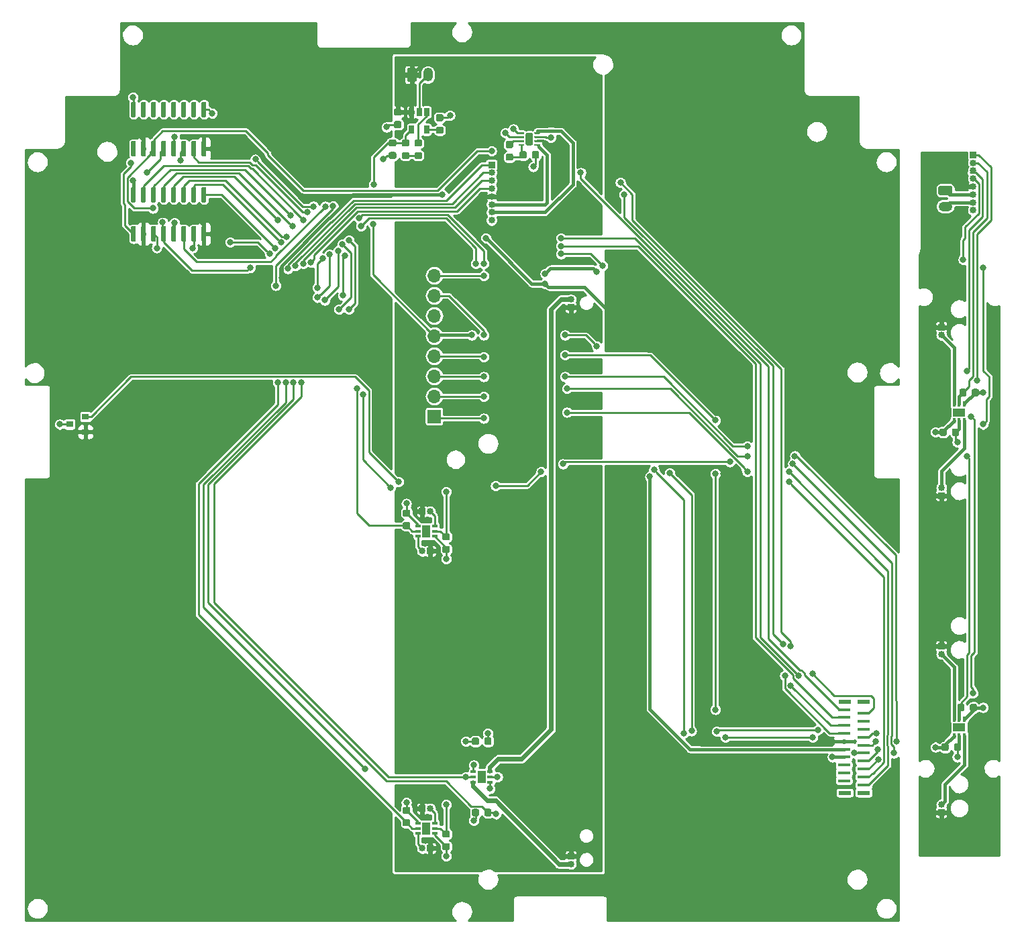
<source format=gbr>
G04 #@! TF.GenerationSoftware,KiCad,Pcbnew,(5.1.2)-2*
G04 #@! TF.CreationDate,2019-07-18T11:18:45-04:00*
G04 #@! TF.ProjectId,Burt,42757274-2e6b-4696-9361-645f70636258,rev?*
G04 #@! TF.SameCoordinates,Original*
G04 #@! TF.FileFunction,Copper,L1,Top*
G04 #@! TF.FilePolarity,Positive*
%FSLAX46Y46*%
G04 Gerber Fmt 4.6, Leading zero omitted, Abs format (unit mm)*
G04 Created by KiCad (PCBNEW (5.1.2)-2) date 2019-07-18 11:18:45*
%MOMM*%
%LPD*%
G04 APERTURE LIST*
%ADD10C,0.100000*%
%ADD11C,1.200000*%
%ADD12O,1.200000X1.750000*%
%ADD13C,0.875000*%
%ADD14O,1.750000X1.200000*%
%ADD15R,0.350000X0.650000*%
%ADD16R,1.600000X1.000000*%
%ADD17R,0.650000X0.350000*%
%ADD18R,1.000000X1.600000*%
%ADD19O,0.850000X0.850000*%
%ADD20R,0.850000X0.850000*%
%ADD21R,0.900000X0.800000*%
%ADD22C,0.900000*%
%ADD23C,0.250000*%
%ADD24R,0.650000X1.060000*%
%ADD25C,0.600000*%
%ADD26R,1.700000X1.700000*%
%ADD27O,1.700000X1.700000*%
%ADD28R,1.600000X0.400000*%
%ADD29R,1.600000X0.600000*%
%ADD30C,0.800000*%
%ADD31C,0.250000*%
%ADD32C,0.400000*%
%ADD33C,0.500000*%
%ADD34C,0.600000*%
%ADD35C,0.350000*%
%ADD36C,0.254000*%
G04 APERTURE END LIST*
D10*
G36*
X-5925495Y58973796D02*
G01*
X-5901227Y58970196D01*
X-5877428Y58964235D01*
X-5854329Y58955970D01*
X-5832150Y58945480D01*
X-5811107Y58932868D01*
X-5791401Y58918253D01*
X-5773223Y58901777D01*
X-5756747Y58883599D01*
X-5742132Y58863893D01*
X-5729520Y58842850D01*
X-5719030Y58820671D01*
X-5710765Y58797572D01*
X-5704804Y58773773D01*
X-5701204Y58749505D01*
X-5700000Y58725001D01*
X-5700000Y57474999D01*
X-5701204Y57450495D01*
X-5704804Y57426227D01*
X-5710765Y57402428D01*
X-5719030Y57379329D01*
X-5729520Y57357150D01*
X-5742132Y57336107D01*
X-5756747Y57316401D01*
X-5773223Y57298223D01*
X-5791401Y57281747D01*
X-5811107Y57267132D01*
X-5832150Y57254520D01*
X-5854329Y57244030D01*
X-5877428Y57235765D01*
X-5901227Y57229804D01*
X-5925495Y57226204D01*
X-5949999Y57225000D01*
X-6650001Y57225000D01*
X-6674505Y57226204D01*
X-6698773Y57229804D01*
X-6722572Y57235765D01*
X-6745671Y57244030D01*
X-6767850Y57254520D01*
X-6788893Y57267132D01*
X-6808599Y57281747D01*
X-6826777Y57298223D01*
X-6843253Y57316401D01*
X-6857868Y57336107D01*
X-6870480Y57357150D01*
X-6880970Y57379329D01*
X-6889235Y57402428D01*
X-6895196Y57426227D01*
X-6898796Y57450495D01*
X-6900000Y57474999D01*
X-6900000Y58725001D01*
X-6898796Y58749505D01*
X-6895196Y58773773D01*
X-6889235Y58797572D01*
X-6880970Y58820671D01*
X-6870480Y58842850D01*
X-6857868Y58863893D01*
X-6843253Y58883599D01*
X-6826777Y58901777D01*
X-6808599Y58918253D01*
X-6788893Y58932868D01*
X-6767850Y58945480D01*
X-6745671Y58955970D01*
X-6722572Y58964235D01*
X-6698773Y58970196D01*
X-6674505Y58973796D01*
X-6650001Y58975000D01*
X-5949999Y58975000D01*
X-5925495Y58973796D01*
X-5925495Y58973796D01*
G37*
D11*
X-6300000Y58100000D03*
D12*
X-4300000Y58100000D03*
D10*
G36*
X-8472309Y49936447D02*
G01*
X-8451074Y49933297D01*
X-8430250Y49928081D01*
X-8410038Y49920849D01*
X-8390632Y49911670D01*
X-8372219Y49900634D01*
X-8354976Y49887846D01*
X-8339070Y49873430D01*
X-8324654Y49857524D01*
X-8311866Y49840281D01*
X-8300830Y49821868D01*
X-8291651Y49802462D01*
X-8284419Y49782250D01*
X-8279203Y49761426D01*
X-8276053Y49740191D01*
X-8275000Y49718750D01*
X-8275000Y49281250D01*
X-8276053Y49259809D01*
X-8279203Y49238574D01*
X-8284419Y49217750D01*
X-8291651Y49197538D01*
X-8300830Y49178132D01*
X-8311866Y49159719D01*
X-8324654Y49142476D01*
X-8339070Y49126570D01*
X-8354976Y49112154D01*
X-8372219Y49099366D01*
X-8390632Y49088330D01*
X-8410038Y49079151D01*
X-8430250Y49071919D01*
X-8451074Y49066703D01*
X-8472309Y49063553D01*
X-8493750Y49062500D01*
X-9006250Y49062500D01*
X-9027691Y49063553D01*
X-9048926Y49066703D01*
X-9069750Y49071919D01*
X-9089962Y49079151D01*
X-9109368Y49088330D01*
X-9127781Y49099366D01*
X-9145024Y49112154D01*
X-9160930Y49126570D01*
X-9175346Y49142476D01*
X-9188134Y49159719D01*
X-9199170Y49178132D01*
X-9208349Y49197538D01*
X-9215581Y49217750D01*
X-9220797Y49238574D01*
X-9223947Y49259809D01*
X-9225000Y49281250D01*
X-9225000Y49718750D01*
X-9223947Y49740191D01*
X-9220797Y49761426D01*
X-9215581Y49782250D01*
X-9208349Y49802462D01*
X-9199170Y49821868D01*
X-9188134Y49840281D01*
X-9175346Y49857524D01*
X-9160930Y49873430D01*
X-9145024Y49887846D01*
X-9127781Y49900634D01*
X-9109368Y49911670D01*
X-9089962Y49920849D01*
X-9069750Y49928081D01*
X-9048926Y49933297D01*
X-9027691Y49936447D01*
X-9006250Y49937500D01*
X-8493750Y49937500D01*
X-8472309Y49936447D01*
X-8472309Y49936447D01*
G37*
D13*
X-8750000Y49500000D03*
D10*
G36*
X-8472309Y48361447D02*
G01*
X-8451074Y48358297D01*
X-8430250Y48353081D01*
X-8410038Y48345849D01*
X-8390632Y48336670D01*
X-8372219Y48325634D01*
X-8354976Y48312846D01*
X-8339070Y48298430D01*
X-8324654Y48282524D01*
X-8311866Y48265281D01*
X-8300830Y48246868D01*
X-8291651Y48227462D01*
X-8284419Y48207250D01*
X-8279203Y48186426D01*
X-8276053Y48165191D01*
X-8275000Y48143750D01*
X-8275000Y47706250D01*
X-8276053Y47684809D01*
X-8279203Y47663574D01*
X-8284419Y47642750D01*
X-8291651Y47622538D01*
X-8300830Y47603132D01*
X-8311866Y47584719D01*
X-8324654Y47567476D01*
X-8339070Y47551570D01*
X-8354976Y47537154D01*
X-8372219Y47524366D01*
X-8390632Y47513330D01*
X-8410038Y47504151D01*
X-8430250Y47496919D01*
X-8451074Y47491703D01*
X-8472309Y47488553D01*
X-8493750Y47487500D01*
X-9006250Y47487500D01*
X-9027691Y47488553D01*
X-9048926Y47491703D01*
X-9069750Y47496919D01*
X-9089962Y47504151D01*
X-9109368Y47513330D01*
X-9127781Y47524366D01*
X-9145024Y47537154D01*
X-9160930Y47551570D01*
X-9175346Y47567476D01*
X-9188134Y47584719D01*
X-9199170Y47603132D01*
X-9208349Y47622538D01*
X-9215581Y47642750D01*
X-9220797Y47663574D01*
X-9223947Y47684809D01*
X-9225000Y47706250D01*
X-9225000Y48143750D01*
X-9223947Y48165191D01*
X-9220797Y48186426D01*
X-9215581Y48207250D01*
X-9208349Y48227462D01*
X-9199170Y48246868D01*
X-9188134Y48265281D01*
X-9175346Y48282524D01*
X-9160930Y48298430D01*
X-9145024Y48312846D01*
X-9127781Y48325634D01*
X-9109368Y48336670D01*
X-9089962Y48345849D01*
X-9069750Y48353081D01*
X-9048926Y48358297D01*
X-9027691Y48361447D01*
X-9006250Y48362500D01*
X-8493750Y48362500D01*
X-8472309Y48361447D01*
X-8472309Y48361447D01*
G37*
D13*
X-8750000Y47925000D03*
D10*
G36*
X-7822309Y52261447D02*
G01*
X-7801074Y52258297D01*
X-7780250Y52253081D01*
X-7760038Y52245849D01*
X-7740632Y52236670D01*
X-7722219Y52225634D01*
X-7704976Y52212846D01*
X-7689070Y52198430D01*
X-7674654Y52182524D01*
X-7661866Y52165281D01*
X-7650830Y52146868D01*
X-7641651Y52127462D01*
X-7634419Y52107250D01*
X-7629203Y52086426D01*
X-7626053Y52065191D01*
X-7625000Y52043750D01*
X-7625000Y51606250D01*
X-7626053Y51584809D01*
X-7629203Y51563574D01*
X-7634419Y51542750D01*
X-7641651Y51522538D01*
X-7650830Y51503132D01*
X-7661866Y51484719D01*
X-7674654Y51467476D01*
X-7689070Y51451570D01*
X-7704976Y51437154D01*
X-7722219Y51424366D01*
X-7740632Y51413330D01*
X-7760038Y51404151D01*
X-7780250Y51396919D01*
X-7801074Y51391703D01*
X-7822309Y51388553D01*
X-7843750Y51387500D01*
X-8356250Y51387500D01*
X-8377691Y51388553D01*
X-8398926Y51391703D01*
X-8419750Y51396919D01*
X-8439962Y51404151D01*
X-8459368Y51413330D01*
X-8477781Y51424366D01*
X-8495024Y51437154D01*
X-8510930Y51451570D01*
X-8525346Y51467476D01*
X-8538134Y51484719D01*
X-8549170Y51503132D01*
X-8558349Y51522538D01*
X-8565581Y51542750D01*
X-8570797Y51563574D01*
X-8573947Y51584809D01*
X-8575000Y51606250D01*
X-8575000Y52043750D01*
X-8573947Y52065191D01*
X-8570797Y52086426D01*
X-8565581Y52107250D01*
X-8558349Y52127462D01*
X-8549170Y52146868D01*
X-8538134Y52165281D01*
X-8525346Y52182524D01*
X-8510930Y52198430D01*
X-8495024Y52212846D01*
X-8477781Y52225634D01*
X-8459368Y52236670D01*
X-8439962Y52245849D01*
X-8419750Y52253081D01*
X-8398926Y52258297D01*
X-8377691Y52261447D01*
X-8356250Y52262500D01*
X-7843750Y52262500D01*
X-7822309Y52261447D01*
X-7822309Y52261447D01*
G37*
D13*
X-8100000Y51825000D03*
D10*
G36*
X-7822309Y53836447D02*
G01*
X-7801074Y53833297D01*
X-7780250Y53828081D01*
X-7760038Y53820849D01*
X-7740632Y53811670D01*
X-7722219Y53800634D01*
X-7704976Y53787846D01*
X-7689070Y53773430D01*
X-7674654Y53757524D01*
X-7661866Y53740281D01*
X-7650830Y53721868D01*
X-7641651Y53702462D01*
X-7634419Y53682250D01*
X-7629203Y53661426D01*
X-7626053Y53640191D01*
X-7625000Y53618750D01*
X-7625000Y53181250D01*
X-7626053Y53159809D01*
X-7629203Y53138574D01*
X-7634419Y53117750D01*
X-7641651Y53097538D01*
X-7650830Y53078132D01*
X-7661866Y53059719D01*
X-7674654Y53042476D01*
X-7689070Y53026570D01*
X-7704976Y53012154D01*
X-7722219Y52999366D01*
X-7740632Y52988330D01*
X-7760038Y52979151D01*
X-7780250Y52971919D01*
X-7801074Y52966703D01*
X-7822309Y52963553D01*
X-7843750Y52962500D01*
X-8356250Y52962500D01*
X-8377691Y52963553D01*
X-8398926Y52966703D01*
X-8419750Y52971919D01*
X-8439962Y52979151D01*
X-8459368Y52988330D01*
X-8477781Y52999366D01*
X-8495024Y53012154D01*
X-8510930Y53026570D01*
X-8525346Y53042476D01*
X-8538134Y53059719D01*
X-8549170Y53078132D01*
X-8558349Y53097538D01*
X-8565581Y53117750D01*
X-8570797Y53138574D01*
X-8573947Y53159809D01*
X-8575000Y53181250D01*
X-8575000Y53618750D01*
X-8573947Y53640191D01*
X-8570797Y53661426D01*
X-8565581Y53682250D01*
X-8558349Y53702462D01*
X-8549170Y53721868D01*
X-8538134Y53740281D01*
X-8525346Y53757524D01*
X-8510930Y53773430D01*
X-8495024Y53787846D01*
X-8477781Y53800634D01*
X-8459368Y53811670D01*
X-8439962Y53820849D01*
X-8419750Y53828081D01*
X-8398926Y53833297D01*
X-8377691Y53836447D01*
X-8356250Y53837500D01*
X-7843750Y53837500D01*
X-7822309Y53836447D01*
X-7822309Y53836447D01*
G37*
D13*
X-8100000Y53400000D03*
D10*
G36*
X-6822309Y48348947D02*
G01*
X-6801074Y48345797D01*
X-6780250Y48340581D01*
X-6760038Y48333349D01*
X-6740632Y48324170D01*
X-6722219Y48313134D01*
X-6704976Y48300346D01*
X-6689070Y48285930D01*
X-6674654Y48270024D01*
X-6661866Y48252781D01*
X-6650830Y48234368D01*
X-6641651Y48214962D01*
X-6634419Y48194750D01*
X-6629203Y48173926D01*
X-6626053Y48152691D01*
X-6625000Y48131250D01*
X-6625000Y47693750D01*
X-6626053Y47672309D01*
X-6629203Y47651074D01*
X-6634419Y47630250D01*
X-6641651Y47610038D01*
X-6650830Y47590632D01*
X-6661866Y47572219D01*
X-6674654Y47554976D01*
X-6689070Y47539070D01*
X-6704976Y47524654D01*
X-6722219Y47511866D01*
X-6740632Y47500830D01*
X-6760038Y47491651D01*
X-6780250Y47484419D01*
X-6801074Y47479203D01*
X-6822309Y47476053D01*
X-6843750Y47475000D01*
X-7356250Y47475000D01*
X-7377691Y47476053D01*
X-7398926Y47479203D01*
X-7419750Y47484419D01*
X-7439962Y47491651D01*
X-7459368Y47500830D01*
X-7477781Y47511866D01*
X-7495024Y47524654D01*
X-7510930Y47539070D01*
X-7525346Y47554976D01*
X-7538134Y47572219D01*
X-7549170Y47590632D01*
X-7558349Y47610038D01*
X-7565581Y47630250D01*
X-7570797Y47651074D01*
X-7573947Y47672309D01*
X-7575000Y47693750D01*
X-7575000Y48131250D01*
X-7573947Y48152691D01*
X-7570797Y48173926D01*
X-7565581Y48194750D01*
X-7558349Y48214962D01*
X-7549170Y48234368D01*
X-7538134Y48252781D01*
X-7525346Y48270024D01*
X-7510930Y48285930D01*
X-7495024Y48300346D01*
X-7477781Y48313134D01*
X-7459368Y48324170D01*
X-7439962Y48333349D01*
X-7419750Y48340581D01*
X-7398926Y48345797D01*
X-7377691Y48348947D01*
X-7356250Y48350000D01*
X-6843750Y48350000D01*
X-6822309Y48348947D01*
X-6822309Y48348947D01*
G37*
D13*
X-7100000Y47912500D03*
D10*
G36*
X-6822309Y49923947D02*
G01*
X-6801074Y49920797D01*
X-6780250Y49915581D01*
X-6760038Y49908349D01*
X-6740632Y49899170D01*
X-6722219Y49888134D01*
X-6704976Y49875346D01*
X-6689070Y49860930D01*
X-6674654Y49845024D01*
X-6661866Y49827781D01*
X-6650830Y49809368D01*
X-6641651Y49789962D01*
X-6634419Y49769750D01*
X-6629203Y49748926D01*
X-6626053Y49727691D01*
X-6625000Y49706250D01*
X-6625000Y49268750D01*
X-6626053Y49247309D01*
X-6629203Y49226074D01*
X-6634419Y49205250D01*
X-6641651Y49185038D01*
X-6650830Y49165632D01*
X-6661866Y49147219D01*
X-6674654Y49129976D01*
X-6689070Y49114070D01*
X-6704976Y49099654D01*
X-6722219Y49086866D01*
X-6740632Y49075830D01*
X-6760038Y49066651D01*
X-6780250Y49059419D01*
X-6801074Y49054203D01*
X-6822309Y49051053D01*
X-6843750Y49050000D01*
X-7356250Y49050000D01*
X-7377691Y49051053D01*
X-7398926Y49054203D01*
X-7419750Y49059419D01*
X-7439962Y49066651D01*
X-7459368Y49075830D01*
X-7477781Y49086866D01*
X-7495024Y49099654D01*
X-7510930Y49114070D01*
X-7525346Y49129976D01*
X-7538134Y49147219D01*
X-7549170Y49165632D01*
X-7558349Y49185038D01*
X-7565581Y49205250D01*
X-7570797Y49226074D01*
X-7573947Y49247309D01*
X-7575000Y49268750D01*
X-7575000Y49706250D01*
X-7573947Y49727691D01*
X-7570797Y49748926D01*
X-7565581Y49769750D01*
X-7558349Y49789962D01*
X-7549170Y49809368D01*
X-7538134Y49827781D01*
X-7525346Y49845024D01*
X-7510930Y49860930D01*
X-7495024Y49875346D01*
X-7477781Y49888134D01*
X-7459368Y49899170D01*
X-7439962Y49908349D01*
X-7419750Y49915581D01*
X-7398926Y49920797D01*
X-7377691Y49923947D01*
X-7356250Y49925000D01*
X-6843750Y49925000D01*
X-6822309Y49923947D01*
X-6822309Y49923947D01*
G37*
D13*
X-7100000Y49487500D03*
D14*
X61000000Y41500000D03*
D10*
G36*
X61649505Y44098796D02*
G01*
X61673773Y44095196D01*
X61697572Y44089235D01*
X61720671Y44080970D01*
X61742850Y44070480D01*
X61763893Y44057868D01*
X61783599Y44043253D01*
X61801777Y44026777D01*
X61818253Y44008599D01*
X61832868Y43988893D01*
X61845480Y43967850D01*
X61855970Y43945671D01*
X61864235Y43922572D01*
X61870196Y43898773D01*
X61873796Y43874505D01*
X61875000Y43850001D01*
X61875000Y43149999D01*
X61873796Y43125495D01*
X61870196Y43101227D01*
X61864235Y43077428D01*
X61855970Y43054329D01*
X61845480Y43032150D01*
X61832868Y43011107D01*
X61818253Y42991401D01*
X61801777Y42973223D01*
X61783599Y42956747D01*
X61763893Y42942132D01*
X61742850Y42929520D01*
X61720671Y42919030D01*
X61697572Y42910765D01*
X61673773Y42904804D01*
X61649505Y42901204D01*
X61625001Y42900000D01*
X60374999Y42900000D01*
X60350495Y42901204D01*
X60326227Y42904804D01*
X60302428Y42910765D01*
X60279329Y42919030D01*
X60257150Y42929520D01*
X60236107Y42942132D01*
X60216401Y42956747D01*
X60198223Y42973223D01*
X60181747Y42991401D01*
X60167132Y43011107D01*
X60154520Y43032150D01*
X60144030Y43054329D01*
X60135765Y43077428D01*
X60129804Y43101227D01*
X60126204Y43125495D01*
X60125000Y43149999D01*
X60125000Y43850001D01*
X60126204Y43874505D01*
X60129804Y43898773D01*
X60135765Y43922572D01*
X60144030Y43945671D01*
X60154520Y43967850D01*
X60167132Y43988893D01*
X60181747Y44008599D01*
X60198223Y44026777D01*
X60216401Y44043253D01*
X60236107Y44057868D01*
X60257150Y44070480D01*
X60279329Y44080970D01*
X60302428Y44089235D01*
X60326227Y44095196D01*
X60350495Y44098796D01*
X60374999Y44100000D01*
X61625001Y44100000D01*
X61649505Y44098796D01*
X61649505Y44098796D01*
G37*
D11*
X61000000Y43500000D03*
D15*
X62100000Y14450000D03*
X62750000Y14450000D03*
X63400000Y14450000D03*
X63400000Y16550000D03*
X62750000Y16550000D03*
X62100000Y16550000D03*
D16*
X62750000Y15500000D03*
D15*
X62100000Y-25300000D03*
X62750000Y-25300000D03*
X63400000Y-25300000D03*
X63400000Y-23200000D03*
X62750000Y-23200000D03*
X62100000Y-23200000D03*
D16*
X62750000Y-24250000D03*
D17*
X1450000Y-29850000D03*
X1450000Y-30500000D03*
X1450000Y-31150000D03*
X3550000Y-31150000D03*
X3550000Y-30500000D03*
X3550000Y-29850000D03*
D18*
X2500000Y-30500000D03*
X-4500000Y500000D03*
D17*
X-3450000Y1150000D03*
X-3450000Y500000D03*
X-3450000Y-150000D03*
X-5550000Y-150000D03*
X-5550000Y500000D03*
X-5550000Y1150000D03*
D10*
G36*
X62777691Y-26276053D02*
G01*
X62798926Y-26279203D01*
X62819750Y-26284419D01*
X62839962Y-26291651D01*
X62859368Y-26300830D01*
X62877781Y-26311866D01*
X62895024Y-26324654D01*
X62910930Y-26339070D01*
X62925346Y-26354976D01*
X62938134Y-26372219D01*
X62949170Y-26390632D01*
X62958349Y-26410038D01*
X62965581Y-26430250D01*
X62970797Y-26451074D01*
X62973947Y-26472309D01*
X62975000Y-26493750D01*
X62975000Y-27006250D01*
X62973947Y-27027691D01*
X62970797Y-27048926D01*
X62965581Y-27069750D01*
X62958349Y-27089962D01*
X62949170Y-27109368D01*
X62938134Y-27127781D01*
X62925346Y-27145024D01*
X62910930Y-27160930D01*
X62895024Y-27175346D01*
X62877781Y-27188134D01*
X62859368Y-27199170D01*
X62839962Y-27208349D01*
X62819750Y-27215581D01*
X62798926Y-27220797D01*
X62777691Y-27223947D01*
X62756250Y-27225000D01*
X62318750Y-27225000D01*
X62297309Y-27223947D01*
X62276074Y-27220797D01*
X62255250Y-27215581D01*
X62235038Y-27208349D01*
X62215632Y-27199170D01*
X62197219Y-27188134D01*
X62179976Y-27175346D01*
X62164070Y-27160930D01*
X62149654Y-27145024D01*
X62136866Y-27127781D01*
X62125830Y-27109368D01*
X62116651Y-27089962D01*
X62109419Y-27069750D01*
X62104203Y-27048926D01*
X62101053Y-27027691D01*
X62100000Y-27006250D01*
X62100000Y-26493750D01*
X62101053Y-26472309D01*
X62104203Y-26451074D01*
X62109419Y-26430250D01*
X62116651Y-26410038D01*
X62125830Y-26390632D01*
X62136866Y-26372219D01*
X62149654Y-26354976D01*
X62164070Y-26339070D01*
X62179976Y-26324654D01*
X62197219Y-26311866D01*
X62215632Y-26300830D01*
X62235038Y-26291651D01*
X62255250Y-26284419D01*
X62276074Y-26279203D01*
X62297309Y-26276053D01*
X62318750Y-26275000D01*
X62756250Y-26275000D01*
X62777691Y-26276053D01*
X62777691Y-26276053D01*
G37*
D13*
X62537500Y-26750000D03*
D10*
G36*
X61202691Y-26276053D02*
G01*
X61223926Y-26279203D01*
X61244750Y-26284419D01*
X61264962Y-26291651D01*
X61284368Y-26300830D01*
X61302781Y-26311866D01*
X61320024Y-26324654D01*
X61335930Y-26339070D01*
X61350346Y-26354976D01*
X61363134Y-26372219D01*
X61374170Y-26390632D01*
X61383349Y-26410038D01*
X61390581Y-26430250D01*
X61395797Y-26451074D01*
X61398947Y-26472309D01*
X61400000Y-26493750D01*
X61400000Y-27006250D01*
X61398947Y-27027691D01*
X61395797Y-27048926D01*
X61390581Y-27069750D01*
X61383349Y-27089962D01*
X61374170Y-27109368D01*
X61363134Y-27127781D01*
X61350346Y-27145024D01*
X61335930Y-27160930D01*
X61320024Y-27175346D01*
X61302781Y-27188134D01*
X61284368Y-27199170D01*
X61264962Y-27208349D01*
X61244750Y-27215581D01*
X61223926Y-27220797D01*
X61202691Y-27223947D01*
X61181250Y-27225000D01*
X60743750Y-27225000D01*
X60722309Y-27223947D01*
X60701074Y-27220797D01*
X60680250Y-27215581D01*
X60660038Y-27208349D01*
X60640632Y-27199170D01*
X60622219Y-27188134D01*
X60604976Y-27175346D01*
X60589070Y-27160930D01*
X60574654Y-27145024D01*
X60561866Y-27127781D01*
X60550830Y-27109368D01*
X60541651Y-27089962D01*
X60534419Y-27069750D01*
X60529203Y-27048926D01*
X60526053Y-27027691D01*
X60525000Y-27006250D01*
X60525000Y-26493750D01*
X60526053Y-26472309D01*
X60529203Y-26451074D01*
X60534419Y-26430250D01*
X60541651Y-26410038D01*
X60550830Y-26390632D01*
X60561866Y-26372219D01*
X60574654Y-26354976D01*
X60589070Y-26339070D01*
X60604976Y-26324654D01*
X60622219Y-26311866D01*
X60640632Y-26300830D01*
X60660038Y-26291651D01*
X60680250Y-26284419D01*
X60701074Y-26279203D01*
X60722309Y-26276053D01*
X60743750Y-26275000D01*
X61181250Y-26275000D01*
X61202691Y-26276053D01*
X61202691Y-26276053D01*
G37*
D13*
X60962500Y-26750000D03*
D10*
G36*
X63202691Y-21276053D02*
G01*
X63223926Y-21279203D01*
X63244750Y-21284419D01*
X63264962Y-21291651D01*
X63284368Y-21300830D01*
X63302781Y-21311866D01*
X63320024Y-21324654D01*
X63335930Y-21339070D01*
X63350346Y-21354976D01*
X63363134Y-21372219D01*
X63374170Y-21390632D01*
X63383349Y-21410038D01*
X63390581Y-21430250D01*
X63395797Y-21451074D01*
X63398947Y-21472309D01*
X63400000Y-21493750D01*
X63400000Y-22006250D01*
X63398947Y-22027691D01*
X63395797Y-22048926D01*
X63390581Y-22069750D01*
X63383349Y-22089962D01*
X63374170Y-22109368D01*
X63363134Y-22127781D01*
X63350346Y-22145024D01*
X63335930Y-22160930D01*
X63320024Y-22175346D01*
X63302781Y-22188134D01*
X63284368Y-22199170D01*
X63264962Y-22208349D01*
X63244750Y-22215581D01*
X63223926Y-22220797D01*
X63202691Y-22223947D01*
X63181250Y-22225000D01*
X62743750Y-22225000D01*
X62722309Y-22223947D01*
X62701074Y-22220797D01*
X62680250Y-22215581D01*
X62660038Y-22208349D01*
X62640632Y-22199170D01*
X62622219Y-22188134D01*
X62604976Y-22175346D01*
X62589070Y-22160930D01*
X62574654Y-22145024D01*
X62561866Y-22127781D01*
X62550830Y-22109368D01*
X62541651Y-22089962D01*
X62534419Y-22069750D01*
X62529203Y-22048926D01*
X62526053Y-22027691D01*
X62525000Y-22006250D01*
X62525000Y-21493750D01*
X62526053Y-21472309D01*
X62529203Y-21451074D01*
X62534419Y-21430250D01*
X62541651Y-21410038D01*
X62550830Y-21390632D01*
X62561866Y-21372219D01*
X62574654Y-21354976D01*
X62589070Y-21339070D01*
X62604976Y-21324654D01*
X62622219Y-21311866D01*
X62640632Y-21300830D01*
X62660038Y-21291651D01*
X62680250Y-21284419D01*
X62701074Y-21279203D01*
X62722309Y-21276053D01*
X62743750Y-21275000D01*
X63181250Y-21275000D01*
X63202691Y-21276053D01*
X63202691Y-21276053D01*
G37*
D13*
X62962500Y-21750000D03*
D10*
G36*
X64777691Y-21276053D02*
G01*
X64798926Y-21279203D01*
X64819750Y-21284419D01*
X64839962Y-21291651D01*
X64859368Y-21300830D01*
X64877781Y-21311866D01*
X64895024Y-21324654D01*
X64910930Y-21339070D01*
X64925346Y-21354976D01*
X64938134Y-21372219D01*
X64949170Y-21390632D01*
X64958349Y-21410038D01*
X64965581Y-21430250D01*
X64970797Y-21451074D01*
X64973947Y-21472309D01*
X64975000Y-21493750D01*
X64975000Y-22006250D01*
X64973947Y-22027691D01*
X64970797Y-22048926D01*
X64965581Y-22069750D01*
X64958349Y-22089962D01*
X64949170Y-22109368D01*
X64938134Y-22127781D01*
X64925346Y-22145024D01*
X64910930Y-22160930D01*
X64895024Y-22175346D01*
X64877781Y-22188134D01*
X64859368Y-22199170D01*
X64839962Y-22208349D01*
X64819750Y-22215581D01*
X64798926Y-22220797D01*
X64777691Y-22223947D01*
X64756250Y-22225000D01*
X64318750Y-22225000D01*
X64297309Y-22223947D01*
X64276074Y-22220797D01*
X64255250Y-22215581D01*
X64235038Y-22208349D01*
X64215632Y-22199170D01*
X64197219Y-22188134D01*
X64179976Y-22175346D01*
X64164070Y-22160930D01*
X64149654Y-22145024D01*
X64136866Y-22127781D01*
X64125830Y-22109368D01*
X64116651Y-22089962D01*
X64109419Y-22069750D01*
X64104203Y-22048926D01*
X64101053Y-22027691D01*
X64100000Y-22006250D01*
X64100000Y-21493750D01*
X64101053Y-21472309D01*
X64104203Y-21451074D01*
X64109419Y-21430250D01*
X64116651Y-21410038D01*
X64125830Y-21390632D01*
X64136866Y-21372219D01*
X64149654Y-21354976D01*
X64164070Y-21339070D01*
X64179976Y-21324654D01*
X64197219Y-21311866D01*
X64215632Y-21300830D01*
X64235038Y-21291651D01*
X64255250Y-21284419D01*
X64276074Y-21279203D01*
X64297309Y-21276053D01*
X64318750Y-21275000D01*
X64756250Y-21275000D01*
X64777691Y-21276053D01*
X64777691Y-21276053D01*
G37*
D13*
X64537500Y-21750000D03*
D10*
G36*
X1952691Y-25526053D02*
G01*
X1973926Y-25529203D01*
X1994750Y-25534419D01*
X2014962Y-25541651D01*
X2034368Y-25550830D01*
X2052781Y-25561866D01*
X2070024Y-25574654D01*
X2085930Y-25589070D01*
X2100346Y-25604976D01*
X2113134Y-25622219D01*
X2124170Y-25640632D01*
X2133349Y-25660038D01*
X2140581Y-25680250D01*
X2145797Y-25701074D01*
X2148947Y-25722309D01*
X2150000Y-25743750D01*
X2150000Y-26256250D01*
X2148947Y-26277691D01*
X2145797Y-26298926D01*
X2140581Y-26319750D01*
X2133349Y-26339962D01*
X2124170Y-26359368D01*
X2113134Y-26377781D01*
X2100346Y-26395024D01*
X2085930Y-26410930D01*
X2070024Y-26425346D01*
X2052781Y-26438134D01*
X2034368Y-26449170D01*
X2014962Y-26458349D01*
X1994750Y-26465581D01*
X1973926Y-26470797D01*
X1952691Y-26473947D01*
X1931250Y-26475000D01*
X1493750Y-26475000D01*
X1472309Y-26473947D01*
X1451074Y-26470797D01*
X1430250Y-26465581D01*
X1410038Y-26458349D01*
X1390632Y-26449170D01*
X1372219Y-26438134D01*
X1354976Y-26425346D01*
X1339070Y-26410930D01*
X1324654Y-26395024D01*
X1311866Y-26377781D01*
X1300830Y-26359368D01*
X1291651Y-26339962D01*
X1284419Y-26319750D01*
X1279203Y-26298926D01*
X1276053Y-26277691D01*
X1275000Y-26256250D01*
X1275000Y-25743750D01*
X1276053Y-25722309D01*
X1279203Y-25701074D01*
X1284419Y-25680250D01*
X1291651Y-25660038D01*
X1300830Y-25640632D01*
X1311866Y-25622219D01*
X1324654Y-25604976D01*
X1339070Y-25589070D01*
X1354976Y-25574654D01*
X1372219Y-25561866D01*
X1390632Y-25550830D01*
X1410038Y-25541651D01*
X1430250Y-25534419D01*
X1451074Y-25529203D01*
X1472309Y-25526053D01*
X1493750Y-25525000D01*
X1931250Y-25525000D01*
X1952691Y-25526053D01*
X1952691Y-25526053D01*
G37*
D13*
X1712500Y-26000000D03*
D10*
G36*
X3527691Y-25526053D02*
G01*
X3548926Y-25529203D01*
X3569750Y-25534419D01*
X3589962Y-25541651D01*
X3609368Y-25550830D01*
X3627781Y-25561866D01*
X3645024Y-25574654D01*
X3660930Y-25589070D01*
X3675346Y-25604976D01*
X3688134Y-25622219D01*
X3699170Y-25640632D01*
X3708349Y-25660038D01*
X3715581Y-25680250D01*
X3720797Y-25701074D01*
X3723947Y-25722309D01*
X3725000Y-25743750D01*
X3725000Y-26256250D01*
X3723947Y-26277691D01*
X3720797Y-26298926D01*
X3715581Y-26319750D01*
X3708349Y-26339962D01*
X3699170Y-26359368D01*
X3688134Y-26377781D01*
X3675346Y-26395024D01*
X3660930Y-26410930D01*
X3645024Y-26425346D01*
X3627781Y-26438134D01*
X3609368Y-26449170D01*
X3589962Y-26458349D01*
X3569750Y-26465581D01*
X3548926Y-26470797D01*
X3527691Y-26473947D01*
X3506250Y-26475000D01*
X3068750Y-26475000D01*
X3047309Y-26473947D01*
X3026074Y-26470797D01*
X3005250Y-26465581D01*
X2985038Y-26458349D01*
X2965632Y-26449170D01*
X2947219Y-26438134D01*
X2929976Y-26425346D01*
X2914070Y-26410930D01*
X2899654Y-26395024D01*
X2886866Y-26377781D01*
X2875830Y-26359368D01*
X2866651Y-26339962D01*
X2859419Y-26319750D01*
X2854203Y-26298926D01*
X2851053Y-26277691D01*
X2850000Y-26256250D01*
X2850000Y-25743750D01*
X2851053Y-25722309D01*
X2854203Y-25701074D01*
X2859419Y-25680250D01*
X2866651Y-25660038D01*
X2875830Y-25640632D01*
X2886866Y-25622219D01*
X2899654Y-25604976D01*
X2914070Y-25589070D01*
X2929976Y-25574654D01*
X2947219Y-25561866D01*
X2965632Y-25550830D01*
X2985038Y-25541651D01*
X3005250Y-25534419D01*
X3026074Y-25529203D01*
X3047309Y-25526053D01*
X3068750Y-25525000D01*
X3506250Y-25525000D01*
X3527691Y-25526053D01*
X3527691Y-25526053D01*
G37*
D13*
X3287500Y-26000000D03*
D10*
G36*
X6277691Y49723947D02*
G01*
X6298926Y49720797D01*
X6319750Y49715581D01*
X6339962Y49708349D01*
X6359368Y49699170D01*
X6377781Y49688134D01*
X6395024Y49675346D01*
X6410930Y49660930D01*
X6425346Y49645024D01*
X6438134Y49627781D01*
X6449170Y49609368D01*
X6458349Y49589962D01*
X6465581Y49569750D01*
X6470797Y49548926D01*
X6473947Y49527691D01*
X6475000Y49506250D01*
X6475000Y49068750D01*
X6473947Y49047309D01*
X6470797Y49026074D01*
X6465581Y49005250D01*
X6458349Y48985038D01*
X6449170Y48965632D01*
X6438134Y48947219D01*
X6425346Y48929976D01*
X6410930Y48914070D01*
X6395024Y48899654D01*
X6377781Y48886866D01*
X6359368Y48875830D01*
X6339962Y48866651D01*
X6319750Y48859419D01*
X6298926Y48854203D01*
X6277691Y48851053D01*
X6256250Y48850000D01*
X5743750Y48850000D01*
X5722309Y48851053D01*
X5701074Y48854203D01*
X5680250Y48859419D01*
X5660038Y48866651D01*
X5640632Y48875830D01*
X5622219Y48886866D01*
X5604976Y48899654D01*
X5589070Y48914070D01*
X5574654Y48929976D01*
X5561866Y48947219D01*
X5550830Y48965632D01*
X5541651Y48985038D01*
X5534419Y49005250D01*
X5529203Y49026074D01*
X5526053Y49047309D01*
X5525000Y49068750D01*
X5525000Y49506250D01*
X5526053Y49527691D01*
X5529203Y49548926D01*
X5534419Y49569750D01*
X5541651Y49589962D01*
X5550830Y49609368D01*
X5561866Y49627781D01*
X5574654Y49645024D01*
X5589070Y49660930D01*
X5604976Y49675346D01*
X5622219Y49688134D01*
X5640632Y49699170D01*
X5660038Y49708349D01*
X5680250Y49715581D01*
X5701074Y49720797D01*
X5722309Y49723947D01*
X5743750Y49725000D01*
X6256250Y49725000D01*
X6277691Y49723947D01*
X6277691Y49723947D01*
G37*
D13*
X6000000Y49287500D03*
D10*
G36*
X6277691Y48148947D02*
G01*
X6298926Y48145797D01*
X6319750Y48140581D01*
X6339962Y48133349D01*
X6359368Y48124170D01*
X6377781Y48113134D01*
X6395024Y48100346D01*
X6410930Y48085930D01*
X6425346Y48070024D01*
X6438134Y48052781D01*
X6449170Y48034368D01*
X6458349Y48014962D01*
X6465581Y47994750D01*
X6470797Y47973926D01*
X6473947Y47952691D01*
X6475000Y47931250D01*
X6475000Y47493750D01*
X6473947Y47472309D01*
X6470797Y47451074D01*
X6465581Y47430250D01*
X6458349Y47410038D01*
X6449170Y47390632D01*
X6438134Y47372219D01*
X6425346Y47354976D01*
X6410930Y47339070D01*
X6395024Y47324654D01*
X6377781Y47311866D01*
X6359368Y47300830D01*
X6339962Y47291651D01*
X6319750Y47284419D01*
X6298926Y47279203D01*
X6277691Y47276053D01*
X6256250Y47275000D01*
X5743750Y47275000D01*
X5722309Y47276053D01*
X5701074Y47279203D01*
X5680250Y47284419D01*
X5660038Y47291651D01*
X5640632Y47300830D01*
X5622219Y47311866D01*
X5604976Y47324654D01*
X5589070Y47339070D01*
X5574654Y47354976D01*
X5561866Y47372219D01*
X5550830Y47390632D01*
X5541651Y47410038D01*
X5534419Y47430250D01*
X5529203Y47451074D01*
X5526053Y47472309D01*
X5525000Y47493750D01*
X5525000Y47931250D01*
X5526053Y47952691D01*
X5529203Y47973926D01*
X5534419Y47994750D01*
X5541651Y48014962D01*
X5550830Y48034368D01*
X5561866Y48052781D01*
X5574654Y48070024D01*
X5589070Y48085930D01*
X5604976Y48100346D01*
X5622219Y48113134D01*
X5640632Y48124170D01*
X5660038Y48133349D01*
X5680250Y48140581D01*
X5701074Y48145797D01*
X5722309Y48148947D01*
X5743750Y48150000D01*
X6256250Y48150000D01*
X6277691Y48148947D01*
X6277691Y48148947D01*
G37*
D13*
X6000000Y47712500D03*
D10*
G36*
X9527691Y48473947D02*
G01*
X9548926Y48470797D01*
X9569750Y48465581D01*
X9589962Y48458349D01*
X9609368Y48449170D01*
X9627781Y48438134D01*
X9645024Y48425346D01*
X9660930Y48410930D01*
X9675346Y48395024D01*
X9688134Y48377781D01*
X9699170Y48359368D01*
X9708349Y48339962D01*
X9715581Y48319750D01*
X9720797Y48298926D01*
X9723947Y48277691D01*
X9725000Y48256250D01*
X9725000Y47743750D01*
X9723947Y47722309D01*
X9720797Y47701074D01*
X9715581Y47680250D01*
X9708349Y47660038D01*
X9699170Y47640632D01*
X9688134Y47622219D01*
X9675346Y47604976D01*
X9660930Y47589070D01*
X9645024Y47574654D01*
X9627781Y47561866D01*
X9609368Y47550830D01*
X9589962Y47541651D01*
X9569750Y47534419D01*
X9548926Y47529203D01*
X9527691Y47526053D01*
X9506250Y47525000D01*
X9068750Y47525000D01*
X9047309Y47526053D01*
X9026074Y47529203D01*
X9005250Y47534419D01*
X8985038Y47541651D01*
X8965632Y47550830D01*
X8947219Y47561866D01*
X8929976Y47574654D01*
X8914070Y47589070D01*
X8899654Y47604976D01*
X8886866Y47622219D01*
X8875830Y47640632D01*
X8866651Y47660038D01*
X8859419Y47680250D01*
X8854203Y47701074D01*
X8851053Y47722309D01*
X8850000Y47743750D01*
X8850000Y48256250D01*
X8851053Y48277691D01*
X8854203Y48298926D01*
X8859419Y48319750D01*
X8866651Y48339962D01*
X8875830Y48359368D01*
X8886866Y48377781D01*
X8899654Y48395024D01*
X8914070Y48410930D01*
X8929976Y48425346D01*
X8947219Y48438134D01*
X8965632Y48449170D01*
X8985038Y48458349D01*
X9005250Y48465581D01*
X9026074Y48470797D01*
X9047309Y48473947D01*
X9068750Y48475000D01*
X9506250Y48475000D01*
X9527691Y48473947D01*
X9527691Y48473947D01*
G37*
D13*
X9287500Y48000000D03*
D10*
G36*
X7952691Y48473947D02*
G01*
X7973926Y48470797D01*
X7994750Y48465581D01*
X8014962Y48458349D01*
X8034368Y48449170D01*
X8052781Y48438134D01*
X8070024Y48425346D01*
X8085930Y48410930D01*
X8100346Y48395024D01*
X8113134Y48377781D01*
X8124170Y48359368D01*
X8133349Y48339962D01*
X8140581Y48319750D01*
X8145797Y48298926D01*
X8148947Y48277691D01*
X8150000Y48256250D01*
X8150000Y47743750D01*
X8148947Y47722309D01*
X8145797Y47701074D01*
X8140581Y47680250D01*
X8133349Y47660038D01*
X8124170Y47640632D01*
X8113134Y47622219D01*
X8100346Y47604976D01*
X8085930Y47589070D01*
X8070024Y47574654D01*
X8052781Y47561866D01*
X8034368Y47550830D01*
X8014962Y47541651D01*
X7994750Y47534419D01*
X7973926Y47529203D01*
X7952691Y47526053D01*
X7931250Y47525000D01*
X7493750Y47525000D01*
X7472309Y47526053D01*
X7451074Y47529203D01*
X7430250Y47534419D01*
X7410038Y47541651D01*
X7390632Y47550830D01*
X7372219Y47561866D01*
X7354976Y47574654D01*
X7339070Y47589070D01*
X7324654Y47604976D01*
X7311866Y47622219D01*
X7300830Y47640632D01*
X7291651Y47660038D01*
X7284419Y47680250D01*
X7279203Y47701074D01*
X7276053Y47722309D01*
X7275000Y47743750D01*
X7275000Y48256250D01*
X7276053Y48277691D01*
X7279203Y48298926D01*
X7284419Y48319750D01*
X7291651Y48339962D01*
X7300830Y48359368D01*
X7311866Y48377781D01*
X7324654Y48395024D01*
X7339070Y48410930D01*
X7354976Y48425346D01*
X7372219Y48438134D01*
X7390632Y48449170D01*
X7410038Y48458349D01*
X7430250Y48465581D01*
X7451074Y48470797D01*
X7472309Y48473947D01*
X7493750Y48475000D01*
X7931250Y48475000D01*
X7952691Y48473947D01*
X7952691Y48473947D01*
G37*
D13*
X7712500Y48000000D03*
D10*
G36*
X-5222309Y48348947D02*
G01*
X-5201074Y48345797D01*
X-5180250Y48340581D01*
X-5160038Y48333349D01*
X-5140632Y48324170D01*
X-5122219Y48313134D01*
X-5104976Y48300346D01*
X-5089070Y48285930D01*
X-5074654Y48270024D01*
X-5061866Y48252781D01*
X-5050830Y48234368D01*
X-5041651Y48214962D01*
X-5034419Y48194750D01*
X-5029203Y48173926D01*
X-5026053Y48152691D01*
X-5025000Y48131250D01*
X-5025000Y47693750D01*
X-5026053Y47672309D01*
X-5029203Y47651074D01*
X-5034419Y47630250D01*
X-5041651Y47610038D01*
X-5050830Y47590632D01*
X-5061866Y47572219D01*
X-5074654Y47554976D01*
X-5089070Y47539070D01*
X-5104976Y47524654D01*
X-5122219Y47511866D01*
X-5140632Y47500830D01*
X-5160038Y47491651D01*
X-5180250Y47484419D01*
X-5201074Y47479203D01*
X-5222309Y47476053D01*
X-5243750Y47475000D01*
X-5756250Y47475000D01*
X-5777691Y47476053D01*
X-5798926Y47479203D01*
X-5819750Y47484419D01*
X-5839962Y47491651D01*
X-5859368Y47500830D01*
X-5877781Y47511866D01*
X-5895024Y47524654D01*
X-5910930Y47539070D01*
X-5925346Y47554976D01*
X-5938134Y47572219D01*
X-5949170Y47590632D01*
X-5958349Y47610038D01*
X-5965581Y47630250D01*
X-5970797Y47651074D01*
X-5973947Y47672309D01*
X-5975000Y47693750D01*
X-5975000Y48131250D01*
X-5973947Y48152691D01*
X-5970797Y48173926D01*
X-5965581Y48194750D01*
X-5958349Y48214962D01*
X-5949170Y48234368D01*
X-5938134Y48252781D01*
X-5925346Y48270024D01*
X-5910930Y48285930D01*
X-5895024Y48300346D01*
X-5877781Y48313134D01*
X-5859368Y48324170D01*
X-5839962Y48333349D01*
X-5819750Y48340581D01*
X-5798926Y48345797D01*
X-5777691Y48348947D01*
X-5756250Y48350000D01*
X-5243750Y48350000D01*
X-5222309Y48348947D01*
X-5222309Y48348947D01*
G37*
D13*
X-5500000Y47912500D03*
D10*
G36*
X-5222309Y49923947D02*
G01*
X-5201074Y49920797D01*
X-5180250Y49915581D01*
X-5160038Y49908349D01*
X-5140632Y49899170D01*
X-5122219Y49888134D01*
X-5104976Y49875346D01*
X-5089070Y49860930D01*
X-5074654Y49845024D01*
X-5061866Y49827781D01*
X-5050830Y49809368D01*
X-5041651Y49789962D01*
X-5034419Y49769750D01*
X-5029203Y49748926D01*
X-5026053Y49727691D01*
X-5025000Y49706250D01*
X-5025000Y49268750D01*
X-5026053Y49247309D01*
X-5029203Y49226074D01*
X-5034419Y49205250D01*
X-5041651Y49185038D01*
X-5050830Y49165632D01*
X-5061866Y49147219D01*
X-5074654Y49129976D01*
X-5089070Y49114070D01*
X-5104976Y49099654D01*
X-5122219Y49086866D01*
X-5140632Y49075830D01*
X-5160038Y49066651D01*
X-5180250Y49059419D01*
X-5201074Y49054203D01*
X-5222309Y49051053D01*
X-5243750Y49050000D01*
X-5756250Y49050000D01*
X-5777691Y49051053D01*
X-5798926Y49054203D01*
X-5819750Y49059419D01*
X-5839962Y49066651D01*
X-5859368Y49075830D01*
X-5877781Y49086866D01*
X-5895024Y49099654D01*
X-5910930Y49114070D01*
X-5925346Y49129976D01*
X-5938134Y49147219D01*
X-5949170Y49165632D01*
X-5958349Y49185038D01*
X-5965581Y49205250D01*
X-5970797Y49226074D01*
X-5973947Y49247309D01*
X-5975000Y49268750D01*
X-5975000Y49706250D01*
X-5973947Y49727691D01*
X-5970797Y49748926D01*
X-5965581Y49769750D01*
X-5958349Y49789962D01*
X-5949170Y49809368D01*
X-5938134Y49827781D01*
X-5925346Y49845024D01*
X-5910930Y49860930D01*
X-5895024Y49875346D01*
X-5877781Y49888134D01*
X-5859368Y49899170D01*
X-5839962Y49908349D01*
X-5819750Y49915581D01*
X-5798926Y49920797D01*
X-5777691Y49923947D01*
X-5756250Y49925000D01*
X-5243750Y49925000D01*
X-5222309Y49923947D01*
X-5222309Y49923947D01*
G37*
D13*
X-5500000Y49487500D03*
D10*
G36*
X-2522309Y53123947D02*
G01*
X-2501074Y53120797D01*
X-2480250Y53115581D01*
X-2460038Y53108349D01*
X-2440632Y53099170D01*
X-2422219Y53088134D01*
X-2404976Y53075346D01*
X-2389070Y53060930D01*
X-2374654Y53045024D01*
X-2361866Y53027781D01*
X-2350830Y53009368D01*
X-2341651Y52989962D01*
X-2334419Y52969750D01*
X-2329203Y52948926D01*
X-2326053Y52927691D01*
X-2325000Y52906250D01*
X-2325000Y52468750D01*
X-2326053Y52447309D01*
X-2329203Y52426074D01*
X-2334419Y52405250D01*
X-2341651Y52385038D01*
X-2350830Y52365632D01*
X-2361866Y52347219D01*
X-2374654Y52329976D01*
X-2389070Y52314070D01*
X-2404976Y52299654D01*
X-2422219Y52286866D01*
X-2440632Y52275830D01*
X-2460038Y52266651D01*
X-2480250Y52259419D01*
X-2501074Y52254203D01*
X-2522309Y52251053D01*
X-2543750Y52250000D01*
X-3056250Y52250000D01*
X-3077691Y52251053D01*
X-3098926Y52254203D01*
X-3119750Y52259419D01*
X-3139962Y52266651D01*
X-3159368Y52275830D01*
X-3177781Y52286866D01*
X-3195024Y52299654D01*
X-3210930Y52314070D01*
X-3225346Y52329976D01*
X-3238134Y52347219D01*
X-3249170Y52365632D01*
X-3258349Y52385038D01*
X-3265581Y52405250D01*
X-3270797Y52426074D01*
X-3273947Y52447309D01*
X-3275000Y52468750D01*
X-3275000Y52906250D01*
X-3273947Y52927691D01*
X-3270797Y52948926D01*
X-3265581Y52969750D01*
X-3258349Y52989962D01*
X-3249170Y53009368D01*
X-3238134Y53027781D01*
X-3225346Y53045024D01*
X-3210930Y53060930D01*
X-3195024Y53075346D01*
X-3177781Y53088134D01*
X-3159368Y53099170D01*
X-3139962Y53108349D01*
X-3119750Y53115581D01*
X-3098926Y53120797D01*
X-3077691Y53123947D01*
X-3056250Y53125000D01*
X-2543750Y53125000D01*
X-2522309Y53123947D01*
X-2522309Y53123947D01*
G37*
D13*
X-2800000Y52687500D03*
D10*
G36*
X-2522309Y51548947D02*
G01*
X-2501074Y51545797D01*
X-2480250Y51540581D01*
X-2460038Y51533349D01*
X-2440632Y51524170D01*
X-2422219Y51513134D01*
X-2404976Y51500346D01*
X-2389070Y51485930D01*
X-2374654Y51470024D01*
X-2361866Y51452781D01*
X-2350830Y51434368D01*
X-2341651Y51414962D01*
X-2334419Y51394750D01*
X-2329203Y51373926D01*
X-2326053Y51352691D01*
X-2325000Y51331250D01*
X-2325000Y50893750D01*
X-2326053Y50872309D01*
X-2329203Y50851074D01*
X-2334419Y50830250D01*
X-2341651Y50810038D01*
X-2350830Y50790632D01*
X-2361866Y50772219D01*
X-2374654Y50754976D01*
X-2389070Y50739070D01*
X-2404976Y50724654D01*
X-2422219Y50711866D01*
X-2440632Y50700830D01*
X-2460038Y50691651D01*
X-2480250Y50684419D01*
X-2501074Y50679203D01*
X-2522309Y50676053D01*
X-2543750Y50675000D01*
X-3056250Y50675000D01*
X-3077691Y50676053D01*
X-3098926Y50679203D01*
X-3119750Y50684419D01*
X-3139962Y50691651D01*
X-3159368Y50700830D01*
X-3177781Y50711866D01*
X-3195024Y50724654D01*
X-3210930Y50739070D01*
X-3225346Y50754976D01*
X-3238134Y50772219D01*
X-3249170Y50790632D01*
X-3258349Y50810038D01*
X-3265581Y50830250D01*
X-3270797Y50851074D01*
X-3273947Y50872309D01*
X-3275000Y50893750D01*
X-3275000Y51331250D01*
X-3273947Y51352691D01*
X-3270797Y51373926D01*
X-3265581Y51394750D01*
X-3258349Y51414962D01*
X-3249170Y51434368D01*
X-3238134Y51452781D01*
X-3225346Y51470024D01*
X-3210930Y51485930D01*
X-3195024Y51500346D01*
X-3177781Y51513134D01*
X-3159368Y51524170D01*
X-3139962Y51533349D01*
X-3119750Y51540581D01*
X-3098926Y51545797D01*
X-3077691Y51548947D01*
X-3056250Y51550000D01*
X-2543750Y51550000D01*
X-2522309Y51548947D01*
X-2522309Y51548947D01*
G37*
D13*
X-2800000Y51112500D03*
D10*
G36*
X60952691Y13473947D02*
G01*
X60973926Y13470797D01*
X60994750Y13465581D01*
X61014962Y13458349D01*
X61034368Y13449170D01*
X61052781Y13438134D01*
X61070024Y13425346D01*
X61085930Y13410930D01*
X61100346Y13395024D01*
X61113134Y13377781D01*
X61124170Y13359368D01*
X61133349Y13339962D01*
X61140581Y13319750D01*
X61145797Y13298926D01*
X61148947Y13277691D01*
X61150000Y13256250D01*
X61150000Y12743750D01*
X61148947Y12722309D01*
X61145797Y12701074D01*
X61140581Y12680250D01*
X61133349Y12660038D01*
X61124170Y12640632D01*
X61113134Y12622219D01*
X61100346Y12604976D01*
X61085930Y12589070D01*
X61070024Y12574654D01*
X61052781Y12561866D01*
X61034368Y12550830D01*
X61014962Y12541651D01*
X60994750Y12534419D01*
X60973926Y12529203D01*
X60952691Y12526053D01*
X60931250Y12525000D01*
X60493750Y12525000D01*
X60472309Y12526053D01*
X60451074Y12529203D01*
X60430250Y12534419D01*
X60410038Y12541651D01*
X60390632Y12550830D01*
X60372219Y12561866D01*
X60354976Y12574654D01*
X60339070Y12589070D01*
X60324654Y12604976D01*
X60311866Y12622219D01*
X60300830Y12640632D01*
X60291651Y12660038D01*
X60284419Y12680250D01*
X60279203Y12701074D01*
X60276053Y12722309D01*
X60275000Y12743750D01*
X60275000Y13256250D01*
X60276053Y13277691D01*
X60279203Y13298926D01*
X60284419Y13319750D01*
X60291651Y13339962D01*
X60300830Y13359368D01*
X60311866Y13377781D01*
X60324654Y13395024D01*
X60339070Y13410930D01*
X60354976Y13425346D01*
X60372219Y13438134D01*
X60390632Y13449170D01*
X60410038Y13458349D01*
X60430250Y13465581D01*
X60451074Y13470797D01*
X60472309Y13473947D01*
X60493750Y13475000D01*
X60931250Y13475000D01*
X60952691Y13473947D01*
X60952691Y13473947D01*
G37*
D13*
X60712500Y13000000D03*
D10*
G36*
X62527691Y13473947D02*
G01*
X62548926Y13470797D01*
X62569750Y13465581D01*
X62589962Y13458349D01*
X62609368Y13449170D01*
X62627781Y13438134D01*
X62645024Y13425346D01*
X62660930Y13410930D01*
X62675346Y13395024D01*
X62688134Y13377781D01*
X62699170Y13359368D01*
X62708349Y13339962D01*
X62715581Y13319750D01*
X62720797Y13298926D01*
X62723947Y13277691D01*
X62725000Y13256250D01*
X62725000Y12743750D01*
X62723947Y12722309D01*
X62720797Y12701074D01*
X62715581Y12680250D01*
X62708349Y12660038D01*
X62699170Y12640632D01*
X62688134Y12622219D01*
X62675346Y12604976D01*
X62660930Y12589070D01*
X62645024Y12574654D01*
X62627781Y12561866D01*
X62609368Y12550830D01*
X62589962Y12541651D01*
X62569750Y12534419D01*
X62548926Y12529203D01*
X62527691Y12526053D01*
X62506250Y12525000D01*
X62068750Y12525000D01*
X62047309Y12526053D01*
X62026074Y12529203D01*
X62005250Y12534419D01*
X61985038Y12541651D01*
X61965632Y12550830D01*
X61947219Y12561866D01*
X61929976Y12574654D01*
X61914070Y12589070D01*
X61899654Y12604976D01*
X61886866Y12622219D01*
X61875830Y12640632D01*
X61866651Y12660038D01*
X61859419Y12680250D01*
X61854203Y12701074D01*
X61851053Y12722309D01*
X61850000Y12743750D01*
X61850000Y13256250D01*
X61851053Y13277691D01*
X61854203Y13298926D01*
X61859419Y13319750D01*
X61866651Y13339962D01*
X61875830Y13359368D01*
X61886866Y13377781D01*
X61899654Y13395024D01*
X61914070Y13410930D01*
X61929976Y13425346D01*
X61947219Y13438134D01*
X61965632Y13449170D01*
X61985038Y13458349D01*
X62005250Y13465581D01*
X62026074Y13470797D01*
X62047309Y13473947D01*
X62068750Y13475000D01*
X62506250Y13475000D01*
X62527691Y13473947D01*
X62527691Y13473947D01*
G37*
D13*
X62287500Y13000000D03*
D10*
G36*
X3527691Y-34526053D02*
G01*
X3548926Y-34529203D01*
X3569750Y-34534419D01*
X3589962Y-34541651D01*
X3609368Y-34550830D01*
X3627781Y-34561866D01*
X3645024Y-34574654D01*
X3660930Y-34589070D01*
X3675346Y-34604976D01*
X3688134Y-34622219D01*
X3699170Y-34640632D01*
X3708349Y-34660038D01*
X3715581Y-34680250D01*
X3720797Y-34701074D01*
X3723947Y-34722309D01*
X3725000Y-34743750D01*
X3725000Y-35256250D01*
X3723947Y-35277691D01*
X3720797Y-35298926D01*
X3715581Y-35319750D01*
X3708349Y-35339962D01*
X3699170Y-35359368D01*
X3688134Y-35377781D01*
X3675346Y-35395024D01*
X3660930Y-35410930D01*
X3645024Y-35425346D01*
X3627781Y-35438134D01*
X3609368Y-35449170D01*
X3589962Y-35458349D01*
X3569750Y-35465581D01*
X3548926Y-35470797D01*
X3527691Y-35473947D01*
X3506250Y-35475000D01*
X3068750Y-35475000D01*
X3047309Y-35473947D01*
X3026074Y-35470797D01*
X3005250Y-35465581D01*
X2985038Y-35458349D01*
X2965632Y-35449170D01*
X2947219Y-35438134D01*
X2929976Y-35425346D01*
X2914070Y-35410930D01*
X2899654Y-35395024D01*
X2886866Y-35377781D01*
X2875830Y-35359368D01*
X2866651Y-35339962D01*
X2859419Y-35319750D01*
X2854203Y-35298926D01*
X2851053Y-35277691D01*
X2850000Y-35256250D01*
X2850000Y-34743750D01*
X2851053Y-34722309D01*
X2854203Y-34701074D01*
X2859419Y-34680250D01*
X2866651Y-34660038D01*
X2875830Y-34640632D01*
X2886866Y-34622219D01*
X2899654Y-34604976D01*
X2914070Y-34589070D01*
X2929976Y-34574654D01*
X2947219Y-34561866D01*
X2965632Y-34550830D01*
X2985038Y-34541651D01*
X3005250Y-34534419D01*
X3026074Y-34529203D01*
X3047309Y-34526053D01*
X3068750Y-34525000D01*
X3506250Y-34525000D01*
X3527691Y-34526053D01*
X3527691Y-34526053D01*
G37*
D13*
X3287500Y-35000000D03*
D10*
G36*
X1952691Y-34526053D02*
G01*
X1973926Y-34529203D01*
X1994750Y-34534419D01*
X2014962Y-34541651D01*
X2034368Y-34550830D01*
X2052781Y-34561866D01*
X2070024Y-34574654D01*
X2085930Y-34589070D01*
X2100346Y-34604976D01*
X2113134Y-34622219D01*
X2124170Y-34640632D01*
X2133349Y-34660038D01*
X2140581Y-34680250D01*
X2145797Y-34701074D01*
X2148947Y-34722309D01*
X2150000Y-34743750D01*
X2150000Y-35256250D01*
X2148947Y-35277691D01*
X2145797Y-35298926D01*
X2140581Y-35319750D01*
X2133349Y-35339962D01*
X2124170Y-35359368D01*
X2113134Y-35377781D01*
X2100346Y-35395024D01*
X2085930Y-35410930D01*
X2070024Y-35425346D01*
X2052781Y-35438134D01*
X2034368Y-35449170D01*
X2014962Y-35458349D01*
X1994750Y-35465581D01*
X1973926Y-35470797D01*
X1952691Y-35473947D01*
X1931250Y-35475000D01*
X1493750Y-35475000D01*
X1472309Y-35473947D01*
X1451074Y-35470797D01*
X1430250Y-35465581D01*
X1410038Y-35458349D01*
X1390632Y-35449170D01*
X1372219Y-35438134D01*
X1354976Y-35425346D01*
X1339070Y-35410930D01*
X1324654Y-35395024D01*
X1311866Y-35377781D01*
X1300830Y-35359368D01*
X1291651Y-35339962D01*
X1284419Y-35319750D01*
X1279203Y-35298926D01*
X1276053Y-35277691D01*
X1275000Y-35256250D01*
X1275000Y-34743750D01*
X1276053Y-34722309D01*
X1279203Y-34701074D01*
X1284419Y-34680250D01*
X1291651Y-34660038D01*
X1300830Y-34640632D01*
X1311866Y-34622219D01*
X1324654Y-34604976D01*
X1339070Y-34589070D01*
X1354976Y-34574654D01*
X1372219Y-34561866D01*
X1390632Y-34550830D01*
X1410038Y-34541651D01*
X1430250Y-34534419D01*
X1451074Y-34529203D01*
X1472309Y-34526053D01*
X1493750Y-34525000D01*
X1931250Y-34525000D01*
X1952691Y-34526053D01*
X1952691Y-34526053D01*
G37*
D13*
X1712500Y-35000000D03*
D10*
G36*
X-6722309Y-34276053D02*
G01*
X-6701074Y-34279203D01*
X-6680250Y-34284419D01*
X-6660038Y-34291651D01*
X-6640632Y-34300830D01*
X-6622219Y-34311866D01*
X-6604976Y-34324654D01*
X-6589070Y-34339070D01*
X-6574654Y-34354976D01*
X-6561866Y-34372219D01*
X-6550830Y-34390632D01*
X-6541651Y-34410038D01*
X-6534419Y-34430250D01*
X-6529203Y-34451074D01*
X-6526053Y-34472309D01*
X-6525000Y-34493750D01*
X-6525000Y-34931250D01*
X-6526053Y-34952691D01*
X-6529203Y-34973926D01*
X-6534419Y-34994750D01*
X-6541651Y-35014962D01*
X-6550830Y-35034368D01*
X-6561866Y-35052781D01*
X-6574654Y-35070024D01*
X-6589070Y-35085930D01*
X-6604976Y-35100346D01*
X-6622219Y-35113134D01*
X-6640632Y-35124170D01*
X-6660038Y-35133349D01*
X-6680250Y-35140581D01*
X-6701074Y-35145797D01*
X-6722309Y-35148947D01*
X-6743750Y-35150000D01*
X-7256250Y-35150000D01*
X-7277691Y-35148947D01*
X-7298926Y-35145797D01*
X-7319750Y-35140581D01*
X-7339962Y-35133349D01*
X-7359368Y-35124170D01*
X-7377781Y-35113134D01*
X-7395024Y-35100346D01*
X-7410930Y-35085930D01*
X-7425346Y-35070024D01*
X-7438134Y-35052781D01*
X-7449170Y-35034368D01*
X-7458349Y-35014962D01*
X-7465581Y-34994750D01*
X-7470797Y-34973926D01*
X-7473947Y-34952691D01*
X-7475000Y-34931250D01*
X-7475000Y-34493750D01*
X-7473947Y-34472309D01*
X-7470797Y-34451074D01*
X-7465581Y-34430250D01*
X-7458349Y-34410038D01*
X-7449170Y-34390632D01*
X-7438134Y-34372219D01*
X-7425346Y-34354976D01*
X-7410930Y-34339070D01*
X-7395024Y-34324654D01*
X-7377781Y-34311866D01*
X-7359368Y-34300830D01*
X-7339962Y-34291651D01*
X-7319750Y-34284419D01*
X-7298926Y-34279203D01*
X-7277691Y-34276053D01*
X-7256250Y-34275000D01*
X-6743750Y-34275000D01*
X-6722309Y-34276053D01*
X-6722309Y-34276053D01*
G37*
D13*
X-7000000Y-34712500D03*
D10*
G36*
X-6722309Y-35851053D02*
G01*
X-6701074Y-35854203D01*
X-6680250Y-35859419D01*
X-6660038Y-35866651D01*
X-6640632Y-35875830D01*
X-6622219Y-35886866D01*
X-6604976Y-35899654D01*
X-6589070Y-35914070D01*
X-6574654Y-35929976D01*
X-6561866Y-35947219D01*
X-6550830Y-35965632D01*
X-6541651Y-35985038D01*
X-6534419Y-36005250D01*
X-6529203Y-36026074D01*
X-6526053Y-36047309D01*
X-6525000Y-36068750D01*
X-6525000Y-36506250D01*
X-6526053Y-36527691D01*
X-6529203Y-36548926D01*
X-6534419Y-36569750D01*
X-6541651Y-36589962D01*
X-6550830Y-36609368D01*
X-6561866Y-36627781D01*
X-6574654Y-36645024D01*
X-6589070Y-36660930D01*
X-6604976Y-36675346D01*
X-6622219Y-36688134D01*
X-6640632Y-36699170D01*
X-6660038Y-36708349D01*
X-6680250Y-36715581D01*
X-6701074Y-36720797D01*
X-6722309Y-36723947D01*
X-6743750Y-36725000D01*
X-7256250Y-36725000D01*
X-7277691Y-36723947D01*
X-7298926Y-36720797D01*
X-7319750Y-36715581D01*
X-7339962Y-36708349D01*
X-7359368Y-36699170D01*
X-7377781Y-36688134D01*
X-7395024Y-36675346D01*
X-7410930Y-36660930D01*
X-7425346Y-36645024D01*
X-7438134Y-36627781D01*
X-7449170Y-36609368D01*
X-7458349Y-36589962D01*
X-7465581Y-36569750D01*
X-7470797Y-36548926D01*
X-7473947Y-36527691D01*
X-7475000Y-36506250D01*
X-7475000Y-36068750D01*
X-7473947Y-36047309D01*
X-7470797Y-36026074D01*
X-7465581Y-36005250D01*
X-7458349Y-35985038D01*
X-7449170Y-35965632D01*
X-7438134Y-35947219D01*
X-7425346Y-35929976D01*
X-7410930Y-35914070D01*
X-7395024Y-35899654D01*
X-7377781Y-35886866D01*
X-7359368Y-35875830D01*
X-7339962Y-35866651D01*
X-7319750Y-35859419D01*
X-7298926Y-35854203D01*
X-7277691Y-35851053D01*
X-7256250Y-35850000D01*
X-6743750Y-35850000D01*
X-6722309Y-35851053D01*
X-6722309Y-35851053D01*
G37*
D13*
X-7000000Y-36287500D03*
D19*
X60500000Y-15000000D03*
D20*
X60500000Y-14000000D03*
D19*
X60500000Y-34000000D03*
D20*
X60500000Y-35000000D03*
D19*
X60500000Y25250000D03*
D20*
X60500000Y26250000D03*
D19*
X13750000Y29750000D03*
D20*
X13750000Y28750000D03*
X13750000Y-40500000D03*
D19*
X13750000Y-41500000D03*
D20*
X-5000000Y-34500000D03*
D19*
X-4000000Y-34500000D03*
D10*
G36*
X-1722309Y-38851053D02*
G01*
X-1701074Y-38854203D01*
X-1680250Y-38859419D01*
X-1660038Y-38866651D01*
X-1640632Y-38875830D01*
X-1622219Y-38886866D01*
X-1604976Y-38899654D01*
X-1589070Y-38914070D01*
X-1574654Y-38929976D01*
X-1561866Y-38947219D01*
X-1550830Y-38965632D01*
X-1541651Y-38985038D01*
X-1534419Y-39005250D01*
X-1529203Y-39026074D01*
X-1526053Y-39047309D01*
X-1525000Y-39068750D01*
X-1525000Y-39506250D01*
X-1526053Y-39527691D01*
X-1529203Y-39548926D01*
X-1534419Y-39569750D01*
X-1541651Y-39589962D01*
X-1550830Y-39609368D01*
X-1561866Y-39627781D01*
X-1574654Y-39645024D01*
X-1589070Y-39660930D01*
X-1604976Y-39675346D01*
X-1622219Y-39688134D01*
X-1640632Y-39699170D01*
X-1660038Y-39708349D01*
X-1680250Y-39715581D01*
X-1701074Y-39720797D01*
X-1722309Y-39723947D01*
X-1743750Y-39725000D01*
X-2256250Y-39725000D01*
X-2277691Y-39723947D01*
X-2298926Y-39720797D01*
X-2319750Y-39715581D01*
X-2339962Y-39708349D01*
X-2359368Y-39699170D01*
X-2377781Y-39688134D01*
X-2395024Y-39675346D01*
X-2410930Y-39660930D01*
X-2425346Y-39645024D01*
X-2438134Y-39627781D01*
X-2449170Y-39609368D01*
X-2458349Y-39589962D01*
X-2465581Y-39569750D01*
X-2470797Y-39548926D01*
X-2473947Y-39527691D01*
X-2475000Y-39506250D01*
X-2475000Y-39068750D01*
X-2473947Y-39047309D01*
X-2470797Y-39026074D01*
X-2465581Y-39005250D01*
X-2458349Y-38985038D01*
X-2449170Y-38965632D01*
X-2438134Y-38947219D01*
X-2425346Y-38929976D01*
X-2410930Y-38914070D01*
X-2395024Y-38899654D01*
X-2377781Y-38886866D01*
X-2359368Y-38875830D01*
X-2339962Y-38866651D01*
X-2319750Y-38859419D01*
X-2298926Y-38854203D01*
X-2277691Y-38851053D01*
X-2256250Y-38850000D01*
X-1743750Y-38850000D01*
X-1722309Y-38851053D01*
X-1722309Y-38851053D01*
G37*
D13*
X-2000000Y-39287500D03*
D10*
G36*
X-1722309Y-37276053D02*
G01*
X-1701074Y-37279203D01*
X-1680250Y-37284419D01*
X-1660038Y-37291651D01*
X-1640632Y-37300830D01*
X-1622219Y-37311866D01*
X-1604976Y-37324654D01*
X-1589070Y-37339070D01*
X-1574654Y-37354976D01*
X-1561866Y-37372219D01*
X-1550830Y-37390632D01*
X-1541651Y-37410038D01*
X-1534419Y-37430250D01*
X-1529203Y-37451074D01*
X-1526053Y-37472309D01*
X-1525000Y-37493750D01*
X-1525000Y-37931250D01*
X-1526053Y-37952691D01*
X-1529203Y-37973926D01*
X-1534419Y-37994750D01*
X-1541651Y-38014962D01*
X-1550830Y-38034368D01*
X-1561866Y-38052781D01*
X-1574654Y-38070024D01*
X-1589070Y-38085930D01*
X-1604976Y-38100346D01*
X-1622219Y-38113134D01*
X-1640632Y-38124170D01*
X-1660038Y-38133349D01*
X-1680250Y-38140581D01*
X-1701074Y-38145797D01*
X-1722309Y-38148947D01*
X-1743750Y-38150000D01*
X-2256250Y-38150000D01*
X-2277691Y-38148947D01*
X-2298926Y-38145797D01*
X-2319750Y-38140581D01*
X-2339962Y-38133349D01*
X-2359368Y-38124170D01*
X-2377781Y-38113134D01*
X-2395024Y-38100346D01*
X-2410930Y-38085930D01*
X-2425346Y-38070024D01*
X-2438134Y-38052781D01*
X-2449170Y-38034368D01*
X-2458349Y-38014962D01*
X-2465581Y-37994750D01*
X-2470797Y-37973926D01*
X-2473947Y-37952691D01*
X-2475000Y-37931250D01*
X-2475000Y-37493750D01*
X-2473947Y-37472309D01*
X-2470797Y-37451074D01*
X-2465581Y-37430250D01*
X-2458349Y-37410038D01*
X-2449170Y-37390632D01*
X-2438134Y-37372219D01*
X-2425346Y-37354976D01*
X-2410930Y-37339070D01*
X-2395024Y-37324654D01*
X-2377781Y-37311866D01*
X-2359368Y-37300830D01*
X-2339962Y-37291651D01*
X-2319750Y-37284419D01*
X-2298926Y-37279203D01*
X-2277691Y-37276053D01*
X-2256250Y-37275000D01*
X-1743750Y-37275000D01*
X-1722309Y-37276053D01*
X-1722309Y-37276053D01*
G37*
D13*
X-2000000Y-37712500D03*
D10*
G36*
X63452691Y18473947D02*
G01*
X63473926Y18470797D01*
X63494750Y18465581D01*
X63514962Y18458349D01*
X63534368Y18449170D01*
X63552781Y18438134D01*
X63570024Y18425346D01*
X63585930Y18410930D01*
X63600346Y18395024D01*
X63613134Y18377781D01*
X63624170Y18359368D01*
X63633349Y18339962D01*
X63640581Y18319750D01*
X63645797Y18298926D01*
X63648947Y18277691D01*
X63650000Y18256250D01*
X63650000Y17743750D01*
X63648947Y17722309D01*
X63645797Y17701074D01*
X63640581Y17680250D01*
X63633349Y17660038D01*
X63624170Y17640632D01*
X63613134Y17622219D01*
X63600346Y17604976D01*
X63585930Y17589070D01*
X63570024Y17574654D01*
X63552781Y17561866D01*
X63534368Y17550830D01*
X63514962Y17541651D01*
X63494750Y17534419D01*
X63473926Y17529203D01*
X63452691Y17526053D01*
X63431250Y17525000D01*
X62993750Y17525000D01*
X62972309Y17526053D01*
X62951074Y17529203D01*
X62930250Y17534419D01*
X62910038Y17541651D01*
X62890632Y17550830D01*
X62872219Y17561866D01*
X62854976Y17574654D01*
X62839070Y17589070D01*
X62824654Y17604976D01*
X62811866Y17622219D01*
X62800830Y17640632D01*
X62791651Y17660038D01*
X62784419Y17680250D01*
X62779203Y17701074D01*
X62776053Y17722309D01*
X62775000Y17743750D01*
X62775000Y18256250D01*
X62776053Y18277691D01*
X62779203Y18298926D01*
X62784419Y18319750D01*
X62791651Y18339962D01*
X62800830Y18359368D01*
X62811866Y18377781D01*
X62824654Y18395024D01*
X62839070Y18410930D01*
X62854976Y18425346D01*
X62872219Y18438134D01*
X62890632Y18449170D01*
X62910038Y18458349D01*
X62930250Y18465581D01*
X62951074Y18470797D01*
X62972309Y18473947D01*
X62993750Y18475000D01*
X63431250Y18475000D01*
X63452691Y18473947D01*
X63452691Y18473947D01*
G37*
D13*
X63212500Y18000000D03*
D10*
G36*
X65027691Y18473947D02*
G01*
X65048926Y18470797D01*
X65069750Y18465581D01*
X65089962Y18458349D01*
X65109368Y18449170D01*
X65127781Y18438134D01*
X65145024Y18425346D01*
X65160930Y18410930D01*
X65175346Y18395024D01*
X65188134Y18377781D01*
X65199170Y18359368D01*
X65208349Y18339962D01*
X65215581Y18319750D01*
X65220797Y18298926D01*
X65223947Y18277691D01*
X65225000Y18256250D01*
X65225000Y17743750D01*
X65223947Y17722309D01*
X65220797Y17701074D01*
X65215581Y17680250D01*
X65208349Y17660038D01*
X65199170Y17640632D01*
X65188134Y17622219D01*
X65175346Y17604976D01*
X65160930Y17589070D01*
X65145024Y17574654D01*
X65127781Y17561866D01*
X65109368Y17550830D01*
X65089962Y17541651D01*
X65069750Y17534419D01*
X65048926Y17529203D01*
X65027691Y17526053D01*
X65006250Y17525000D01*
X64568750Y17525000D01*
X64547309Y17526053D01*
X64526074Y17529203D01*
X64505250Y17534419D01*
X64485038Y17541651D01*
X64465632Y17550830D01*
X64447219Y17561866D01*
X64429976Y17574654D01*
X64414070Y17589070D01*
X64399654Y17604976D01*
X64386866Y17622219D01*
X64375830Y17640632D01*
X64366651Y17660038D01*
X64359419Y17680250D01*
X64354203Y17701074D01*
X64351053Y17722309D01*
X64350000Y17743750D01*
X64350000Y18256250D01*
X64351053Y18277691D01*
X64354203Y18298926D01*
X64359419Y18319750D01*
X64366651Y18339962D01*
X64375830Y18359368D01*
X64386866Y18377781D01*
X64399654Y18395024D01*
X64414070Y18410930D01*
X64429976Y18425346D01*
X64447219Y18438134D01*
X64465632Y18449170D01*
X64485038Y18458349D01*
X64505250Y18465581D01*
X64526074Y18470797D01*
X64547309Y18473947D01*
X64568750Y18475000D01*
X65006250Y18475000D01*
X65027691Y18473947D01*
X65027691Y18473947D01*
G37*
D13*
X64787500Y18000000D03*
D10*
G36*
X-6722309Y1648947D02*
G01*
X-6701074Y1645797D01*
X-6680250Y1640581D01*
X-6660038Y1633349D01*
X-6640632Y1624170D01*
X-6622219Y1613134D01*
X-6604976Y1600346D01*
X-6589070Y1585930D01*
X-6574654Y1570024D01*
X-6561866Y1552781D01*
X-6550830Y1534368D01*
X-6541651Y1514962D01*
X-6534419Y1494750D01*
X-6529203Y1473926D01*
X-6526053Y1452691D01*
X-6525000Y1431250D01*
X-6525000Y993750D01*
X-6526053Y972309D01*
X-6529203Y951074D01*
X-6534419Y930250D01*
X-6541651Y910038D01*
X-6550830Y890632D01*
X-6561866Y872219D01*
X-6574654Y854976D01*
X-6589070Y839070D01*
X-6604976Y824654D01*
X-6622219Y811866D01*
X-6640632Y800830D01*
X-6660038Y791651D01*
X-6680250Y784419D01*
X-6701074Y779203D01*
X-6722309Y776053D01*
X-6743750Y775000D01*
X-7256250Y775000D01*
X-7277691Y776053D01*
X-7298926Y779203D01*
X-7319750Y784419D01*
X-7339962Y791651D01*
X-7359368Y800830D01*
X-7377781Y811866D01*
X-7395024Y824654D01*
X-7410930Y839070D01*
X-7425346Y854976D01*
X-7438134Y872219D01*
X-7449170Y890632D01*
X-7458349Y910038D01*
X-7465581Y930250D01*
X-7470797Y951074D01*
X-7473947Y972309D01*
X-7475000Y993750D01*
X-7475000Y1431250D01*
X-7473947Y1452691D01*
X-7470797Y1473926D01*
X-7465581Y1494750D01*
X-7458349Y1514962D01*
X-7449170Y1534368D01*
X-7438134Y1552781D01*
X-7425346Y1570024D01*
X-7410930Y1585930D01*
X-7395024Y1600346D01*
X-7377781Y1613134D01*
X-7359368Y1624170D01*
X-7339962Y1633349D01*
X-7319750Y1640581D01*
X-7298926Y1645797D01*
X-7277691Y1648947D01*
X-7256250Y1650000D01*
X-6743750Y1650000D01*
X-6722309Y1648947D01*
X-6722309Y1648947D01*
G37*
D13*
X-7000000Y1212500D03*
D10*
G36*
X-6722309Y3223947D02*
G01*
X-6701074Y3220797D01*
X-6680250Y3215581D01*
X-6660038Y3208349D01*
X-6640632Y3199170D01*
X-6622219Y3188134D01*
X-6604976Y3175346D01*
X-6589070Y3160930D01*
X-6574654Y3145024D01*
X-6561866Y3127781D01*
X-6550830Y3109368D01*
X-6541651Y3089962D01*
X-6534419Y3069750D01*
X-6529203Y3048926D01*
X-6526053Y3027691D01*
X-6525000Y3006250D01*
X-6525000Y2568750D01*
X-6526053Y2547309D01*
X-6529203Y2526074D01*
X-6534419Y2505250D01*
X-6541651Y2485038D01*
X-6550830Y2465632D01*
X-6561866Y2447219D01*
X-6574654Y2429976D01*
X-6589070Y2414070D01*
X-6604976Y2399654D01*
X-6622219Y2386866D01*
X-6640632Y2375830D01*
X-6660038Y2366651D01*
X-6680250Y2359419D01*
X-6701074Y2354203D01*
X-6722309Y2351053D01*
X-6743750Y2350000D01*
X-7256250Y2350000D01*
X-7277691Y2351053D01*
X-7298926Y2354203D01*
X-7319750Y2359419D01*
X-7339962Y2366651D01*
X-7359368Y2375830D01*
X-7377781Y2386866D01*
X-7395024Y2399654D01*
X-7410930Y2414070D01*
X-7425346Y2429976D01*
X-7438134Y2447219D01*
X-7449170Y2465632D01*
X-7458349Y2485038D01*
X-7465581Y2505250D01*
X-7470797Y2526074D01*
X-7473947Y2547309D01*
X-7475000Y2568750D01*
X-7475000Y3006250D01*
X-7473947Y3027691D01*
X-7470797Y3048926D01*
X-7465581Y3069750D01*
X-7458349Y3089962D01*
X-7449170Y3109368D01*
X-7438134Y3127781D01*
X-7425346Y3145024D01*
X-7410930Y3160930D01*
X-7395024Y3175346D01*
X-7377781Y3188134D01*
X-7359368Y3199170D01*
X-7339962Y3208349D01*
X-7319750Y3215581D01*
X-7298926Y3220797D01*
X-7277691Y3223947D01*
X-7256250Y3225000D01*
X-6743750Y3225000D01*
X-6722309Y3223947D01*
X-6722309Y3223947D01*
G37*
D13*
X-7000000Y2787500D03*
D10*
G36*
X-1722309Y-1351053D02*
G01*
X-1701074Y-1354203D01*
X-1680250Y-1359419D01*
X-1660038Y-1366651D01*
X-1640632Y-1375830D01*
X-1622219Y-1386866D01*
X-1604976Y-1399654D01*
X-1589070Y-1414070D01*
X-1574654Y-1429976D01*
X-1561866Y-1447219D01*
X-1550830Y-1465632D01*
X-1541651Y-1485038D01*
X-1534419Y-1505250D01*
X-1529203Y-1526074D01*
X-1526053Y-1547309D01*
X-1525000Y-1568750D01*
X-1525000Y-2006250D01*
X-1526053Y-2027691D01*
X-1529203Y-2048926D01*
X-1534419Y-2069750D01*
X-1541651Y-2089962D01*
X-1550830Y-2109368D01*
X-1561866Y-2127781D01*
X-1574654Y-2145024D01*
X-1589070Y-2160930D01*
X-1604976Y-2175346D01*
X-1622219Y-2188134D01*
X-1640632Y-2199170D01*
X-1660038Y-2208349D01*
X-1680250Y-2215581D01*
X-1701074Y-2220797D01*
X-1722309Y-2223947D01*
X-1743750Y-2225000D01*
X-2256250Y-2225000D01*
X-2277691Y-2223947D01*
X-2298926Y-2220797D01*
X-2319750Y-2215581D01*
X-2339962Y-2208349D01*
X-2359368Y-2199170D01*
X-2377781Y-2188134D01*
X-2395024Y-2175346D01*
X-2410930Y-2160930D01*
X-2425346Y-2145024D01*
X-2438134Y-2127781D01*
X-2449170Y-2109368D01*
X-2458349Y-2089962D01*
X-2465581Y-2069750D01*
X-2470797Y-2048926D01*
X-2473947Y-2027691D01*
X-2475000Y-2006250D01*
X-2475000Y-1568750D01*
X-2473947Y-1547309D01*
X-2470797Y-1526074D01*
X-2465581Y-1505250D01*
X-2458349Y-1485038D01*
X-2449170Y-1465632D01*
X-2438134Y-1447219D01*
X-2425346Y-1429976D01*
X-2410930Y-1414070D01*
X-2395024Y-1399654D01*
X-2377781Y-1386866D01*
X-2359368Y-1375830D01*
X-2339962Y-1366651D01*
X-2319750Y-1359419D01*
X-2298926Y-1354203D01*
X-2277691Y-1351053D01*
X-2256250Y-1350000D01*
X-1743750Y-1350000D01*
X-1722309Y-1351053D01*
X-1722309Y-1351053D01*
G37*
D13*
X-2000000Y-1787500D03*
D10*
G36*
X-1722309Y223947D02*
G01*
X-1701074Y220797D01*
X-1680250Y215581D01*
X-1660038Y208349D01*
X-1640632Y199170D01*
X-1622219Y188134D01*
X-1604976Y175346D01*
X-1589070Y160930D01*
X-1574654Y145024D01*
X-1561866Y127781D01*
X-1550830Y109368D01*
X-1541651Y89962D01*
X-1534419Y69750D01*
X-1529203Y48926D01*
X-1526053Y27691D01*
X-1525000Y6250D01*
X-1525000Y-431250D01*
X-1526053Y-452691D01*
X-1529203Y-473926D01*
X-1534419Y-494750D01*
X-1541651Y-514962D01*
X-1550830Y-534368D01*
X-1561866Y-552781D01*
X-1574654Y-570024D01*
X-1589070Y-585930D01*
X-1604976Y-600346D01*
X-1622219Y-613134D01*
X-1640632Y-624170D01*
X-1660038Y-633349D01*
X-1680250Y-640581D01*
X-1701074Y-645797D01*
X-1722309Y-648947D01*
X-1743750Y-650000D01*
X-2256250Y-650000D01*
X-2277691Y-648947D01*
X-2298926Y-645797D01*
X-2319750Y-640581D01*
X-2339962Y-633349D01*
X-2359368Y-624170D01*
X-2377781Y-613134D01*
X-2395024Y-600346D01*
X-2410930Y-585930D01*
X-2425346Y-570024D01*
X-2438134Y-552781D01*
X-2449170Y-534368D01*
X-2458349Y-514962D01*
X-2465581Y-494750D01*
X-2470797Y-473926D01*
X-2473947Y-452691D01*
X-2475000Y-431250D01*
X-2475000Y6250D01*
X-2473947Y27691D01*
X-2470797Y48926D01*
X-2465581Y69750D01*
X-2458349Y89962D01*
X-2449170Y109368D01*
X-2438134Y127781D01*
X-2425346Y145024D01*
X-2410930Y160930D01*
X-2395024Y175346D01*
X-2377781Y188134D01*
X-2359368Y199170D01*
X-2339962Y208349D01*
X-2319750Y215581D01*
X-2298926Y220797D01*
X-2277691Y223947D01*
X-2256250Y225000D01*
X-1743750Y225000D01*
X-1722309Y223947D01*
X-1722309Y223947D01*
G37*
D13*
X-2000000Y-212500D03*
D19*
X-5000000Y-39500000D03*
D20*
X-4000000Y-39500000D03*
X60500000Y5000000D03*
D19*
X60500000Y6000000D03*
D20*
X-5000000Y3000000D03*
D19*
X-4000000Y3000000D03*
D20*
X-4000000Y-2000000D03*
D19*
X-5000000Y-2000000D03*
D21*
X-47500000Y13050000D03*
X-47500000Y14950000D03*
X-49500000Y14000000D03*
D10*
G36*
X8747054Y50798917D02*
G01*
X8768895Y50795677D01*
X8790314Y50790312D01*
X8811104Y50782873D01*
X8831064Y50773432D01*
X8850003Y50762081D01*
X8867738Y50748927D01*
X8884099Y50734099D01*
X8898927Y50717738D01*
X8912081Y50700003D01*
X8923432Y50681064D01*
X8932873Y50661104D01*
X8940312Y50640314D01*
X8945677Y50618895D01*
X8948917Y50597054D01*
X8950000Y50575000D01*
X8950000Y49425000D01*
X8948917Y49402946D01*
X8945677Y49381105D01*
X8940312Y49359686D01*
X8932873Y49338896D01*
X8923432Y49318936D01*
X8912081Y49299997D01*
X8898927Y49282262D01*
X8884099Y49265901D01*
X8867738Y49251073D01*
X8850003Y49237919D01*
X8831064Y49226568D01*
X8811104Y49217127D01*
X8790314Y49209688D01*
X8768895Y49204323D01*
X8747054Y49201083D01*
X8725000Y49200000D01*
X8275000Y49200000D01*
X8252946Y49201083D01*
X8231105Y49204323D01*
X8209686Y49209688D01*
X8188896Y49217127D01*
X8168936Y49226568D01*
X8149997Y49237919D01*
X8132262Y49251073D01*
X8115901Y49265901D01*
X8101073Y49282262D01*
X8087919Y49299997D01*
X8076568Y49318936D01*
X8067127Y49338896D01*
X8059688Y49359686D01*
X8054323Y49381105D01*
X8051083Y49402946D01*
X8050000Y49425000D01*
X8050000Y50575000D01*
X8051083Y50597054D01*
X8054323Y50618895D01*
X8059688Y50640314D01*
X8067127Y50661104D01*
X8076568Y50681064D01*
X8087919Y50700003D01*
X8101073Y50717738D01*
X8115901Y50734099D01*
X8132262Y50748927D01*
X8149997Y50762081D01*
X8168936Y50773432D01*
X8188896Y50782873D01*
X8209686Y50790312D01*
X8231105Y50795677D01*
X8252946Y50798917D01*
X8275000Y50800000D01*
X8725000Y50800000D01*
X8747054Y50798917D01*
X8747054Y50798917D01*
G37*
D22*
X8500000Y50000000D03*
D10*
G36*
X9793626Y50874699D02*
G01*
X9799693Y50873799D01*
X9805643Y50872309D01*
X9811418Y50870242D01*
X9816962Y50867620D01*
X9822223Y50864467D01*
X9827150Y50860813D01*
X9831694Y50856694D01*
X9835813Y50852150D01*
X9839467Y50847223D01*
X9842620Y50841962D01*
X9845242Y50836418D01*
X9847309Y50830643D01*
X9848799Y50824693D01*
X9849699Y50818626D01*
X9850000Y50812500D01*
X9850000Y50687500D01*
X9849699Y50681374D01*
X9848799Y50675307D01*
X9847309Y50669357D01*
X9845242Y50663582D01*
X9842620Y50658038D01*
X9839467Y50652777D01*
X9835813Y50647850D01*
X9831694Y50643306D01*
X9827150Y50639187D01*
X9822223Y50635533D01*
X9816962Y50632380D01*
X9811418Y50629758D01*
X9805643Y50627691D01*
X9799693Y50626201D01*
X9793626Y50625301D01*
X9787500Y50625000D01*
X9212500Y50625000D01*
X9206374Y50625301D01*
X9200307Y50626201D01*
X9194357Y50627691D01*
X9188582Y50629758D01*
X9183038Y50632380D01*
X9177777Y50635533D01*
X9172850Y50639187D01*
X9168306Y50643306D01*
X9164187Y50647850D01*
X9160533Y50652777D01*
X9157380Y50658038D01*
X9154758Y50663582D01*
X9152691Y50669357D01*
X9151201Y50675307D01*
X9150301Y50681374D01*
X9150000Y50687500D01*
X9150000Y50812500D01*
X9150301Y50818626D01*
X9151201Y50824693D01*
X9152691Y50830643D01*
X9154758Y50836418D01*
X9157380Y50841962D01*
X9160533Y50847223D01*
X9164187Y50852150D01*
X9168306Y50856694D01*
X9172850Y50860813D01*
X9177777Y50864467D01*
X9183038Y50867620D01*
X9188582Y50870242D01*
X9194357Y50872309D01*
X9200307Y50873799D01*
X9206374Y50874699D01*
X9212500Y50875000D01*
X9787500Y50875000D01*
X9793626Y50874699D01*
X9793626Y50874699D01*
G37*
D23*
X9500000Y50750000D03*
D10*
G36*
X9793626Y50374699D02*
G01*
X9799693Y50373799D01*
X9805643Y50372309D01*
X9811418Y50370242D01*
X9816962Y50367620D01*
X9822223Y50364467D01*
X9827150Y50360813D01*
X9831694Y50356694D01*
X9835813Y50352150D01*
X9839467Y50347223D01*
X9842620Y50341962D01*
X9845242Y50336418D01*
X9847309Y50330643D01*
X9848799Y50324693D01*
X9849699Y50318626D01*
X9850000Y50312500D01*
X9850000Y50187500D01*
X9849699Y50181374D01*
X9848799Y50175307D01*
X9847309Y50169357D01*
X9845242Y50163582D01*
X9842620Y50158038D01*
X9839467Y50152777D01*
X9835813Y50147850D01*
X9831694Y50143306D01*
X9827150Y50139187D01*
X9822223Y50135533D01*
X9816962Y50132380D01*
X9811418Y50129758D01*
X9805643Y50127691D01*
X9799693Y50126201D01*
X9793626Y50125301D01*
X9787500Y50125000D01*
X9212500Y50125000D01*
X9206374Y50125301D01*
X9200307Y50126201D01*
X9194357Y50127691D01*
X9188582Y50129758D01*
X9183038Y50132380D01*
X9177777Y50135533D01*
X9172850Y50139187D01*
X9168306Y50143306D01*
X9164187Y50147850D01*
X9160533Y50152777D01*
X9157380Y50158038D01*
X9154758Y50163582D01*
X9152691Y50169357D01*
X9151201Y50175307D01*
X9150301Y50181374D01*
X9150000Y50187500D01*
X9150000Y50312500D01*
X9150301Y50318626D01*
X9151201Y50324693D01*
X9152691Y50330643D01*
X9154758Y50336418D01*
X9157380Y50341962D01*
X9160533Y50347223D01*
X9164187Y50352150D01*
X9168306Y50356694D01*
X9172850Y50360813D01*
X9177777Y50364467D01*
X9183038Y50367620D01*
X9188582Y50370242D01*
X9194357Y50372309D01*
X9200307Y50373799D01*
X9206374Y50374699D01*
X9212500Y50375000D01*
X9787500Y50375000D01*
X9793626Y50374699D01*
X9793626Y50374699D01*
G37*
D23*
X9500000Y50250000D03*
D10*
G36*
X9793626Y49874699D02*
G01*
X9799693Y49873799D01*
X9805643Y49872309D01*
X9811418Y49870242D01*
X9816962Y49867620D01*
X9822223Y49864467D01*
X9827150Y49860813D01*
X9831694Y49856694D01*
X9835813Y49852150D01*
X9839467Y49847223D01*
X9842620Y49841962D01*
X9845242Y49836418D01*
X9847309Y49830643D01*
X9848799Y49824693D01*
X9849699Y49818626D01*
X9850000Y49812500D01*
X9850000Y49687500D01*
X9849699Y49681374D01*
X9848799Y49675307D01*
X9847309Y49669357D01*
X9845242Y49663582D01*
X9842620Y49658038D01*
X9839467Y49652777D01*
X9835813Y49647850D01*
X9831694Y49643306D01*
X9827150Y49639187D01*
X9822223Y49635533D01*
X9816962Y49632380D01*
X9811418Y49629758D01*
X9805643Y49627691D01*
X9799693Y49626201D01*
X9793626Y49625301D01*
X9787500Y49625000D01*
X9212500Y49625000D01*
X9206374Y49625301D01*
X9200307Y49626201D01*
X9194357Y49627691D01*
X9188582Y49629758D01*
X9183038Y49632380D01*
X9177777Y49635533D01*
X9172850Y49639187D01*
X9168306Y49643306D01*
X9164187Y49647850D01*
X9160533Y49652777D01*
X9157380Y49658038D01*
X9154758Y49663582D01*
X9152691Y49669357D01*
X9151201Y49675307D01*
X9150301Y49681374D01*
X9150000Y49687500D01*
X9150000Y49812500D01*
X9150301Y49818626D01*
X9151201Y49824693D01*
X9152691Y49830643D01*
X9154758Y49836418D01*
X9157380Y49841962D01*
X9160533Y49847223D01*
X9164187Y49852150D01*
X9168306Y49856694D01*
X9172850Y49860813D01*
X9177777Y49864467D01*
X9183038Y49867620D01*
X9188582Y49870242D01*
X9194357Y49872309D01*
X9200307Y49873799D01*
X9206374Y49874699D01*
X9212500Y49875000D01*
X9787500Y49875000D01*
X9793626Y49874699D01*
X9793626Y49874699D01*
G37*
D23*
X9500000Y49750000D03*
D10*
G36*
X9793626Y49374699D02*
G01*
X9799693Y49373799D01*
X9805643Y49372309D01*
X9811418Y49370242D01*
X9816962Y49367620D01*
X9822223Y49364467D01*
X9827150Y49360813D01*
X9831694Y49356694D01*
X9835813Y49352150D01*
X9839467Y49347223D01*
X9842620Y49341962D01*
X9845242Y49336418D01*
X9847309Y49330643D01*
X9848799Y49324693D01*
X9849699Y49318626D01*
X9850000Y49312500D01*
X9850000Y49187500D01*
X9849699Y49181374D01*
X9848799Y49175307D01*
X9847309Y49169357D01*
X9845242Y49163582D01*
X9842620Y49158038D01*
X9839467Y49152777D01*
X9835813Y49147850D01*
X9831694Y49143306D01*
X9827150Y49139187D01*
X9822223Y49135533D01*
X9816962Y49132380D01*
X9811418Y49129758D01*
X9805643Y49127691D01*
X9799693Y49126201D01*
X9793626Y49125301D01*
X9787500Y49125000D01*
X9212500Y49125000D01*
X9206374Y49125301D01*
X9200307Y49126201D01*
X9194357Y49127691D01*
X9188582Y49129758D01*
X9183038Y49132380D01*
X9177777Y49135533D01*
X9172850Y49139187D01*
X9168306Y49143306D01*
X9164187Y49147850D01*
X9160533Y49152777D01*
X9157380Y49158038D01*
X9154758Y49163582D01*
X9152691Y49169357D01*
X9151201Y49175307D01*
X9150301Y49181374D01*
X9150000Y49187500D01*
X9150000Y49312500D01*
X9150301Y49318626D01*
X9151201Y49324693D01*
X9152691Y49330643D01*
X9154758Y49336418D01*
X9157380Y49341962D01*
X9160533Y49347223D01*
X9164187Y49352150D01*
X9168306Y49356694D01*
X9172850Y49360813D01*
X9177777Y49364467D01*
X9183038Y49367620D01*
X9188582Y49370242D01*
X9194357Y49372309D01*
X9200307Y49373799D01*
X9206374Y49374699D01*
X9212500Y49375000D01*
X9787500Y49375000D01*
X9793626Y49374699D01*
X9793626Y49374699D01*
G37*
D23*
X9500000Y49250000D03*
D10*
G36*
X7793626Y49374699D02*
G01*
X7799693Y49373799D01*
X7805643Y49372309D01*
X7811418Y49370242D01*
X7816962Y49367620D01*
X7822223Y49364467D01*
X7827150Y49360813D01*
X7831694Y49356694D01*
X7835813Y49352150D01*
X7839467Y49347223D01*
X7842620Y49341962D01*
X7845242Y49336418D01*
X7847309Y49330643D01*
X7848799Y49324693D01*
X7849699Y49318626D01*
X7850000Y49312500D01*
X7850000Y49187500D01*
X7849699Y49181374D01*
X7848799Y49175307D01*
X7847309Y49169357D01*
X7845242Y49163582D01*
X7842620Y49158038D01*
X7839467Y49152777D01*
X7835813Y49147850D01*
X7831694Y49143306D01*
X7827150Y49139187D01*
X7822223Y49135533D01*
X7816962Y49132380D01*
X7811418Y49129758D01*
X7805643Y49127691D01*
X7799693Y49126201D01*
X7793626Y49125301D01*
X7787500Y49125000D01*
X7212500Y49125000D01*
X7206374Y49125301D01*
X7200307Y49126201D01*
X7194357Y49127691D01*
X7188582Y49129758D01*
X7183038Y49132380D01*
X7177777Y49135533D01*
X7172850Y49139187D01*
X7168306Y49143306D01*
X7164187Y49147850D01*
X7160533Y49152777D01*
X7157380Y49158038D01*
X7154758Y49163582D01*
X7152691Y49169357D01*
X7151201Y49175307D01*
X7150301Y49181374D01*
X7150000Y49187500D01*
X7150000Y49312500D01*
X7150301Y49318626D01*
X7151201Y49324693D01*
X7152691Y49330643D01*
X7154758Y49336418D01*
X7157380Y49341962D01*
X7160533Y49347223D01*
X7164187Y49352150D01*
X7168306Y49356694D01*
X7172850Y49360813D01*
X7177777Y49364467D01*
X7183038Y49367620D01*
X7188582Y49370242D01*
X7194357Y49372309D01*
X7200307Y49373799D01*
X7206374Y49374699D01*
X7212500Y49375000D01*
X7787500Y49375000D01*
X7793626Y49374699D01*
X7793626Y49374699D01*
G37*
D23*
X7500000Y49250000D03*
D10*
G36*
X7793626Y49874699D02*
G01*
X7799693Y49873799D01*
X7805643Y49872309D01*
X7811418Y49870242D01*
X7816962Y49867620D01*
X7822223Y49864467D01*
X7827150Y49860813D01*
X7831694Y49856694D01*
X7835813Y49852150D01*
X7839467Y49847223D01*
X7842620Y49841962D01*
X7845242Y49836418D01*
X7847309Y49830643D01*
X7848799Y49824693D01*
X7849699Y49818626D01*
X7850000Y49812500D01*
X7850000Y49687500D01*
X7849699Y49681374D01*
X7848799Y49675307D01*
X7847309Y49669357D01*
X7845242Y49663582D01*
X7842620Y49658038D01*
X7839467Y49652777D01*
X7835813Y49647850D01*
X7831694Y49643306D01*
X7827150Y49639187D01*
X7822223Y49635533D01*
X7816962Y49632380D01*
X7811418Y49629758D01*
X7805643Y49627691D01*
X7799693Y49626201D01*
X7793626Y49625301D01*
X7787500Y49625000D01*
X7212500Y49625000D01*
X7206374Y49625301D01*
X7200307Y49626201D01*
X7194357Y49627691D01*
X7188582Y49629758D01*
X7183038Y49632380D01*
X7177777Y49635533D01*
X7172850Y49639187D01*
X7168306Y49643306D01*
X7164187Y49647850D01*
X7160533Y49652777D01*
X7157380Y49658038D01*
X7154758Y49663582D01*
X7152691Y49669357D01*
X7151201Y49675307D01*
X7150301Y49681374D01*
X7150000Y49687500D01*
X7150000Y49812500D01*
X7150301Y49818626D01*
X7151201Y49824693D01*
X7152691Y49830643D01*
X7154758Y49836418D01*
X7157380Y49841962D01*
X7160533Y49847223D01*
X7164187Y49852150D01*
X7168306Y49856694D01*
X7172850Y49860813D01*
X7177777Y49864467D01*
X7183038Y49867620D01*
X7188582Y49870242D01*
X7194357Y49872309D01*
X7200307Y49873799D01*
X7206374Y49874699D01*
X7212500Y49875000D01*
X7787500Y49875000D01*
X7793626Y49874699D01*
X7793626Y49874699D01*
G37*
D23*
X7500000Y49750000D03*
D10*
G36*
X7793626Y50374699D02*
G01*
X7799693Y50373799D01*
X7805643Y50372309D01*
X7811418Y50370242D01*
X7816962Y50367620D01*
X7822223Y50364467D01*
X7827150Y50360813D01*
X7831694Y50356694D01*
X7835813Y50352150D01*
X7839467Y50347223D01*
X7842620Y50341962D01*
X7845242Y50336418D01*
X7847309Y50330643D01*
X7848799Y50324693D01*
X7849699Y50318626D01*
X7850000Y50312500D01*
X7850000Y50187500D01*
X7849699Y50181374D01*
X7848799Y50175307D01*
X7847309Y50169357D01*
X7845242Y50163582D01*
X7842620Y50158038D01*
X7839467Y50152777D01*
X7835813Y50147850D01*
X7831694Y50143306D01*
X7827150Y50139187D01*
X7822223Y50135533D01*
X7816962Y50132380D01*
X7811418Y50129758D01*
X7805643Y50127691D01*
X7799693Y50126201D01*
X7793626Y50125301D01*
X7787500Y50125000D01*
X7212500Y50125000D01*
X7206374Y50125301D01*
X7200307Y50126201D01*
X7194357Y50127691D01*
X7188582Y50129758D01*
X7183038Y50132380D01*
X7177777Y50135533D01*
X7172850Y50139187D01*
X7168306Y50143306D01*
X7164187Y50147850D01*
X7160533Y50152777D01*
X7157380Y50158038D01*
X7154758Y50163582D01*
X7152691Y50169357D01*
X7151201Y50175307D01*
X7150301Y50181374D01*
X7150000Y50187500D01*
X7150000Y50312500D01*
X7150301Y50318626D01*
X7151201Y50324693D01*
X7152691Y50330643D01*
X7154758Y50336418D01*
X7157380Y50341962D01*
X7160533Y50347223D01*
X7164187Y50352150D01*
X7168306Y50356694D01*
X7172850Y50360813D01*
X7177777Y50364467D01*
X7183038Y50367620D01*
X7188582Y50370242D01*
X7194357Y50372309D01*
X7200307Y50373799D01*
X7206374Y50374699D01*
X7212500Y50375000D01*
X7787500Y50375000D01*
X7793626Y50374699D01*
X7793626Y50374699D01*
G37*
D23*
X7500000Y50250000D03*
D10*
G36*
X7793626Y50874699D02*
G01*
X7799693Y50873799D01*
X7805643Y50872309D01*
X7811418Y50870242D01*
X7816962Y50867620D01*
X7822223Y50864467D01*
X7827150Y50860813D01*
X7831694Y50856694D01*
X7835813Y50852150D01*
X7839467Y50847223D01*
X7842620Y50841962D01*
X7845242Y50836418D01*
X7847309Y50830643D01*
X7848799Y50824693D01*
X7849699Y50818626D01*
X7850000Y50812500D01*
X7850000Y50687500D01*
X7849699Y50681374D01*
X7848799Y50675307D01*
X7847309Y50669357D01*
X7845242Y50663582D01*
X7842620Y50658038D01*
X7839467Y50652777D01*
X7835813Y50647850D01*
X7831694Y50643306D01*
X7827150Y50639187D01*
X7822223Y50635533D01*
X7816962Y50632380D01*
X7811418Y50629758D01*
X7805643Y50627691D01*
X7799693Y50626201D01*
X7793626Y50625301D01*
X7787500Y50625000D01*
X7212500Y50625000D01*
X7206374Y50625301D01*
X7200307Y50626201D01*
X7194357Y50627691D01*
X7188582Y50629758D01*
X7183038Y50632380D01*
X7177777Y50635533D01*
X7172850Y50639187D01*
X7168306Y50643306D01*
X7164187Y50647850D01*
X7160533Y50652777D01*
X7157380Y50658038D01*
X7154758Y50663582D01*
X7152691Y50669357D01*
X7151201Y50675307D01*
X7150301Y50681374D01*
X7150000Y50687500D01*
X7150000Y50812500D01*
X7150301Y50818626D01*
X7151201Y50824693D01*
X7152691Y50830643D01*
X7154758Y50836418D01*
X7157380Y50841962D01*
X7160533Y50847223D01*
X7164187Y50852150D01*
X7168306Y50856694D01*
X7172850Y50860813D01*
X7177777Y50864467D01*
X7183038Y50867620D01*
X7188582Y50870242D01*
X7194357Y50872309D01*
X7200307Y50873799D01*
X7206374Y50874699D01*
X7212500Y50875000D01*
X7787500Y50875000D01*
X7793626Y50874699D01*
X7793626Y50874699D01*
G37*
D23*
X7500000Y50750000D03*
D24*
X-4450000Y53400000D03*
X-5400000Y53400000D03*
X-6350000Y53400000D03*
X-6350000Y51200000D03*
X-4450000Y51200000D03*
D10*
G36*
X-32390297Y43949278D02*
G01*
X-32375736Y43947118D01*
X-32361457Y43943541D01*
X-32347597Y43938582D01*
X-32334290Y43932288D01*
X-32321664Y43924720D01*
X-32309841Y43915952D01*
X-32298934Y43906066D01*
X-32289048Y43895159D01*
X-32280280Y43883336D01*
X-32272712Y43870710D01*
X-32266418Y43857403D01*
X-32261459Y43843543D01*
X-32257882Y43829264D01*
X-32255722Y43814703D01*
X-32255000Y43800000D01*
X-32255000Y42150000D01*
X-32255722Y42135297D01*
X-32257882Y42120736D01*
X-32261459Y42106457D01*
X-32266418Y42092597D01*
X-32272712Y42079290D01*
X-32280280Y42066664D01*
X-32289048Y42054841D01*
X-32298934Y42043934D01*
X-32309841Y42034048D01*
X-32321664Y42025280D01*
X-32334290Y42017712D01*
X-32347597Y42011418D01*
X-32361457Y42006459D01*
X-32375736Y42002882D01*
X-32390297Y42000722D01*
X-32405000Y42000000D01*
X-32705000Y42000000D01*
X-32719703Y42000722D01*
X-32734264Y42002882D01*
X-32748543Y42006459D01*
X-32762403Y42011418D01*
X-32775710Y42017712D01*
X-32788336Y42025280D01*
X-32800159Y42034048D01*
X-32811066Y42043934D01*
X-32820952Y42054841D01*
X-32829720Y42066664D01*
X-32837288Y42079290D01*
X-32843582Y42092597D01*
X-32848541Y42106457D01*
X-32852118Y42120736D01*
X-32854278Y42135297D01*
X-32855000Y42150000D01*
X-32855000Y43800000D01*
X-32854278Y43814703D01*
X-32852118Y43829264D01*
X-32848541Y43843543D01*
X-32843582Y43857403D01*
X-32837288Y43870710D01*
X-32829720Y43883336D01*
X-32820952Y43895159D01*
X-32811066Y43906066D01*
X-32800159Y43915952D01*
X-32788336Y43924720D01*
X-32775710Y43932288D01*
X-32762403Y43938582D01*
X-32748543Y43943541D01*
X-32734264Y43947118D01*
X-32719703Y43949278D01*
X-32705000Y43950000D01*
X-32405000Y43950000D01*
X-32390297Y43949278D01*
X-32390297Y43949278D01*
G37*
D25*
X-32555000Y42975000D03*
D10*
G36*
X-33660297Y43949278D02*
G01*
X-33645736Y43947118D01*
X-33631457Y43943541D01*
X-33617597Y43938582D01*
X-33604290Y43932288D01*
X-33591664Y43924720D01*
X-33579841Y43915952D01*
X-33568934Y43906066D01*
X-33559048Y43895159D01*
X-33550280Y43883336D01*
X-33542712Y43870710D01*
X-33536418Y43857403D01*
X-33531459Y43843543D01*
X-33527882Y43829264D01*
X-33525722Y43814703D01*
X-33525000Y43800000D01*
X-33525000Y42150000D01*
X-33525722Y42135297D01*
X-33527882Y42120736D01*
X-33531459Y42106457D01*
X-33536418Y42092597D01*
X-33542712Y42079290D01*
X-33550280Y42066664D01*
X-33559048Y42054841D01*
X-33568934Y42043934D01*
X-33579841Y42034048D01*
X-33591664Y42025280D01*
X-33604290Y42017712D01*
X-33617597Y42011418D01*
X-33631457Y42006459D01*
X-33645736Y42002882D01*
X-33660297Y42000722D01*
X-33675000Y42000000D01*
X-33975000Y42000000D01*
X-33989703Y42000722D01*
X-34004264Y42002882D01*
X-34018543Y42006459D01*
X-34032403Y42011418D01*
X-34045710Y42017712D01*
X-34058336Y42025280D01*
X-34070159Y42034048D01*
X-34081066Y42043934D01*
X-34090952Y42054841D01*
X-34099720Y42066664D01*
X-34107288Y42079290D01*
X-34113582Y42092597D01*
X-34118541Y42106457D01*
X-34122118Y42120736D01*
X-34124278Y42135297D01*
X-34125000Y42150000D01*
X-34125000Y43800000D01*
X-34124278Y43814703D01*
X-34122118Y43829264D01*
X-34118541Y43843543D01*
X-34113582Y43857403D01*
X-34107288Y43870710D01*
X-34099720Y43883336D01*
X-34090952Y43895159D01*
X-34081066Y43906066D01*
X-34070159Y43915952D01*
X-34058336Y43924720D01*
X-34045710Y43932288D01*
X-34032403Y43938582D01*
X-34018543Y43943541D01*
X-34004264Y43947118D01*
X-33989703Y43949278D01*
X-33975000Y43950000D01*
X-33675000Y43950000D01*
X-33660297Y43949278D01*
X-33660297Y43949278D01*
G37*
D25*
X-33825000Y42975000D03*
D10*
G36*
X-34930297Y43949278D02*
G01*
X-34915736Y43947118D01*
X-34901457Y43943541D01*
X-34887597Y43938582D01*
X-34874290Y43932288D01*
X-34861664Y43924720D01*
X-34849841Y43915952D01*
X-34838934Y43906066D01*
X-34829048Y43895159D01*
X-34820280Y43883336D01*
X-34812712Y43870710D01*
X-34806418Y43857403D01*
X-34801459Y43843543D01*
X-34797882Y43829264D01*
X-34795722Y43814703D01*
X-34795000Y43800000D01*
X-34795000Y42150000D01*
X-34795722Y42135297D01*
X-34797882Y42120736D01*
X-34801459Y42106457D01*
X-34806418Y42092597D01*
X-34812712Y42079290D01*
X-34820280Y42066664D01*
X-34829048Y42054841D01*
X-34838934Y42043934D01*
X-34849841Y42034048D01*
X-34861664Y42025280D01*
X-34874290Y42017712D01*
X-34887597Y42011418D01*
X-34901457Y42006459D01*
X-34915736Y42002882D01*
X-34930297Y42000722D01*
X-34945000Y42000000D01*
X-35245000Y42000000D01*
X-35259703Y42000722D01*
X-35274264Y42002882D01*
X-35288543Y42006459D01*
X-35302403Y42011418D01*
X-35315710Y42017712D01*
X-35328336Y42025280D01*
X-35340159Y42034048D01*
X-35351066Y42043934D01*
X-35360952Y42054841D01*
X-35369720Y42066664D01*
X-35377288Y42079290D01*
X-35383582Y42092597D01*
X-35388541Y42106457D01*
X-35392118Y42120736D01*
X-35394278Y42135297D01*
X-35395000Y42150000D01*
X-35395000Y43800000D01*
X-35394278Y43814703D01*
X-35392118Y43829264D01*
X-35388541Y43843543D01*
X-35383582Y43857403D01*
X-35377288Y43870710D01*
X-35369720Y43883336D01*
X-35360952Y43895159D01*
X-35351066Y43906066D01*
X-35340159Y43915952D01*
X-35328336Y43924720D01*
X-35315710Y43932288D01*
X-35302403Y43938582D01*
X-35288543Y43943541D01*
X-35274264Y43947118D01*
X-35259703Y43949278D01*
X-35245000Y43950000D01*
X-34945000Y43950000D01*
X-34930297Y43949278D01*
X-34930297Y43949278D01*
G37*
D25*
X-35095000Y42975000D03*
D10*
G36*
X-36200297Y43949278D02*
G01*
X-36185736Y43947118D01*
X-36171457Y43943541D01*
X-36157597Y43938582D01*
X-36144290Y43932288D01*
X-36131664Y43924720D01*
X-36119841Y43915952D01*
X-36108934Y43906066D01*
X-36099048Y43895159D01*
X-36090280Y43883336D01*
X-36082712Y43870710D01*
X-36076418Y43857403D01*
X-36071459Y43843543D01*
X-36067882Y43829264D01*
X-36065722Y43814703D01*
X-36065000Y43800000D01*
X-36065000Y42150000D01*
X-36065722Y42135297D01*
X-36067882Y42120736D01*
X-36071459Y42106457D01*
X-36076418Y42092597D01*
X-36082712Y42079290D01*
X-36090280Y42066664D01*
X-36099048Y42054841D01*
X-36108934Y42043934D01*
X-36119841Y42034048D01*
X-36131664Y42025280D01*
X-36144290Y42017712D01*
X-36157597Y42011418D01*
X-36171457Y42006459D01*
X-36185736Y42002882D01*
X-36200297Y42000722D01*
X-36215000Y42000000D01*
X-36515000Y42000000D01*
X-36529703Y42000722D01*
X-36544264Y42002882D01*
X-36558543Y42006459D01*
X-36572403Y42011418D01*
X-36585710Y42017712D01*
X-36598336Y42025280D01*
X-36610159Y42034048D01*
X-36621066Y42043934D01*
X-36630952Y42054841D01*
X-36639720Y42066664D01*
X-36647288Y42079290D01*
X-36653582Y42092597D01*
X-36658541Y42106457D01*
X-36662118Y42120736D01*
X-36664278Y42135297D01*
X-36665000Y42150000D01*
X-36665000Y43800000D01*
X-36664278Y43814703D01*
X-36662118Y43829264D01*
X-36658541Y43843543D01*
X-36653582Y43857403D01*
X-36647288Y43870710D01*
X-36639720Y43883336D01*
X-36630952Y43895159D01*
X-36621066Y43906066D01*
X-36610159Y43915952D01*
X-36598336Y43924720D01*
X-36585710Y43932288D01*
X-36572403Y43938582D01*
X-36558543Y43943541D01*
X-36544264Y43947118D01*
X-36529703Y43949278D01*
X-36515000Y43950000D01*
X-36215000Y43950000D01*
X-36200297Y43949278D01*
X-36200297Y43949278D01*
G37*
D25*
X-36365000Y42975000D03*
D10*
G36*
X-37470297Y43949278D02*
G01*
X-37455736Y43947118D01*
X-37441457Y43943541D01*
X-37427597Y43938582D01*
X-37414290Y43932288D01*
X-37401664Y43924720D01*
X-37389841Y43915952D01*
X-37378934Y43906066D01*
X-37369048Y43895159D01*
X-37360280Y43883336D01*
X-37352712Y43870710D01*
X-37346418Y43857403D01*
X-37341459Y43843543D01*
X-37337882Y43829264D01*
X-37335722Y43814703D01*
X-37335000Y43800000D01*
X-37335000Y42150000D01*
X-37335722Y42135297D01*
X-37337882Y42120736D01*
X-37341459Y42106457D01*
X-37346418Y42092597D01*
X-37352712Y42079290D01*
X-37360280Y42066664D01*
X-37369048Y42054841D01*
X-37378934Y42043934D01*
X-37389841Y42034048D01*
X-37401664Y42025280D01*
X-37414290Y42017712D01*
X-37427597Y42011418D01*
X-37441457Y42006459D01*
X-37455736Y42002882D01*
X-37470297Y42000722D01*
X-37485000Y42000000D01*
X-37785000Y42000000D01*
X-37799703Y42000722D01*
X-37814264Y42002882D01*
X-37828543Y42006459D01*
X-37842403Y42011418D01*
X-37855710Y42017712D01*
X-37868336Y42025280D01*
X-37880159Y42034048D01*
X-37891066Y42043934D01*
X-37900952Y42054841D01*
X-37909720Y42066664D01*
X-37917288Y42079290D01*
X-37923582Y42092597D01*
X-37928541Y42106457D01*
X-37932118Y42120736D01*
X-37934278Y42135297D01*
X-37935000Y42150000D01*
X-37935000Y43800000D01*
X-37934278Y43814703D01*
X-37932118Y43829264D01*
X-37928541Y43843543D01*
X-37923582Y43857403D01*
X-37917288Y43870710D01*
X-37909720Y43883336D01*
X-37900952Y43895159D01*
X-37891066Y43906066D01*
X-37880159Y43915952D01*
X-37868336Y43924720D01*
X-37855710Y43932288D01*
X-37842403Y43938582D01*
X-37828543Y43943541D01*
X-37814264Y43947118D01*
X-37799703Y43949278D01*
X-37785000Y43950000D01*
X-37485000Y43950000D01*
X-37470297Y43949278D01*
X-37470297Y43949278D01*
G37*
D25*
X-37635000Y42975000D03*
D10*
G36*
X-38740297Y43949278D02*
G01*
X-38725736Y43947118D01*
X-38711457Y43943541D01*
X-38697597Y43938582D01*
X-38684290Y43932288D01*
X-38671664Y43924720D01*
X-38659841Y43915952D01*
X-38648934Y43906066D01*
X-38639048Y43895159D01*
X-38630280Y43883336D01*
X-38622712Y43870710D01*
X-38616418Y43857403D01*
X-38611459Y43843543D01*
X-38607882Y43829264D01*
X-38605722Y43814703D01*
X-38605000Y43800000D01*
X-38605000Y42150000D01*
X-38605722Y42135297D01*
X-38607882Y42120736D01*
X-38611459Y42106457D01*
X-38616418Y42092597D01*
X-38622712Y42079290D01*
X-38630280Y42066664D01*
X-38639048Y42054841D01*
X-38648934Y42043934D01*
X-38659841Y42034048D01*
X-38671664Y42025280D01*
X-38684290Y42017712D01*
X-38697597Y42011418D01*
X-38711457Y42006459D01*
X-38725736Y42002882D01*
X-38740297Y42000722D01*
X-38755000Y42000000D01*
X-39055000Y42000000D01*
X-39069703Y42000722D01*
X-39084264Y42002882D01*
X-39098543Y42006459D01*
X-39112403Y42011418D01*
X-39125710Y42017712D01*
X-39138336Y42025280D01*
X-39150159Y42034048D01*
X-39161066Y42043934D01*
X-39170952Y42054841D01*
X-39179720Y42066664D01*
X-39187288Y42079290D01*
X-39193582Y42092597D01*
X-39198541Y42106457D01*
X-39202118Y42120736D01*
X-39204278Y42135297D01*
X-39205000Y42150000D01*
X-39205000Y43800000D01*
X-39204278Y43814703D01*
X-39202118Y43829264D01*
X-39198541Y43843543D01*
X-39193582Y43857403D01*
X-39187288Y43870710D01*
X-39179720Y43883336D01*
X-39170952Y43895159D01*
X-39161066Y43906066D01*
X-39150159Y43915952D01*
X-39138336Y43924720D01*
X-39125710Y43932288D01*
X-39112403Y43938582D01*
X-39098543Y43943541D01*
X-39084264Y43947118D01*
X-39069703Y43949278D01*
X-39055000Y43950000D01*
X-38755000Y43950000D01*
X-38740297Y43949278D01*
X-38740297Y43949278D01*
G37*
D25*
X-38905000Y42975000D03*
D10*
G36*
X-40010297Y43949278D02*
G01*
X-39995736Y43947118D01*
X-39981457Y43943541D01*
X-39967597Y43938582D01*
X-39954290Y43932288D01*
X-39941664Y43924720D01*
X-39929841Y43915952D01*
X-39918934Y43906066D01*
X-39909048Y43895159D01*
X-39900280Y43883336D01*
X-39892712Y43870710D01*
X-39886418Y43857403D01*
X-39881459Y43843543D01*
X-39877882Y43829264D01*
X-39875722Y43814703D01*
X-39875000Y43800000D01*
X-39875000Y42150000D01*
X-39875722Y42135297D01*
X-39877882Y42120736D01*
X-39881459Y42106457D01*
X-39886418Y42092597D01*
X-39892712Y42079290D01*
X-39900280Y42066664D01*
X-39909048Y42054841D01*
X-39918934Y42043934D01*
X-39929841Y42034048D01*
X-39941664Y42025280D01*
X-39954290Y42017712D01*
X-39967597Y42011418D01*
X-39981457Y42006459D01*
X-39995736Y42002882D01*
X-40010297Y42000722D01*
X-40025000Y42000000D01*
X-40325000Y42000000D01*
X-40339703Y42000722D01*
X-40354264Y42002882D01*
X-40368543Y42006459D01*
X-40382403Y42011418D01*
X-40395710Y42017712D01*
X-40408336Y42025280D01*
X-40420159Y42034048D01*
X-40431066Y42043934D01*
X-40440952Y42054841D01*
X-40449720Y42066664D01*
X-40457288Y42079290D01*
X-40463582Y42092597D01*
X-40468541Y42106457D01*
X-40472118Y42120736D01*
X-40474278Y42135297D01*
X-40475000Y42150000D01*
X-40475000Y43800000D01*
X-40474278Y43814703D01*
X-40472118Y43829264D01*
X-40468541Y43843543D01*
X-40463582Y43857403D01*
X-40457288Y43870710D01*
X-40449720Y43883336D01*
X-40440952Y43895159D01*
X-40431066Y43906066D01*
X-40420159Y43915952D01*
X-40408336Y43924720D01*
X-40395710Y43932288D01*
X-40382403Y43938582D01*
X-40368543Y43943541D01*
X-40354264Y43947118D01*
X-40339703Y43949278D01*
X-40325000Y43950000D01*
X-40025000Y43950000D01*
X-40010297Y43949278D01*
X-40010297Y43949278D01*
G37*
D25*
X-40175000Y42975000D03*
D10*
G36*
X-41280297Y43949278D02*
G01*
X-41265736Y43947118D01*
X-41251457Y43943541D01*
X-41237597Y43938582D01*
X-41224290Y43932288D01*
X-41211664Y43924720D01*
X-41199841Y43915952D01*
X-41188934Y43906066D01*
X-41179048Y43895159D01*
X-41170280Y43883336D01*
X-41162712Y43870710D01*
X-41156418Y43857403D01*
X-41151459Y43843543D01*
X-41147882Y43829264D01*
X-41145722Y43814703D01*
X-41145000Y43800000D01*
X-41145000Y42150000D01*
X-41145722Y42135297D01*
X-41147882Y42120736D01*
X-41151459Y42106457D01*
X-41156418Y42092597D01*
X-41162712Y42079290D01*
X-41170280Y42066664D01*
X-41179048Y42054841D01*
X-41188934Y42043934D01*
X-41199841Y42034048D01*
X-41211664Y42025280D01*
X-41224290Y42017712D01*
X-41237597Y42011418D01*
X-41251457Y42006459D01*
X-41265736Y42002882D01*
X-41280297Y42000722D01*
X-41295000Y42000000D01*
X-41595000Y42000000D01*
X-41609703Y42000722D01*
X-41624264Y42002882D01*
X-41638543Y42006459D01*
X-41652403Y42011418D01*
X-41665710Y42017712D01*
X-41678336Y42025280D01*
X-41690159Y42034048D01*
X-41701066Y42043934D01*
X-41710952Y42054841D01*
X-41719720Y42066664D01*
X-41727288Y42079290D01*
X-41733582Y42092597D01*
X-41738541Y42106457D01*
X-41742118Y42120736D01*
X-41744278Y42135297D01*
X-41745000Y42150000D01*
X-41745000Y43800000D01*
X-41744278Y43814703D01*
X-41742118Y43829264D01*
X-41738541Y43843543D01*
X-41733582Y43857403D01*
X-41727288Y43870710D01*
X-41719720Y43883336D01*
X-41710952Y43895159D01*
X-41701066Y43906066D01*
X-41690159Y43915952D01*
X-41678336Y43924720D01*
X-41665710Y43932288D01*
X-41652403Y43938582D01*
X-41638543Y43943541D01*
X-41624264Y43947118D01*
X-41609703Y43949278D01*
X-41595000Y43950000D01*
X-41295000Y43950000D01*
X-41280297Y43949278D01*
X-41280297Y43949278D01*
G37*
D25*
X-41445000Y42975000D03*
D10*
G36*
X-41280297Y38999278D02*
G01*
X-41265736Y38997118D01*
X-41251457Y38993541D01*
X-41237597Y38988582D01*
X-41224290Y38982288D01*
X-41211664Y38974720D01*
X-41199841Y38965952D01*
X-41188934Y38956066D01*
X-41179048Y38945159D01*
X-41170280Y38933336D01*
X-41162712Y38920710D01*
X-41156418Y38907403D01*
X-41151459Y38893543D01*
X-41147882Y38879264D01*
X-41145722Y38864703D01*
X-41145000Y38850000D01*
X-41145000Y37200000D01*
X-41145722Y37185297D01*
X-41147882Y37170736D01*
X-41151459Y37156457D01*
X-41156418Y37142597D01*
X-41162712Y37129290D01*
X-41170280Y37116664D01*
X-41179048Y37104841D01*
X-41188934Y37093934D01*
X-41199841Y37084048D01*
X-41211664Y37075280D01*
X-41224290Y37067712D01*
X-41237597Y37061418D01*
X-41251457Y37056459D01*
X-41265736Y37052882D01*
X-41280297Y37050722D01*
X-41295000Y37050000D01*
X-41595000Y37050000D01*
X-41609703Y37050722D01*
X-41624264Y37052882D01*
X-41638543Y37056459D01*
X-41652403Y37061418D01*
X-41665710Y37067712D01*
X-41678336Y37075280D01*
X-41690159Y37084048D01*
X-41701066Y37093934D01*
X-41710952Y37104841D01*
X-41719720Y37116664D01*
X-41727288Y37129290D01*
X-41733582Y37142597D01*
X-41738541Y37156457D01*
X-41742118Y37170736D01*
X-41744278Y37185297D01*
X-41745000Y37200000D01*
X-41745000Y38850000D01*
X-41744278Y38864703D01*
X-41742118Y38879264D01*
X-41738541Y38893543D01*
X-41733582Y38907403D01*
X-41727288Y38920710D01*
X-41719720Y38933336D01*
X-41710952Y38945159D01*
X-41701066Y38956066D01*
X-41690159Y38965952D01*
X-41678336Y38974720D01*
X-41665710Y38982288D01*
X-41652403Y38988582D01*
X-41638543Y38993541D01*
X-41624264Y38997118D01*
X-41609703Y38999278D01*
X-41595000Y39000000D01*
X-41295000Y39000000D01*
X-41280297Y38999278D01*
X-41280297Y38999278D01*
G37*
D25*
X-41445000Y38025000D03*
D10*
G36*
X-40010297Y38999278D02*
G01*
X-39995736Y38997118D01*
X-39981457Y38993541D01*
X-39967597Y38988582D01*
X-39954290Y38982288D01*
X-39941664Y38974720D01*
X-39929841Y38965952D01*
X-39918934Y38956066D01*
X-39909048Y38945159D01*
X-39900280Y38933336D01*
X-39892712Y38920710D01*
X-39886418Y38907403D01*
X-39881459Y38893543D01*
X-39877882Y38879264D01*
X-39875722Y38864703D01*
X-39875000Y38850000D01*
X-39875000Y37200000D01*
X-39875722Y37185297D01*
X-39877882Y37170736D01*
X-39881459Y37156457D01*
X-39886418Y37142597D01*
X-39892712Y37129290D01*
X-39900280Y37116664D01*
X-39909048Y37104841D01*
X-39918934Y37093934D01*
X-39929841Y37084048D01*
X-39941664Y37075280D01*
X-39954290Y37067712D01*
X-39967597Y37061418D01*
X-39981457Y37056459D01*
X-39995736Y37052882D01*
X-40010297Y37050722D01*
X-40025000Y37050000D01*
X-40325000Y37050000D01*
X-40339703Y37050722D01*
X-40354264Y37052882D01*
X-40368543Y37056459D01*
X-40382403Y37061418D01*
X-40395710Y37067712D01*
X-40408336Y37075280D01*
X-40420159Y37084048D01*
X-40431066Y37093934D01*
X-40440952Y37104841D01*
X-40449720Y37116664D01*
X-40457288Y37129290D01*
X-40463582Y37142597D01*
X-40468541Y37156457D01*
X-40472118Y37170736D01*
X-40474278Y37185297D01*
X-40475000Y37200000D01*
X-40475000Y38850000D01*
X-40474278Y38864703D01*
X-40472118Y38879264D01*
X-40468541Y38893543D01*
X-40463582Y38907403D01*
X-40457288Y38920710D01*
X-40449720Y38933336D01*
X-40440952Y38945159D01*
X-40431066Y38956066D01*
X-40420159Y38965952D01*
X-40408336Y38974720D01*
X-40395710Y38982288D01*
X-40382403Y38988582D01*
X-40368543Y38993541D01*
X-40354264Y38997118D01*
X-40339703Y38999278D01*
X-40325000Y39000000D01*
X-40025000Y39000000D01*
X-40010297Y38999278D01*
X-40010297Y38999278D01*
G37*
D25*
X-40175000Y38025000D03*
D10*
G36*
X-38740297Y38999278D02*
G01*
X-38725736Y38997118D01*
X-38711457Y38993541D01*
X-38697597Y38988582D01*
X-38684290Y38982288D01*
X-38671664Y38974720D01*
X-38659841Y38965952D01*
X-38648934Y38956066D01*
X-38639048Y38945159D01*
X-38630280Y38933336D01*
X-38622712Y38920710D01*
X-38616418Y38907403D01*
X-38611459Y38893543D01*
X-38607882Y38879264D01*
X-38605722Y38864703D01*
X-38605000Y38850000D01*
X-38605000Y37200000D01*
X-38605722Y37185297D01*
X-38607882Y37170736D01*
X-38611459Y37156457D01*
X-38616418Y37142597D01*
X-38622712Y37129290D01*
X-38630280Y37116664D01*
X-38639048Y37104841D01*
X-38648934Y37093934D01*
X-38659841Y37084048D01*
X-38671664Y37075280D01*
X-38684290Y37067712D01*
X-38697597Y37061418D01*
X-38711457Y37056459D01*
X-38725736Y37052882D01*
X-38740297Y37050722D01*
X-38755000Y37050000D01*
X-39055000Y37050000D01*
X-39069703Y37050722D01*
X-39084264Y37052882D01*
X-39098543Y37056459D01*
X-39112403Y37061418D01*
X-39125710Y37067712D01*
X-39138336Y37075280D01*
X-39150159Y37084048D01*
X-39161066Y37093934D01*
X-39170952Y37104841D01*
X-39179720Y37116664D01*
X-39187288Y37129290D01*
X-39193582Y37142597D01*
X-39198541Y37156457D01*
X-39202118Y37170736D01*
X-39204278Y37185297D01*
X-39205000Y37200000D01*
X-39205000Y38850000D01*
X-39204278Y38864703D01*
X-39202118Y38879264D01*
X-39198541Y38893543D01*
X-39193582Y38907403D01*
X-39187288Y38920710D01*
X-39179720Y38933336D01*
X-39170952Y38945159D01*
X-39161066Y38956066D01*
X-39150159Y38965952D01*
X-39138336Y38974720D01*
X-39125710Y38982288D01*
X-39112403Y38988582D01*
X-39098543Y38993541D01*
X-39084264Y38997118D01*
X-39069703Y38999278D01*
X-39055000Y39000000D01*
X-38755000Y39000000D01*
X-38740297Y38999278D01*
X-38740297Y38999278D01*
G37*
D25*
X-38905000Y38025000D03*
D10*
G36*
X-37470297Y38999278D02*
G01*
X-37455736Y38997118D01*
X-37441457Y38993541D01*
X-37427597Y38988582D01*
X-37414290Y38982288D01*
X-37401664Y38974720D01*
X-37389841Y38965952D01*
X-37378934Y38956066D01*
X-37369048Y38945159D01*
X-37360280Y38933336D01*
X-37352712Y38920710D01*
X-37346418Y38907403D01*
X-37341459Y38893543D01*
X-37337882Y38879264D01*
X-37335722Y38864703D01*
X-37335000Y38850000D01*
X-37335000Y37200000D01*
X-37335722Y37185297D01*
X-37337882Y37170736D01*
X-37341459Y37156457D01*
X-37346418Y37142597D01*
X-37352712Y37129290D01*
X-37360280Y37116664D01*
X-37369048Y37104841D01*
X-37378934Y37093934D01*
X-37389841Y37084048D01*
X-37401664Y37075280D01*
X-37414290Y37067712D01*
X-37427597Y37061418D01*
X-37441457Y37056459D01*
X-37455736Y37052882D01*
X-37470297Y37050722D01*
X-37485000Y37050000D01*
X-37785000Y37050000D01*
X-37799703Y37050722D01*
X-37814264Y37052882D01*
X-37828543Y37056459D01*
X-37842403Y37061418D01*
X-37855710Y37067712D01*
X-37868336Y37075280D01*
X-37880159Y37084048D01*
X-37891066Y37093934D01*
X-37900952Y37104841D01*
X-37909720Y37116664D01*
X-37917288Y37129290D01*
X-37923582Y37142597D01*
X-37928541Y37156457D01*
X-37932118Y37170736D01*
X-37934278Y37185297D01*
X-37935000Y37200000D01*
X-37935000Y38850000D01*
X-37934278Y38864703D01*
X-37932118Y38879264D01*
X-37928541Y38893543D01*
X-37923582Y38907403D01*
X-37917288Y38920710D01*
X-37909720Y38933336D01*
X-37900952Y38945159D01*
X-37891066Y38956066D01*
X-37880159Y38965952D01*
X-37868336Y38974720D01*
X-37855710Y38982288D01*
X-37842403Y38988582D01*
X-37828543Y38993541D01*
X-37814264Y38997118D01*
X-37799703Y38999278D01*
X-37785000Y39000000D01*
X-37485000Y39000000D01*
X-37470297Y38999278D01*
X-37470297Y38999278D01*
G37*
D25*
X-37635000Y38025000D03*
D10*
G36*
X-36200297Y38999278D02*
G01*
X-36185736Y38997118D01*
X-36171457Y38993541D01*
X-36157597Y38988582D01*
X-36144290Y38982288D01*
X-36131664Y38974720D01*
X-36119841Y38965952D01*
X-36108934Y38956066D01*
X-36099048Y38945159D01*
X-36090280Y38933336D01*
X-36082712Y38920710D01*
X-36076418Y38907403D01*
X-36071459Y38893543D01*
X-36067882Y38879264D01*
X-36065722Y38864703D01*
X-36065000Y38850000D01*
X-36065000Y37200000D01*
X-36065722Y37185297D01*
X-36067882Y37170736D01*
X-36071459Y37156457D01*
X-36076418Y37142597D01*
X-36082712Y37129290D01*
X-36090280Y37116664D01*
X-36099048Y37104841D01*
X-36108934Y37093934D01*
X-36119841Y37084048D01*
X-36131664Y37075280D01*
X-36144290Y37067712D01*
X-36157597Y37061418D01*
X-36171457Y37056459D01*
X-36185736Y37052882D01*
X-36200297Y37050722D01*
X-36215000Y37050000D01*
X-36515000Y37050000D01*
X-36529703Y37050722D01*
X-36544264Y37052882D01*
X-36558543Y37056459D01*
X-36572403Y37061418D01*
X-36585710Y37067712D01*
X-36598336Y37075280D01*
X-36610159Y37084048D01*
X-36621066Y37093934D01*
X-36630952Y37104841D01*
X-36639720Y37116664D01*
X-36647288Y37129290D01*
X-36653582Y37142597D01*
X-36658541Y37156457D01*
X-36662118Y37170736D01*
X-36664278Y37185297D01*
X-36665000Y37200000D01*
X-36665000Y38850000D01*
X-36664278Y38864703D01*
X-36662118Y38879264D01*
X-36658541Y38893543D01*
X-36653582Y38907403D01*
X-36647288Y38920710D01*
X-36639720Y38933336D01*
X-36630952Y38945159D01*
X-36621066Y38956066D01*
X-36610159Y38965952D01*
X-36598336Y38974720D01*
X-36585710Y38982288D01*
X-36572403Y38988582D01*
X-36558543Y38993541D01*
X-36544264Y38997118D01*
X-36529703Y38999278D01*
X-36515000Y39000000D01*
X-36215000Y39000000D01*
X-36200297Y38999278D01*
X-36200297Y38999278D01*
G37*
D25*
X-36365000Y38025000D03*
D10*
G36*
X-34930297Y38999278D02*
G01*
X-34915736Y38997118D01*
X-34901457Y38993541D01*
X-34887597Y38988582D01*
X-34874290Y38982288D01*
X-34861664Y38974720D01*
X-34849841Y38965952D01*
X-34838934Y38956066D01*
X-34829048Y38945159D01*
X-34820280Y38933336D01*
X-34812712Y38920710D01*
X-34806418Y38907403D01*
X-34801459Y38893543D01*
X-34797882Y38879264D01*
X-34795722Y38864703D01*
X-34795000Y38850000D01*
X-34795000Y37200000D01*
X-34795722Y37185297D01*
X-34797882Y37170736D01*
X-34801459Y37156457D01*
X-34806418Y37142597D01*
X-34812712Y37129290D01*
X-34820280Y37116664D01*
X-34829048Y37104841D01*
X-34838934Y37093934D01*
X-34849841Y37084048D01*
X-34861664Y37075280D01*
X-34874290Y37067712D01*
X-34887597Y37061418D01*
X-34901457Y37056459D01*
X-34915736Y37052882D01*
X-34930297Y37050722D01*
X-34945000Y37050000D01*
X-35245000Y37050000D01*
X-35259703Y37050722D01*
X-35274264Y37052882D01*
X-35288543Y37056459D01*
X-35302403Y37061418D01*
X-35315710Y37067712D01*
X-35328336Y37075280D01*
X-35340159Y37084048D01*
X-35351066Y37093934D01*
X-35360952Y37104841D01*
X-35369720Y37116664D01*
X-35377288Y37129290D01*
X-35383582Y37142597D01*
X-35388541Y37156457D01*
X-35392118Y37170736D01*
X-35394278Y37185297D01*
X-35395000Y37200000D01*
X-35395000Y38850000D01*
X-35394278Y38864703D01*
X-35392118Y38879264D01*
X-35388541Y38893543D01*
X-35383582Y38907403D01*
X-35377288Y38920710D01*
X-35369720Y38933336D01*
X-35360952Y38945159D01*
X-35351066Y38956066D01*
X-35340159Y38965952D01*
X-35328336Y38974720D01*
X-35315710Y38982288D01*
X-35302403Y38988582D01*
X-35288543Y38993541D01*
X-35274264Y38997118D01*
X-35259703Y38999278D01*
X-35245000Y39000000D01*
X-34945000Y39000000D01*
X-34930297Y38999278D01*
X-34930297Y38999278D01*
G37*
D25*
X-35095000Y38025000D03*
D10*
G36*
X-33660297Y38999278D02*
G01*
X-33645736Y38997118D01*
X-33631457Y38993541D01*
X-33617597Y38988582D01*
X-33604290Y38982288D01*
X-33591664Y38974720D01*
X-33579841Y38965952D01*
X-33568934Y38956066D01*
X-33559048Y38945159D01*
X-33550280Y38933336D01*
X-33542712Y38920710D01*
X-33536418Y38907403D01*
X-33531459Y38893543D01*
X-33527882Y38879264D01*
X-33525722Y38864703D01*
X-33525000Y38850000D01*
X-33525000Y37200000D01*
X-33525722Y37185297D01*
X-33527882Y37170736D01*
X-33531459Y37156457D01*
X-33536418Y37142597D01*
X-33542712Y37129290D01*
X-33550280Y37116664D01*
X-33559048Y37104841D01*
X-33568934Y37093934D01*
X-33579841Y37084048D01*
X-33591664Y37075280D01*
X-33604290Y37067712D01*
X-33617597Y37061418D01*
X-33631457Y37056459D01*
X-33645736Y37052882D01*
X-33660297Y37050722D01*
X-33675000Y37050000D01*
X-33975000Y37050000D01*
X-33989703Y37050722D01*
X-34004264Y37052882D01*
X-34018543Y37056459D01*
X-34032403Y37061418D01*
X-34045710Y37067712D01*
X-34058336Y37075280D01*
X-34070159Y37084048D01*
X-34081066Y37093934D01*
X-34090952Y37104841D01*
X-34099720Y37116664D01*
X-34107288Y37129290D01*
X-34113582Y37142597D01*
X-34118541Y37156457D01*
X-34122118Y37170736D01*
X-34124278Y37185297D01*
X-34125000Y37200000D01*
X-34125000Y38850000D01*
X-34124278Y38864703D01*
X-34122118Y38879264D01*
X-34118541Y38893543D01*
X-34113582Y38907403D01*
X-34107288Y38920710D01*
X-34099720Y38933336D01*
X-34090952Y38945159D01*
X-34081066Y38956066D01*
X-34070159Y38965952D01*
X-34058336Y38974720D01*
X-34045710Y38982288D01*
X-34032403Y38988582D01*
X-34018543Y38993541D01*
X-34004264Y38997118D01*
X-33989703Y38999278D01*
X-33975000Y39000000D01*
X-33675000Y39000000D01*
X-33660297Y38999278D01*
X-33660297Y38999278D01*
G37*
D25*
X-33825000Y38025000D03*
D10*
G36*
X-32390297Y38999278D02*
G01*
X-32375736Y38997118D01*
X-32361457Y38993541D01*
X-32347597Y38988582D01*
X-32334290Y38982288D01*
X-32321664Y38974720D01*
X-32309841Y38965952D01*
X-32298934Y38956066D01*
X-32289048Y38945159D01*
X-32280280Y38933336D01*
X-32272712Y38920710D01*
X-32266418Y38907403D01*
X-32261459Y38893543D01*
X-32257882Y38879264D01*
X-32255722Y38864703D01*
X-32255000Y38850000D01*
X-32255000Y37200000D01*
X-32255722Y37185297D01*
X-32257882Y37170736D01*
X-32261459Y37156457D01*
X-32266418Y37142597D01*
X-32272712Y37129290D01*
X-32280280Y37116664D01*
X-32289048Y37104841D01*
X-32298934Y37093934D01*
X-32309841Y37084048D01*
X-32321664Y37075280D01*
X-32334290Y37067712D01*
X-32347597Y37061418D01*
X-32361457Y37056459D01*
X-32375736Y37052882D01*
X-32390297Y37050722D01*
X-32405000Y37050000D01*
X-32705000Y37050000D01*
X-32719703Y37050722D01*
X-32734264Y37052882D01*
X-32748543Y37056459D01*
X-32762403Y37061418D01*
X-32775710Y37067712D01*
X-32788336Y37075280D01*
X-32800159Y37084048D01*
X-32811066Y37093934D01*
X-32820952Y37104841D01*
X-32829720Y37116664D01*
X-32837288Y37129290D01*
X-32843582Y37142597D01*
X-32848541Y37156457D01*
X-32852118Y37170736D01*
X-32854278Y37185297D01*
X-32855000Y37200000D01*
X-32855000Y38850000D01*
X-32854278Y38864703D01*
X-32852118Y38879264D01*
X-32848541Y38893543D01*
X-32843582Y38907403D01*
X-32837288Y38920710D01*
X-32829720Y38933336D01*
X-32820952Y38945159D01*
X-32811066Y38956066D01*
X-32800159Y38965952D01*
X-32788336Y38974720D01*
X-32775710Y38982288D01*
X-32762403Y38988582D01*
X-32748543Y38993541D01*
X-32734264Y38997118D01*
X-32719703Y38999278D01*
X-32705000Y39000000D01*
X-32405000Y39000000D01*
X-32390297Y38999278D01*
X-32390297Y38999278D01*
G37*
D25*
X-32555000Y38025000D03*
D26*
X-3500000Y15000000D03*
D27*
X-3500000Y17540000D03*
X-3500000Y20080000D03*
X-3500000Y22620000D03*
X-3500000Y25160000D03*
X-3500000Y27700000D03*
X-3500000Y30240000D03*
X-3500000Y32780000D03*
D28*
X50700000Y-31500000D03*
X50700000Y-30500000D03*
X50700000Y-29500000D03*
X50700000Y-28500000D03*
X50700000Y-27500000D03*
X50700000Y-26500000D03*
X50700000Y-25500000D03*
X50700000Y-24500000D03*
X50700000Y-23500000D03*
X50700000Y-22500000D03*
X48200000Y-22000000D03*
X48200000Y-23000000D03*
X48200000Y-24000000D03*
X48200000Y-25000000D03*
X48200000Y-26000000D03*
X48200000Y-27000000D03*
X48200000Y-28000000D03*
X48200000Y-29000000D03*
X48200000Y-30000000D03*
X48200000Y-31000000D03*
D29*
X50700000Y-32500000D03*
X48300000Y-32500000D03*
X48300000Y-21000000D03*
X50700000Y-21000000D03*
D18*
X-4500000Y-37000000D03*
D17*
X-3450000Y-36350000D03*
X-3450000Y-37000000D03*
X-3450000Y-37650000D03*
X-5550000Y-37650000D03*
X-5550000Y-37000000D03*
X-5550000Y-36350000D03*
D10*
G36*
X-32390297Y54699278D02*
G01*
X-32375736Y54697118D01*
X-32361457Y54693541D01*
X-32347597Y54688582D01*
X-32334290Y54682288D01*
X-32321664Y54674720D01*
X-32309841Y54665952D01*
X-32298934Y54656066D01*
X-32289048Y54645159D01*
X-32280280Y54633336D01*
X-32272712Y54620710D01*
X-32266418Y54607403D01*
X-32261459Y54593543D01*
X-32257882Y54579264D01*
X-32255722Y54564703D01*
X-32255000Y54550000D01*
X-32255000Y52900000D01*
X-32255722Y52885297D01*
X-32257882Y52870736D01*
X-32261459Y52856457D01*
X-32266418Y52842597D01*
X-32272712Y52829290D01*
X-32280280Y52816664D01*
X-32289048Y52804841D01*
X-32298934Y52793934D01*
X-32309841Y52784048D01*
X-32321664Y52775280D01*
X-32334290Y52767712D01*
X-32347597Y52761418D01*
X-32361457Y52756459D01*
X-32375736Y52752882D01*
X-32390297Y52750722D01*
X-32405000Y52750000D01*
X-32705000Y52750000D01*
X-32719703Y52750722D01*
X-32734264Y52752882D01*
X-32748543Y52756459D01*
X-32762403Y52761418D01*
X-32775710Y52767712D01*
X-32788336Y52775280D01*
X-32800159Y52784048D01*
X-32811066Y52793934D01*
X-32820952Y52804841D01*
X-32829720Y52816664D01*
X-32837288Y52829290D01*
X-32843582Y52842597D01*
X-32848541Y52856457D01*
X-32852118Y52870736D01*
X-32854278Y52885297D01*
X-32855000Y52900000D01*
X-32855000Y54550000D01*
X-32854278Y54564703D01*
X-32852118Y54579264D01*
X-32848541Y54593543D01*
X-32843582Y54607403D01*
X-32837288Y54620710D01*
X-32829720Y54633336D01*
X-32820952Y54645159D01*
X-32811066Y54656066D01*
X-32800159Y54665952D01*
X-32788336Y54674720D01*
X-32775710Y54682288D01*
X-32762403Y54688582D01*
X-32748543Y54693541D01*
X-32734264Y54697118D01*
X-32719703Y54699278D01*
X-32705000Y54700000D01*
X-32405000Y54700000D01*
X-32390297Y54699278D01*
X-32390297Y54699278D01*
G37*
D25*
X-32555000Y53725000D03*
D10*
G36*
X-33660297Y54699278D02*
G01*
X-33645736Y54697118D01*
X-33631457Y54693541D01*
X-33617597Y54688582D01*
X-33604290Y54682288D01*
X-33591664Y54674720D01*
X-33579841Y54665952D01*
X-33568934Y54656066D01*
X-33559048Y54645159D01*
X-33550280Y54633336D01*
X-33542712Y54620710D01*
X-33536418Y54607403D01*
X-33531459Y54593543D01*
X-33527882Y54579264D01*
X-33525722Y54564703D01*
X-33525000Y54550000D01*
X-33525000Y52900000D01*
X-33525722Y52885297D01*
X-33527882Y52870736D01*
X-33531459Y52856457D01*
X-33536418Y52842597D01*
X-33542712Y52829290D01*
X-33550280Y52816664D01*
X-33559048Y52804841D01*
X-33568934Y52793934D01*
X-33579841Y52784048D01*
X-33591664Y52775280D01*
X-33604290Y52767712D01*
X-33617597Y52761418D01*
X-33631457Y52756459D01*
X-33645736Y52752882D01*
X-33660297Y52750722D01*
X-33675000Y52750000D01*
X-33975000Y52750000D01*
X-33989703Y52750722D01*
X-34004264Y52752882D01*
X-34018543Y52756459D01*
X-34032403Y52761418D01*
X-34045710Y52767712D01*
X-34058336Y52775280D01*
X-34070159Y52784048D01*
X-34081066Y52793934D01*
X-34090952Y52804841D01*
X-34099720Y52816664D01*
X-34107288Y52829290D01*
X-34113582Y52842597D01*
X-34118541Y52856457D01*
X-34122118Y52870736D01*
X-34124278Y52885297D01*
X-34125000Y52900000D01*
X-34125000Y54550000D01*
X-34124278Y54564703D01*
X-34122118Y54579264D01*
X-34118541Y54593543D01*
X-34113582Y54607403D01*
X-34107288Y54620710D01*
X-34099720Y54633336D01*
X-34090952Y54645159D01*
X-34081066Y54656066D01*
X-34070159Y54665952D01*
X-34058336Y54674720D01*
X-34045710Y54682288D01*
X-34032403Y54688582D01*
X-34018543Y54693541D01*
X-34004264Y54697118D01*
X-33989703Y54699278D01*
X-33975000Y54700000D01*
X-33675000Y54700000D01*
X-33660297Y54699278D01*
X-33660297Y54699278D01*
G37*
D25*
X-33825000Y53725000D03*
D10*
G36*
X-34930297Y54699278D02*
G01*
X-34915736Y54697118D01*
X-34901457Y54693541D01*
X-34887597Y54688582D01*
X-34874290Y54682288D01*
X-34861664Y54674720D01*
X-34849841Y54665952D01*
X-34838934Y54656066D01*
X-34829048Y54645159D01*
X-34820280Y54633336D01*
X-34812712Y54620710D01*
X-34806418Y54607403D01*
X-34801459Y54593543D01*
X-34797882Y54579264D01*
X-34795722Y54564703D01*
X-34795000Y54550000D01*
X-34795000Y52900000D01*
X-34795722Y52885297D01*
X-34797882Y52870736D01*
X-34801459Y52856457D01*
X-34806418Y52842597D01*
X-34812712Y52829290D01*
X-34820280Y52816664D01*
X-34829048Y52804841D01*
X-34838934Y52793934D01*
X-34849841Y52784048D01*
X-34861664Y52775280D01*
X-34874290Y52767712D01*
X-34887597Y52761418D01*
X-34901457Y52756459D01*
X-34915736Y52752882D01*
X-34930297Y52750722D01*
X-34945000Y52750000D01*
X-35245000Y52750000D01*
X-35259703Y52750722D01*
X-35274264Y52752882D01*
X-35288543Y52756459D01*
X-35302403Y52761418D01*
X-35315710Y52767712D01*
X-35328336Y52775280D01*
X-35340159Y52784048D01*
X-35351066Y52793934D01*
X-35360952Y52804841D01*
X-35369720Y52816664D01*
X-35377288Y52829290D01*
X-35383582Y52842597D01*
X-35388541Y52856457D01*
X-35392118Y52870736D01*
X-35394278Y52885297D01*
X-35395000Y52900000D01*
X-35395000Y54550000D01*
X-35394278Y54564703D01*
X-35392118Y54579264D01*
X-35388541Y54593543D01*
X-35383582Y54607403D01*
X-35377288Y54620710D01*
X-35369720Y54633336D01*
X-35360952Y54645159D01*
X-35351066Y54656066D01*
X-35340159Y54665952D01*
X-35328336Y54674720D01*
X-35315710Y54682288D01*
X-35302403Y54688582D01*
X-35288543Y54693541D01*
X-35274264Y54697118D01*
X-35259703Y54699278D01*
X-35245000Y54700000D01*
X-34945000Y54700000D01*
X-34930297Y54699278D01*
X-34930297Y54699278D01*
G37*
D25*
X-35095000Y53725000D03*
D10*
G36*
X-36200297Y54699278D02*
G01*
X-36185736Y54697118D01*
X-36171457Y54693541D01*
X-36157597Y54688582D01*
X-36144290Y54682288D01*
X-36131664Y54674720D01*
X-36119841Y54665952D01*
X-36108934Y54656066D01*
X-36099048Y54645159D01*
X-36090280Y54633336D01*
X-36082712Y54620710D01*
X-36076418Y54607403D01*
X-36071459Y54593543D01*
X-36067882Y54579264D01*
X-36065722Y54564703D01*
X-36065000Y54550000D01*
X-36065000Y52900000D01*
X-36065722Y52885297D01*
X-36067882Y52870736D01*
X-36071459Y52856457D01*
X-36076418Y52842597D01*
X-36082712Y52829290D01*
X-36090280Y52816664D01*
X-36099048Y52804841D01*
X-36108934Y52793934D01*
X-36119841Y52784048D01*
X-36131664Y52775280D01*
X-36144290Y52767712D01*
X-36157597Y52761418D01*
X-36171457Y52756459D01*
X-36185736Y52752882D01*
X-36200297Y52750722D01*
X-36215000Y52750000D01*
X-36515000Y52750000D01*
X-36529703Y52750722D01*
X-36544264Y52752882D01*
X-36558543Y52756459D01*
X-36572403Y52761418D01*
X-36585710Y52767712D01*
X-36598336Y52775280D01*
X-36610159Y52784048D01*
X-36621066Y52793934D01*
X-36630952Y52804841D01*
X-36639720Y52816664D01*
X-36647288Y52829290D01*
X-36653582Y52842597D01*
X-36658541Y52856457D01*
X-36662118Y52870736D01*
X-36664278Y52885297D01*
X-36665000Y52900000D01*
X-36665000Y54550000D01*
X-36664278Y54564703D01*
X-36662118Y54579264D01*
X-36658541Y54593543D01*
X-36653582Y54607403D01*
X-36647288Y54620710D01*
X-36639720Y54633336D01*
X-36630952Y54645159D01*
X-36621066Y54656066D01*
X-36610159Y54665952D01*
X-36598336Y54674720D01*
X-36585710Y54682288D01*
X-36572403Y54688582D01*
X-36558543Y54693541D01*
X-36544264Y54697118D01*
X-36529703Y54699278D01*
X-36515000Y54700000D01*
X-36215000Y54700000D01*
X-36200297Y54699278D01*
X-36200297Y54699278D01*
G37*
D25*
X-36365000Y53725000D03*
D10*
G36*
X-37470297Y54699278D02*
G01*
X-37455736Y54697118D01*
X-37441457Y54693541D01*
X-37427597Y54688582D01*
X-37414290Y54682288D01*
X-37401664Y54674720D01*
X-37389841Y54665952D01*
X-37378934Y54656066D01*
X-37369048Y54645159D01*
X-37360280Y54633336D01*
X-37352712Y54620710D01*
X-37346418Y54607403D01*
X-37341459Y54593543D01*
X-37337882Y54579264D01*
X-37335722Y54564703D01*
X-37335000Y54550000D01*
X-37335000Y52900000D01*
X-37335722Y52885297D01*
X-37337882Y52870736D01*
X-37341459Y52856457D01*
X-37346418Y52842597D01*
X-37352712Y52829290D01*
X-37360280Y52816664D01*
X-37369048Y52804841D01*
X-37378934Y52793934D01*
X-37389841Y52784048D01*
X-37401664Y52775280D01*
X-37414290Y52767712D01*
X-37427597Y52761418D01*
X-37441457Y52756459D01*
X-37455736Y52752882D01*
X-37470297Y52750722D01*
X-37485000Y52750000D01*
X-37785000Y52750000D01*
X-37799703Y52750722D01*
X-37814264Y52752882D01*
X-37828543Y52756459D01*
X-37842403Y52761418D01*
X-37855710Y52767712D01*
X-37868336Y52775280D01*
X-37880159Y52784048D01*
X-37891066Y52793934D01*
X-37900952Y52804841D01*
X-37909720Y52816664D01*
X-37917288Y52829290D01*
X-37923582Y52842597D01*
X-37928541Y52856457D01*
X-37932118Y52870736D01*
X-37934278Y52885297D01*
X-37935000Y52900000D01*
X-37935000Y54550000D01*
X-37934278Y54564703D01*
X-37932118Y54579264D01*
X-37928541Y54593543D01*
X-37923582Y54607403D01*
X-37917288Y54620710D01*
X-37909720Y54633336D01*
X-37900952Y54645159D01*
X-37891066Y54656066D01*
X-37880159Y54665952D01*
X-37868336Y54674720D01*
X-37855710Y54682288D01*
X-37842403Y54688582D01*
X-37828543Y54693541D01*
X-37814264Y54697118D01*
X-37799703Y54699278D01*
X-37785000Y54700000D01*
X-37485000Y54700000D01*
X-37470297Y54699278D01*
X-37470297Y54699278D01*
G37*
D25*
X-37635000Y53725000D03*
D10*
G36*
X-38740297Y54699278D02*
G01*
X-38725736Y54697118D01*
X-38711457Y54693541D01*
X-38697597Y54688582D01*
X-38684290Y54682288D01*
X-38671664Y54674720D01*
X-38659841Y54665952D01*
X-38648934Y54656066D01*
X-38639048Y54645159D01*
X-38630280Y54633336D01*
X-38622712Y54620710D01*
X-38616418Y54607403D01*
X-38611459Y54593543D01*
X-38607882Y54579264D01*
X-38605722Y54564703D01*
X-38605000Y54550000D01*
X-38605000Y52900000D01*
X-38605722Y52885297D01*
X-38607882Y52870736D01*
X-38611459Y52856457D01*
X-38616418Y52842597D01*
X-38622712Y52829290D01*
X-38630280Y52816664D01*
X-38639048Y52804841D01*
X-38648934Y52793934D01*
X-38659841Y52784048D01*
X-38671664Y52775280D01*
X-38684290Y52767712D01*
X-38697597Y52761418D01*
X-38711457Y52756459D01*
X-38725736Y52752882D01*
X-38740297Y52750722D01*
X-38755000Y52750000D01*
X-39055000Y52750000D01*
X-39069703Y52750722D01*
X-39084264Y52752882D01*
X-39098543Y52756459D01*
X-39112403Y52761418D01*
X-39125710Y52767712D01*
X-39138336Y52775280D01*
X-39150159Y52784048D01*
X-39161066Y52793934D01*
X-39170952Y52804841D01*
X-39179720Y52816664D01*
X-39187288Y52829290D01*
X-39193582Y52842597D01*
X-39198541Y52856457D01*
X-39202118Y52870736D01*
X-39204278Y52885297D01*
X-39205000Y52900000D01*
X-39205000Y54550000D01*
X-39204278Y54564703D01*
X-39202118Y54579264D01*
X-39198541Y54593543D01*
X-39193582Y54607403D01*
X-39187288Y54620710D01*
X-39179720Y54633336D01*
X-39170952Y54645159D01*
X-39161066Y54656066D01*
X-39150159Y54665952D01*
X-39138336Y54674720D01*
X-39125710Y54682288D01*
X-39112403Y54688582D01*
X-39098543Y54693541D01*
X-39084264Y54697118D01*
X-39069703Y54699278D01*
X-39055000Y54700000D01*
X-38755000Y54700000D01*
X-38740297Y54699278D01*
X-38740297Y54699278D01*
G37*
D25*
X-38905000Y53725000D03*
D10*
G36*
X-40010297Y54699278D02*
G01*
X-39995736Y54697118D01*
X-39981457Y54693541D01*
X-39967597Y54688582D01*
X-39954290Y54682288D01*
X-39941664Y54674720D01*
X-39929841Y54665952D01*
X-39918934Y54656066D01*
X-39909048Y54645159D01*
X-39900280Y54633336D01*
X-39892712Y54620710D01*
X-39886418Y54607403D01*
X-39881459Y54593543D01*
X-39877882Y54579264D01*
X-39875722Y54564703D01*
X-39875000Y54550000D01*
X-39875000Y52900000D01*
X-39875722Y52885297D01*
X-39877882Y52870736D01*
X-39881459Y52856457D01*
X-39886418Y52842597D01*
X-39892712Y52829290D01*
X-39900280Y52816664D01*
X-39909048Y52804841D01*
X-39918934Y52793934D01*
X-39929841Y52784048D01*
X-39941664Y52775280D01*
X-39954290Y52767712D01*
X-39967597Y52761418D01*
X-39981457Y52756459D01*
X-39995736Y52752882D01*
X-40010297Y52750722D01*
X-40025000Y52750000D01*
X-40325000Y52750000D01*
X-40339703Y52750722D01*
X-40354264Y52752882D01*
X-40368543Y52756459D01*
X-40382403Y52761418D01*
X-40395710Y52767712D01*
X-40408336Y52775280D01*
X-40420159Y52784048D01*
X-40431066Y52793934D01*
X-40440952Y52804841D01*
X-40449720Y52816664D01*
X-40457288Y52829290D01*
X-40463582Y52842597D01*
X-40468541Y52856457D01*
X-40472118Y52870736D01*
X-40474278Y52885297D01*
X-40475000Y52900000D01*
X-40475000Y54550000D01*
X-40474278Y54564703D01*
X-40472118Y54579264D01*
X-40468541Y54593543D01*
X-40463582Y54607403D01*
X-40457288Y54620710D01*
X-40449720Y54633336D01*
X-40440952Y54645159D01*
X-40431066Y54656066D01*
X-40420159Y54665952D01*
X-40408336Y54674720D01*
X-40395710Y54682288D01*
X-40382403Y54688582D01*
X-40368543Y54693541D01*
X-40354264Y54697118D01*
X-40339703Y54699278D01*
X-40325000Y54700000D01*
X-40025000Y54700000D01*
X-40010297Y54699278D01*
X-40010297Y54699278D01*
G37*
D25*
X-40175000Y53725000D03*
D10*
G36*
X-41280297Y54699278D02*
G01*
X-41265736Y54697118D01*
X-41251457Y54693541D01*
X-41237597Y54688582D01*
X-41224290Y54682288D01*
X-41211664Y54674720D01*
X-41199841Y54665952D01*
X-41188934Y54656066D01*
X-41179048Y54645159D01*
X-41170280Y54633336D01*
X-41162712Y54620710D01*
X-41156418Y54607403D01*
X-41151459Y54593543D01*
X-41147882Y54579264D01*
X-41145722Y54564703D01*
X-41145000Y54550000D01*
X-41145000Y52900000D01*
X-41145722Y52885297D01*
X-41147882Y52870736D01*
X-41151459Y52856457D01*
X-41156418Y52842597D01*
X-41162712Y52829290D01*
X-41170280Y52816664D01*
X-41179048Y52804841D01*
X-41188934Y52793934D01*
X-41199841Y52784048D01*
X-41211664Y52775280D01*
X-41224290Y52767712D01*
X-41237597Y52761418D01*
X-41251457Y52756459D01*
X-41265736Y52752882D01*
X-41280297Y52750722D01*
X-41295000Y52750000D01*
X-41595000Y52750000D01*
X-41609703Y52750722D01*
X-41624264Y52752882D01*
X-41638543Y52756459D01*
X-41652403Y52761418D01*
X-41665710Y52767712D01*
X-41678336Y52775280D01*
X-41690159Y52784048D01*
X-41701066Y52793934D01*
X-41710952Y52804841D01*
X-41719720Y52816664D01*
X-41727288Y52829290D01*
X-41733582Y52842597D01*
X-41738541Y52856457D01*
X-41742118Y52870736D01*
X-41744278Y52885297D01*
X-41745000Y52900000D01*
X-41745000Y54550000D01*
X-41744278Y54564703D01*
X-41742118Y54579264D01*
X-41738541Y54593543D01*
X-41733582Y54607403D01*
X-41727288Y54620710D01*
X-41719720Y54633336D01*
X-41710952Y54645159D01*
X-41701066Y54656066D01*
X-41690159Y54665952D01*
X-41678336Y54674720D01*
X-41665710Y54682288D01*
X-41652403Y54688582D01*
X-41638543Y54693541D01*
X-41624264Y54697118D01*
X-41609703Y54699278D01*
X-41595000Y54700000D01*
X-41295000Y54700000D01*
X-41280297Y54699278D01*
X-41280297Y54699278D01*
G37*
D25*
X-41445000Y53725000D03*
D10*
G36*
X-41280297Y49749278D02*
G01*
X-41265736Y49747118D01*
X-41251457Y49743541D01*
X-41237597Y49738582D01*
X-41224290Y49732288D01*
X-41211664Y49724720D01*
X-41199841Y49715952D01*
X-41188934Y49706066D01*
X-41179048Y49695159D01*
X-41170280Y49683336D01*
X-41162712Y49670710D01*
X-41156418Y49657403D01*
X-41151459Y49643543D01*
X-41147882Y49629264D01*
X-41145722Y49614703D01*
X-41145000Y49600000D01*
X-41145000Y47950000D01*
X-41145722Y47935297D01*
X-41147882Y47920736D01*
X-41151459Y47906457D01*
X-41156418Y47892597D01*
X-41162712Y47879290D01*
X-41170280Y47866664D01*
X-41179048Y47854841D01*
X-41188934Y47843934D01*
X-41199841Y47834048D01*
X-41211664Y47825280D01*
X-41224290Y47817712D01*
X-41237597Y47811418D01*
X-41251457Y47806459D01*
X-41265736Y47802882D01*
X-41280297Y47800722D01*
X-41295000Y47800000D01*
X-41595000Y47800000D01*
X-41609703Y47800722D01*
X-41624264Y47802882D01*
X-41638543Y47806459D01*
X-41652403Y47811418D01*
X-41665710Y47817712D01*
X-41678336Y47825280D01*
X-41690159Y47834048D01*
X-41701066Y47843934D01*
X-41710952Y47854841D01*
X-41719720Y47866664D01*
X-41727288Y47879290D01*
X-41733582Y47892597D01*
X-41738541Y47906457D01*
X-41742118Y47920736D01*
X-41744278Y47935297D01*
X-41745000Y47950000D01*
X-41745000Y49600000D01*
X-41744278Y49614703D01*
X-41742118Y49629264D01*
X-41738541Y49643543D01*
X-41733582Y49657403D01*
X-41727288Y49670710D01*
X-41719720Y49683336D01*
X-41710952Y49695159D01*
X-41701066Y49706066D01*
X-41690159Y49715952D01*
X-41678336Y49724720D01*
X-41665710Y49732288D01*
X-41652403Y49738582D01*
X-41638543Y49743541D01*
X-41624264Y49747118D01*
X-41609703Y49749278D01*
X-41595000Y49750000D01*
X-41295000Y49750000D01*
X-41280297Y49749278D01*
X-41280297Y49749278D01*
G37*
D25*
X-41445000Y48775000D03*
D10*
G36*
X-40010297Y49749278D02*
G01*
X-39995736Y49747118D01*
X-39981457Y49743541D01*
X-39967597Y49738582D01*
X-39954290Y49732288D01*
X-39941664Y49724720D01*
X-39929841Y49715952D01*
X-39918934Y49706066D01*
X-39909048Y49695159D01*
X-39900280Y49683336D01*
X-39892712Y49670710D01*
X-39886418Y49657403D01*
X-39881459Y49643543D01*
X-39877882Y49629264D01*
X-39875722Y49614703D01*
X-39875000Y49600000D01*
X-39875000Y47950000D01*
X-39875722Y47935297D01*
X-39877882Y47920736D01*
X-39881459Y47906457D01*
X-39886418Y47892597D01*
X-39892712Y47879290D01*
X-39900280Y47866664D01*
X-39909048Y47854841D01*
X-39918934Y47843934D01*
X-39929841Y47834048D01*
X-39941664Y47825280D01*
X-39954290Y47817712D01*
X-39967597Y47811418D01*
X-39981457Y47806459D01*
X-39995736Y47802882D01*
X-40010297Y47800722D01*
X-40025000Y47800000D01*
X-40325000Y47800000D01*
X-40339703Y47800722D01*
X-40354264Y47802882D01*
X-40368543Y47806459D01*
X-40382403Y47811418D01*
X-40395710Y47817712D01*
X-40408336Y47825280D01*
X-40420159Y47834048D01*
X-40431066Y47843934D01*
X-40440952Y47854841D01*
X-40449720Y47866664D01*
X-40457288Y47879290D01*
X-40463582Y47892597D01*
X-40468541Y47906457D01*
X-40472118Y47920736D01*
X-40474278Y47935297D01*
X-40475000Y47950000D01*
X-40475000Y49600000D01*
X-40474278Y49614703D01*
X-40472118Y49629264D01*
X-40468541Y49643543D01*
X-40463582Y49657403D01*
X-40457288Y49670710D01*
X-40449720Y49683336D01*
X-40440952Y49695159D01*
X-40431066Y49706066D01*
X-40420159Y49715952D01*
X-40408336Y49724720D01*
X-40395710Y49732288D01*
X-40382403Y49738582D01*
X-40368543Y49743541D01*
X-40354264Y49747118D01*
X-40339703Y49749278D01*
X-40325000Y49750000D01*
X-40025000Y49750000D01*
X-40010297Y49749278D01*
X-40010297Y49749278D01*
G37*
D25*
X-40175000Y48775000D03*
D10*
G36*
X-38740297Y49749278D02*
G01*
X-38725736Y49747118D01*
X-38711457Y49743541D01*
X-38697597Y49738582D01*
X-38684290Y49732288D01*
X-38671664Y49724720D01*
X-38659841Y49715952D01*
X-38648934Y49706066D01*
X-38639048Y49695159D01*
X-38630280Y49683336D01*
X-38622712Y49670710D01*
X-38616418Y49657403D01*
X-38611459Y49643543D01*
X-38607882Y49629264D01*
X-38605722Y49614703D01*
X-38605000Y49600000D01*
X-38605000Y47950000D01*
X-38605722Y47935297D01*
X-38607882Y47920736D01*
X-38611459Y47906457D01*
X-38616418Y47892597D01*
X-38622712Y47879290D01*
X-38630280Y47866664D01*
X-38639048Y47854841D01*
X-38648934Y47843934D01*
X-38659841Y47834048D01*
X-38671664Y47825280D01*
X-38684290Y47817712D01*
X-38697597Y47811418D01*
X-38711457Y47806459D01*
X-38725736Y47802882D01*
X-38740297Y47800722D01*
X-38755000Y47800000D01*
X-39055000Y47800000D01*
X-39069703Y47800722D01*
X-39084264Y47802882D01*
X-39098543Y47806459D01*
X-39112403Y47811418D01*
X-39125710Y47817712D01*
X-39138336Y47825280D01*
X-39150159Y47834048D01*
X-39161066Y47843934D01*
X-39170952Y47854841D01*
X-39179720Y47866664D01*
X-39187288Y47879290D01*
X-39193582Y47892597D01*
X-39198541Y47906457D01*
X-39202118Y47920736D01*
X-39204278Y47935297D01*
X-39205000Y47950000D01*
X-39205000Y49600000D01*
X-39204278Y49614703D01*
X-39202118Y49629264D01*
X-39198541Y49643543D01*
X-39193582Y49657403D01*
X-39187288Y49670710D01*
X-39179720Y49683336D01*
X-39170952Y49695159D01*
X-39161066Y49706066D01*
X-39150159Y49715952D01*
X-39138336Y49724720D01*
X-39125710Y49732288D01*
X-39112403Y49738582D01*
X-39098543Y49743541D01*
X-39084264Y49747118D01*
X-39069703Y49749278D01*
X-39055000Y49750000D01*
X-38755000Y49750000D01*
X-38740297Y49749278D01*
X-38740297Y49749278D01*
G37*
D25*
X-38905000Y48775000D03*
D10*
G36*
X-37470297Y49749278D02*
G01*
X-37455736Y49747118D01*
X-37441457Y49743541D01*
X-37427597Y49738582D01*
X-37414290Y49732288D01*
X-37401664Y49724720D01*
X-37389841Y49715952D01*
X-37378934Y49706066D01*
X-37369048Y49695159D01*
X-37360280Y49683336D01*
X-37352712Y49670710D01*
X-37346418Y49657403D01*
X-37341459Y49643543D01*
X-37337882Y49629264D01*
X-37335722Y49614703D01*
X-37335000Y49600000D01*
X-37335000Y47950000D01*
X-37335722Y47935297D01*
X-37337882Y47920736D01*
X-37341459Y47906457D01*
X-37346418Y47892597D01*
X-37352712Y47879290D01*
X-37360280Y47866664D01*
X-37369048Y47854841D01*
X-37378934Y47843934D01*
X-37389841Y47834048D01*
X-37401664Y47825280D01*
X-37414290Y47817712D01*
X-37427597Y47811418D01*
X-37441457Y47806459D01*
X-37455736Y47802882D01*
X-37470297Y47800722D01*
X-37485000Y47800000D01*
X-37785000Y47800000D01*
X-37799703Y47800722D01*
X-37814264Y47802882D01*
X-37828543Y47806459D01*
X-37842403Y47811418D01*
X-37855710Y47817712D01*
X-37868336Y47825280D01*
X-37880159Y47834048D01*
X-37891066Y47843934D01*
X-37900952Y47854841D01*
X-37909720Y47866664D01*
X-37917288Y47879290D01*
X-37923582Y47892597D01*
X-37928541Y47906457D01*
X-37932118Y47920736D01*
X-37934278Y47935297D01*
X-37935000Y47950000D01*
X-37935000Y49600000D01*
X-37934278Y49614703D01*
X-37932118Y49629264D01*
X-37928541Y49643543D01*
X-37923582Y49657403D01*
X-37917288Y49670710D01*
X-37909720Y49683336D01*
X-37900952Y49695159D01*
X-37891066Y49706066D01*
X-37880159Y49715952D01*
X-37868336Y49724720D01*
X-37855710Y49732288D01*
X-37842403Y49738582D01*
X-37828543Y49743541D01*
X-37814264Y49747118D01*
X-37799703Y49749278D01*
X-37785000Y49750000D01*
X-37485000Y49750000D01*
X-37470297Y49749278D01*
X-37470297Y49749278D01*
G37*
D25*
X-37635000Y48775000D03*
D10*
G36*
X-36200297Y49749278D02*
G01*
X-36185736Y49747118D01*
X-36171457Y49743541D01*
X-36157597Y49738582D01*
X-36144290Y49732288D01*
X-36131664Y49724720D01*
X-36119841Y49715952D01*
X-36108934Y49706066D01*
X-36099048Y49695159D01*
X-36090280Y49683336D01*
X-36082712Y49670710D01*
X-36076418Y49657403D01*
X-36071459Y49643543D01*
X-36067882Y49629264D01*
X-36065722Y49614703D01*
X-36065000Y49600000D01*
X-36065000Y47950000D01*
X-36065722Y47935297D01*
X-36067882Y47920736D01*
X-36071459Y47906457D01*
X-36076418Y47892597D01*
X-36082712Y47879290D01*
X-36090280Y47866664D01*
X-36099048Y47854841D01*
X-36108934Y47843934D01*
X-36119841Y47834048D01*
X-36131664Y47825280D01*
X-36144290Y47817712D01*
X-36157597Y47811418D01*
X-36171457Y47806459D01*
X-36185736Y47802882D01*
X-36200297Y47800722D01*
X-36215000Y47800000D01*
X-36515000Y47800000D01*
X-36529703Y47800722D01*
X-36544264Y47802882D01*
X-36558543Y47806459D01*
X-36572403Y47811418D01*
X-36585710Y47817712D01*
X-36598336Y47825280D01*
X-36610159Y47834048D01*
X-36621066Y47843934D01*
X-36630952Y47854841D01*
X-36639720Y47866664D01*
X-36647288Y47879290D01*
X-36653582Y47892597D01*
X-36658541Y47906457D01*
X-36662118Y47920736D01*
X-36664278Y47935297D01*
X-36665000Y47950000D01*
X-36665000Y49600000D01*
X-36664278Y49614703D01*
X-36662118Y49629264D01*
X-36658541Y49643543D01*
X-36653582Y49657403D01*
X-36647288Y49670710D01*
X-36639720Y49683336D01*
X-36630952Y49695159D01*
X-36621066Y49706066D01*
X-36610159Y49715952D01*
X-36598336Y49724720D01*
X-36585710Y49732288D01*
X-36572403Y49738582D01*
X-36558543Y49743541D01*
X-36544264Y49747118D01*
X-36529703Y49749278D01*
X-36515000Y49750000D01*
X-36215000Y49750000D01*
X-36200297Y49749278D01*
X-36200297Y49749278D01*
G37*
D25*
X-36365000Y48775000D03*
D10*
G36*
X-34930297Y49749278D02*
G01*
X-34915736Y49747118D01*
X-34901457Y49743541D01*
X-34887597Y49738582D01*
X-34874290Y49732288D01*
X-34861664Y49724720D01*
X-34849841Y49715952D01*
X-34838934Y49706066D01*
X-34829048Y49695159D01*
X-34820280Y49683336D01*
X-34812712Y49670710D01*
X-34806418Y49657403D01*
X-34801459Y49643543D01*
X-34797882Y49629264D01*
X-34795722Y49614703D01*
X-34795000Y49600000D01*
X-34795000Y47950000D01*
X-34795722Y47935297D01*
X-34797882Y47920736D01*
X-34801459Y47906457D01*
X-34806418Y47892597D01*
X-34812712Y47879290D01*
X-34820280Y47866664D01*
X-34829048Y47854841D01*
X-34838934Y47843934D01*
X-34849841Y47834048D01*
X-34861664Y47825280D01*
X-34874290Y47817712D01*
X-34887597Y47811418D01*
X-34901457Y47806459D01*
X-34915736Y47802882D01*
X-34930297Y47800722D01*
X-34945000Y47800000D01*
X-35245000Y47800000D01*
X-35259703Y47800722D01*
X-35274264Y47802882D01*
X-35288543Y47806459D01*
X-35302403Y47811418D01*
X-35315710Y47817712D01*
X-35328336Y47825280D01*
X-35340159Y47834048D01*
X-35351066Y47843934D01*
X-35360952Y47854841D01*
X-35369720Y47866664D01*
X-35377288Y47879290D01*
X-35383582Y47892597D01*
X-35388541Y47906457D01*
X-35392118Y47920736D01*
X-35394278Y47935297D01*
X-35395000Y47950000D01*
X-35395000Y49600000D01*
X-35394278Y49614703D01*
X-35392118Y49629264D01*
X-35388541Y49643543D01*
X-35383582Y49657403D01*
X-35377288Y49670710D01*
X-35369720Y49683336D01*
X-35360952Y49695159D01*
X-35351066Y49706066D01*
X-35340159Y49715952D01*
X-35328336Y49724720D01*
X-35315710Y49732288D01*
X-35302403Y49738582D01*
X-35288543Y49743541D01*
X-35274264Y49747118D01*
X-35259703Y49749278D01*
X-35245000Y49750000D01*
X-34945000Y49750000D01*
X-34930297Y49749278D01*
X-34930297Y49749278D01*
G37*
D25*
X-35095000Y48775000D03*
D10*
G36*
X-33660297Y49749278D02*
G01*
X-33645736Y49747118D01*
X-33631457Y49743541D01*
X-33617597Y49738582D01*
X-33604290Y49732288D01*
X-33591664Y49724720D01*
X-33579841Y49715952D01*
X-33568934Y49706066D01*
X-33559048Y49695159D01*
X-33550280Y49683336D01*
X-33542712Y49670710D01*
X-33536418Y49657403D01*
X-33531459Y49643543D01*
X-33527882Y49629264D01*
X-33525722Y49614703D01*
X-33525000Y49600000D01*
X-33525000Y47950000D01*
X-33525722Y47935297D01*
X-33527882Y47920736D01*
X-33531459Y47906457D01*
X-33536418Y47892597D01*
X-33542712Y47879290D01*
X-33550280Y47866664D01*
X-33559048Y47854841D01*
X-33568934Y47843934D01*
X-33579841Y47834048D01*
X-33591664Y47825280D01*
X-33604290Y47817712D01*
X-33617597Y47811418D01*
X-33631457Y47806459D01*
X-33645736Y47802882D01*
X-33660297Y47800722D01*
X-33675000Y47800000D01*
X-33975000Y47800000D01*
X-33989703Y47800722D01*
X-34004264Y47802882D01*
X-34018543Y47806459D01*
X-34032403Y47811418D01*
X-34045710Y47817712D01*
X-34058336Y47825280D01*
X-34070159Y47834048D01*
X-34081066Y47843934D01*
X-34090952Y47854841D01*
X-34099720Y47866664D01*
X-34107288Y47879290D01*
X-34113582Y47892597D01*
X-34118541Y47906457D01*
X-34122118Y47920736D01*
X-34124278Y47935297D01*
X-34125000Y47950000D01*
X-34125000Y49600000D01*
X-34124278Y49614703D01*
X-34122118Y49629264D01*
X-34118541Y49643543D01*
X-34113582Y49657403D01*
X-34107288Y49670710D01*
X-34099720Y49683336D01*
X-34090952Y49695159D01*
X-34081066Y49706066D01*
X-34070159Y49715952D01*
X-34058336Y49724720D01*
X-34045710Y49732288D01*
X-34032403Y49738582D01*
X-34018543Y49743541D01*
X-34004264Y49747118D01*
X-33989703Y49749278D01*
X-33975000Y49750000D01*
X-33675000Y49750000D01*
X-33660297Y49749278D01*
X-33660297Y49749278D01*
G37*
D25*
X-33825000Y48775000D03*
D10*
G36*
X-32390297Y49749278D02*
G01*
X-32375736Y49747118D01*
X-32361457Y49743541D01*
X-32347597Y49738582D01*
X-32334290Y49732288D01*
X-32321664Y49724720D01*
X-32309841Y49715952D01*
X-32298934Y49706066D01*
X-32289048Y49695159D01*
X-32280280Y49683336D01*
X-32272712Y49670710D01*
X-32266418Y49657403D01*
X-32261459Y49643543D01*
X-32257882Y49629264D01*
X-32255722Y49614703D01*
X-32255000Y49600000D01*
X-32255000Y47950000D01*
X-32255722Y47935297D01*
X-32257882Y47920736D01*
X-32261459Y47906457D01*
X-32266418Y47892597D01*
X-32272712Y47879290D01*
X-32280280Y47866664D01*
X-32289048Y47854841D01*
X-32298934Y47843934D01*
X-32309841Y47834048D01*
X-32321664Y47825280D01*
X-32334290Y47817712D01*
X-32347597Y47811418D01*
X-32361457Y47806459D01*
X-32375736Y47802882D01*
X-32390297Y47800722D01*
X-32405000Y47800000D01*
X-32705000Y47800000D01*
X-32719703Y47800722D01*
X-32734264Y47802882D01*
X-32748543Y47806459D01*
X-32762403Y47811418D01*
X-32775710Y47817712D01*
X-32788336Y47825280D01*
X-32800159Y47834048D01*
X-32811066Y47843934D01*
X-32820952Y47854841D01*
X-32829720Y47866664D01*
X-32837288Y47879290D01*
X-32843582Y47892597D01*
X-32848541Y47906457D01*
X-32852118Y47920736D01*
X-32854278Y47935297D01*
X-32855000Y47950000D01*
X-32855000Y49600000D01*
X-32854278Y49614703D01*
X-32852118Y49629264D01*
X-32848541Y49643543D01*
X-32843582Y49657403D01*
X-32837288Y49670710D01*
X-32829720Y49683336D01*
X-32820952Y49695159D01*
X-32811066Y49706066D01*
X-32800159Y49715952D01*
X-32788336Y49724720D01*
X-32775710Y49732288D01*
X-32762403Y49738582D01*
X-32748543Y49743541D01*
X-32734264Y49747118D01*
X-32719703Y49749278D01*
X-32705000Y49750000D01*
X-32405000Y49750000D01*
X-32390297Y49749278D01*
X-32390297Y49749278D01*
G37*
D25*
X-32555000Y48775000D03*
D19*
X64500000Y41000000D03*
X64500000Y42000000D03*
X64500000Y43000000D03*
X64500000Y44000000D03*
X64500000Y45000000D03*
X64500000Y46000000D03*
X64500000Y47000000D03*
D20*
X64500000Y48000000D03*
X3750000Y46750000D03*
D19*
X3750000Y45750000D03*
X3750000Y44750000D03*
X3750000Y43750000D03*
X3750000Y42750000D03*
X3750000Y41750000D03*
X3750000Y40750000D03*
X3750000Y39750000D03*
D30*
X-9500000Y51500000D03*
X-1500000Y53000000D03*
X11207115Y50207115D03*
X9000000Y46500000D03*
X1497397Y-29019962D03*
X3502603Y-31980038D03*
X1500000Y-36000000D03*
X-2000000Y-40500000D03*
X-2000000Y-3000000D03*
X-7000000Y4000000D03*
X3250000Y-25000000D03*
X-7000000Y-33750000D03*
X-50750000Y14000000D03*
X-41500000Y44750000D03*
X-9934307Y47434307D03*
X-36252985Y39449990D03*
X-36250000Y50250000D03*
X-41500000Y55250000D03*
X46750000Y-28000000D03*
X10500000Y33000000D03*
X1250000Y25250000D03*
X-11139669Y44250021D03*
X-11229728Y39270272D03*
X17000000Y33250000D03*
X23713351Y7385601D03*
X2750000Y17500000D03*
X13250000Y18500000D03*
X36000000Y10000000D03*
X41750000Y9000000D03*
X54500000Y-27500000D03*
X52537660Y-28287660D03*
X13250000Y15500000D03*
X2750000Y14750000D03*
X41250000Y6750000D03*
X36000000Y8000000D03*
X-8000000Y6750000D03*
X10000000Y8000000D03*
X12750000Y9000000D03*
X4250000Y6250000D03*
X41250000Y8000000D03*
X33800010Y9250000D03*
X13000000Y20000000D03*
X2750000Y20000000D03*
X52500000Y-27000000D03*
X54850000Y-26000000D03*
X42000000Y10000000D03*
X36000000Y11250000D03*
X13000000Y25250000D03*
X2750000Y25250000D03*
X52250000Y-26000000D03*
X44250000Y-25500000D03*
X33250000Y-25500000D03*
X28000000Y-25000000D03*
X17024990Y23843805D03*
X24237340Y8237340D03*
X2750000Y32750000D03*
X12500000Y35500000D03*
X17750000Y34000000D03*
X44889922Y-24567065D03*
X52262660Y-24987340D03*
X32160145Y-24774990D03*
X28975192Y-24699872D03*
X26225010Y7839855D03*
X-19500000Y40750000D03*
X-15500000Y28500000D03*
X-13250000Y18500000D03*
X-15082060Y36695293D03*
X-2000000Y5500000D03*
X-9000000Y6000000D03*
X-12500000Y17750000D03*
X-14250000Y28500000D03*
X-14250000Y37250000D03*
X-18750000Y41500000D03*
X-31500000Y53250000D03*
X-26062354Y47430969D03*
X12500000Y37500000D03*
X1750000Y34250000D03*
X-12750000Y39000000D03*
X-17250000Y41500000D03*
X42500000Y-17750000D03*
X44250000Y-17500000D03*
X-39000000Y41250000D03*
X-38500000Y36250000D03*
X3750000Y48500000D03*
X15000000Y45750000D03*
X-39750000Y45750000D03*
X-37750000Y39500000D03*
X-23500000Y31500000D03*
X-13000000Y40000000D03*
X2750000Y34250000D03*
X12500000Y36500000D03*
X-16252416Y41569644D03*
X-26679996Y33774990D03*
X6500000Y51250000D03*
X20000000Y44500000D03*
X41500000Y-19000000D03*
X41500000Y-14000000D03*
X5500000Y50750000D03*
X40500000Y-13750000D03*
X40750000Y-17750000D03*
X20487340Y42987340D03*
X-40250000Y36250000D03*
X-32500000Y35750000D03*
X-40250000Y39750000D03*
X-43750000Y40500000D03*
X10500000Y31750000D03*
X-22750000Y32500000D03*
X-2500000Y43000000D03*
X3005137Y37505137D03*
X-25237340Y35262660D03*
X33000000Y13750000D03*
X33000000Y7750000D03*
X29456656Y-26225010D03*
X2750000Y22500000D03*
X13000000Y22750000D03*
X32000000Y14500000D03*
X32000000Y7750000D03*
X32000000Y-22000000D03*
X49522122Y-27495619D03*
X500000Y-30500000D03*
X-20250000Y19250000D03*
X-15000000Y30250000D03*
X-14750000Y35250000D03*
X-23250000Y39750000D03*
X500000Y-26000000D03*
X-29250000Y37000000D03*
X-34000000Y36250000D03*
X-21949990Y33635388D03*
X-24232034Y35495176D03*
X-20986549Y33995656D03*
X-23579802Y36253212D03*
X4500000Y-30500000D03*
X-21250000Y19250000D03*
X-18250000Y31250000D03*
X-17588035Y34958585D03*
X4309307Y-35190693D03*
X-21382791Y38969825D03*
X10396175Y28784608D03*
X8171415Y51598656D03*
X10750000Y49250000D03*
X-20019225Y34249246D03*
X-22844428Y36930891D03*
X-19036080Y34432139D03*
X-22162652Y37662468D03*
X62500000Y11750000D03*
X65000000Y19500000D03*
X63750000Y20750000D03*
X64250000Y15000000D03*
X62500000Y-28000000D03*
X64475010Y-19943379D03*
X63750000Y10000000D03*
X65750000Y14000000D03*
X65750000Y33750000D03*
X63250000Y34750000D03*
X59750000Y-26750000D03*
X65750000Y-21750000D03*
X59750000Y13000000D03*
X65750000Y18000000D03*
X-18250000Y30000000D03*
X-23250000Y19250000D03*
X-21612340Y40387660D03*
X-16707023Y35431703D03*
X-12250000Y-29500000D03*
X-2000000Y-34000000D03*
X-22250000Y19250000D03*
X-17311781Y29653926D03*
X-15621369Y35853170D03*
X-19999576Y39775743D03*
X-41750000Y47000000D03*
X-35513412Y47325043D03*
D31*
X-5400000Y57000000D02*
X-4300000Y58100000D01*
X-5400000Y53400000D02*
X-5400000Y57000000D01*
X-8100000Y51825000D02*
X-9175000Y51825000D01*
X-9175000Y51825000D02*
X-9500000Y51500000D01*
X-2800000Y52687500D02*
X-1812500Y52687500D01*
X-1812500Y52687500D02*
X-1500000Y53000000D01*
X9287500Y48000000D02*
X9287500Y46787500D01*
X9287500Y46787500D02*
X9000000Y46500000D01*
X1450000Y-29850000D02*
X1450000Y-29067359D01*
X1450000Y-29067359D02*
X1497397Y-29019962D01*
X3550000Y-31150000D02*
X3550000Y-31932641D01*
X3550000Y-31932641D02*
X3502603Y-31980038D01*
X1712500Y-35000000D02*
X1712500Y-35787500D01*
X1712500Y-35787500D02*
X1500000Y-36000000D01*
X-2000000Y-39287500D02*
X-2000000Y-40500000D01*
X-3450000Y-37837500D02*
X-2000000Y-39287500D01*
X-3450000Y-37650000D02*
X-3450000Y-37837500D01*
X-5550000Y-36162500D02*
X-7000000Y-34712500D01*
X-5550000Y-36350000D02*
X-5550000Y-36162500D01*
X-2000000Y-1600000D02*
X-3450000Y-150000D01*
X-2000000Y-1787500D02*
X-2000000Y-1600000D01*
X-2000000Y-1787500D02*
X-2000000Y-3000000D01*
X-5550000Y1337500D02*
X-7000000Y2787500D01*
X-5550000Y1150000D02*
X-5550000Y1337500D01*
X-7000000Y2787500D02*
X-7000000Y4000000D01*
X3287500Y-26000000D02*
X3287500Y-25037500D01*
X3287500Y-25037500D02*
X3250000Y-25000000D01*
X-7000000Y-34712500D02*
X-7000000Y-33750000D01*
X-49500000Y14000000D02*
X-50750000Y14000000D01*
D32*
X-41445000Y44695000D02*
X-41500000Y44750000D01*
X-41445000Y42975000D02*
X-41445000Y44695000D01*
D31*
X-9443614Y47925000D02*
X-9534308Y47834306D01*
X-8750000Y47925000D02*
X-9443614Y47925000D01*
X-9534308Y47834306D02*
X-9934307Y47434307D01*
D32*
X-36365000Y38025000D02*
X-36365000Y39337975D01*
X-36365000Y39337975D02*
X-36252985Y39449990D01*
D31*
X-36365000Y48775000D02*
X-36365000Y50135000D01*
X-36365000Y50135000D02*
X-36250000Y50250000D01*
X-41445000Y53725000D02*
X-41445000Y55195000D01*
X-41445000Y55195000D02*
X-41500000Y55250000D01*
X9975009Y50275009D02*
X10573536Y50275009D01*
X9500000Y50250000D02*
X9950000Y50250000D01*
X10573536Y50275009D02*
X10641430Y50207115D01*
X10641430Y50207115D02*
X11207115Y50207115D01*
X9950000Y50250000D02*
X9975009Y50275009D01*
D32*
X48200000Y-28000000D02*
X46750000Y-28000000D01*
D31*
X-7100000Y50450000D02*
X-6350000Y51200000D01*
X-7100000Y49487500D02*
X-7100000Y50450000D01*
X-8737500Y49487500D02*
X-8750000Y49500000D01*
X-7100000Y49487500D02*
X-8737500Y49487500D01*
D32*
X-3410000Y25250000D02*
X-3500000Y25160000D01*
X1250000Y25250000D02*
X-3410000Y25250000D01*
D31*
X-11139669Y44815706D02*
X-11139669Y44250021D01*
X-11139669Y47685331D02*
X-11139669Y44815706D01*
X-9325000Y49500000D02*
X-11139669Y47685331D01*
X-8750000Y49500000D02*
X-9325000Y49500000D01*
X-11229728Y38704587D02*
X-11229728Y39270272D01*
X-11229728Y32889728D02*
X-11229728Y38704587D01*
X-3500000Y25160000D02*
X-11229728Y32889728D01*
D32*
X10899999Y33399999D02*
X10500000Y33000000D01*
X11149999Y33649999D02*
X10899999Y33399999D01*
X16600001Y33649999D02*
X11149999Y33649999D01*
X17000000Y33250000D02*
X16600001Y33649999D01*
X23713351Y6819916D02*
X23713351Y7385601D01*
X28782536Y-27025012D02*
X23713351Y-21955827D01*
X23713351Y-21955827D02*
X23713351Y6819916D01*
X46974988Y-27025012D02*
X28782536Y-27025012D01*
X47000000Y-27000000D02*
X46974988Y-27025012D01*
X48200000Y-27000000D02*
X47000000Y-27000000D01*
D31*
X-7100000Y47912500D02*
X-5500000Y47912500D01*
X-3500000Y17540000D02*
X2710000Y17540000D01*
X2710000Y17540000D02*
X2750000Y17500000D01*
X51300000Y-29500000D02*
X52512340Y-28287660D01*
X52512340Y-28287660D02*
X52537660Y-28287660D01*
X50700000Y-29500000D02*
X51300000Y-29500000D01*
X54250000Y-25276998D02*
X54124999Y-25401999D01*
X54124999Y-26348001D02*
X54500000Y-26723002D01*
X41750000Y9000000D02*
X54250000Y-3500000D01*
X54250000Y-3500000D02*
X54250000Y-25276998D01*
X54500000Y-26934315D02*
X54500000Y-27500000D01*
X54124999Y-25401999D02*
X54124999Y-26348001D01*
X54500000Y-26723002D02*
X54500000Y-26934315D01*
X35434315Y10000000D02*
X36000000Y10000000D01*
X34790585Y10000000D02*
X35434315Y10000000D01*
X13250000Y18500000D02*
X26290585Y18500000D01*
X26290585Y18500000D02*
X34790585Y10000000D01*
X-3250000Y14750000D02*
X-3500000Y15000000D01*
X2750000Y14750000D02*
X-3250000Y14750000D01*
X51848324Y-30050000D02*
X53262662Y-28635662D01*
X53262662Y-28635662D02*
X53262662Y-26758486D01*
X51300000Y-30500000D02*
X51750000Y-30050000D01*
X53224977Y-25029199D02*
X53250000Y-25004176D01*
X51750000Y-30050000D02*
X51848324Y-30050000D01*
X53250000Y-5250000D02*
X41649999Y6350001D01*
X53224977Y-26720801D02*
X53224977Y-25029199D01*
X50700000Y-30500000D02*
X51300000Y-30500000D01*
X53262662Y-26758486D02*
X53224977Y-26720801D01*
X53250000Y-25004176D02*
X53250000Y-5250000D01*
X41649999Y6350001D02*
X41250000Y6750000D01*
X35600001Y8399999D02*
X35600001Y8554173D01*
X35600001Y8554173D02*
X28654174Y15500000D01*
X13815685Y15500000D02*
X13250000Y15500000D01*
X28654174Y15500000D02*
X13815685Y15500000D01*
X36000000Y8000000D02*
X35600001Y8399999D01*
X-46800000Y14950000D02*
X-41750000Y20000000D01*
X-47500000Y14950000D02*
X-46800000Y14950000D01*
X-41750000Y20000000D02*
X-13500000Y20000000D01*
X-13500000Y20000000D02*
X-11750000Y18250000D01*
X-11750000Y18250000D02*
X-11750000Y10500000D01*
X-11750000Y10500000D02*
X-8000000Y6750000D01*
X8250000Y6250000D02*
X4815685Y6250000D01*
X4815685Y6250000D02*
X4250000Y6250000D01*
X10000000Y8000000D02*
X8250000Y6250000D01*
X53750000Y-29050000D02*
X51300000Y-31500000D01*
X53674988Y-25215599D02*
X53674988Y-26534401D01*
X53750000Y-25140587D02*
X53674988Y-25215599D01*
X53674988Y-26534401D02*
X53750000Y-26609413D01*
X53750000Y-4500000D02*
X53750000Y-25140587D01*
X51300000Y-31500000D02*
X50700000Y-31500000D01*
X53750000Y-26609413D02*
X53750000Y-29050000D01*
X41250000Y8000000D02*
X53750000Y-4500000D01*
X33234325Y9250000D02*
X33800010Y9250000D01*
X12750000Y9000000D02*
X13000000Y9250000D01*
X13000000Y9250000D02*
X33234325Y9250000D01*
X-3420000Y20000000D02*
X-3500000Y20080000D01*
X2750000Y20000000D02*
X-3420000Y20000000D01*
X52500000Y-27300000D02*
X52500000Y-27000000D01*
X51300000Y-28500000D02*
X52500000Y-27300000D01*
X50700000Y-28500000D02*
X51300000Y-28500000D01*
X54850000Y-20919354D02*
X54750000Y-20819354D01*
X54850000Y-26000000D02*
X54850000Y-20919354D01*
X54750000Y-20819354D02*
X54750000Y-2500000D01*
X54750000Y-2500000D02*
X42250000Y10000000D01*
X42250000Y10000000D02*
X42000000Y10000000D01*
X13565685Y20000000D02*
X13000000Y20000000D01*
X36000000Y11250000D02*
X34176996Y11250000D01*
X25426996Y20000000D02*
X13565685Y20000000D01*
X34176996Y11250000D02*
X25426996Y20000000D01*
X-2297919Y30240000D02*
X-3500000Y30240000D01*
X-1674315Y30240000D02*
X-2297919Y30240000D01*
X2750000Y25815685D02*
X-1674315Y30240000D01*
X2750000Y25250000D02*
X2750000Y25815685D01*
X51750000Y-26500000D02*
X52250000Y-26000000D01*
X50700000Y-26500000D02*
X51750000Y-26500000D01*
X44250000Y-25500000D02*
X33250000Y-25500000D01*
X15618795Y25250000D02*
X16624991Y24243804D01*
X16624991Y24243804D02*
X17024990Y23843805D01*
X13000000Y25250000D02*
X15618795Y25250000D01*
X28000000Y-25000000D02*
X28000000Y4474680D01*
X24637339Y7837341D02*
X24237340Y8237340D01*
X28000000Y4474680D02*
X24637339Y7837341D01*
X-3500000Y32780000D02*
X2720000Y32780000D01*
X2720000Y32780000D02*
X2750000Y32750000D01*
X12500000Y35500000D02*
X16250000Y35500000D01*
X16250000Y35500000D02*
X17750000Y34000000D01*
X50700000Y-25500000D02*
X51300000Y-25500000D01*
X51300000Y-25500000D02*
X51812660Y-24987340D01*
X51812660Y-24987340D02*
X52262660Y-24987340D01*
X44889922Y-24567065D02*
X32368070Y-24567065D01*
X32368070Y-24567065D02*
X32160145Y-24774990D01*
X26625009Y7439856D02*
X26225010Y7839855D01*
X28975192Y-24699872D02*
X28975192Y5089673D01*
X28975192Y5089673D02*
X26625009Y7439856D01*
X-6287500Y500000D02*
X-5550000Y500000D01*
X-7000000Y1212500D02*
X-6287500Y500000D01*
X-11712500Y1212500D02*
X-7000000Y1212500D01*
X-13250000Y18500000D02*
X-13250000Y2750000D01*
X-13250000Y2750000D02*
X-11712500Y1212500D01*
X-14000000Y30000000D02*
X-14000000Y35613233D01*
X-15500000Y28500000D02*
X-14000000Y30000000D01*
X-14682061Y36295294D02*
X-15082060Y36695293D01*
X-14000000Y35613233D02*
X-14682061Y36295294D01*
X-33825000Y47700000D02*
X-33175042Y47050042D01*
X-26410355Y46705968D02*
X-26021653Y46705968D01*
X-26021653Y46705968D02*
X-20065685Y40750000D01*
X-26754429Y47050042D02*
X-26410355Y46705968D01*
X-20065685Y40750000D02*
X-19500000Y40750000D01*
X-33825000Y48775000D02*
X-33825000Y47700000D01*
X-33175042Y47050042D02*
X-26754429Y47050042D01*
X-2712500Y500000D02*
X-3450000Y500000D01*
X-2000000Y-212500D02*
X-2712500Y500000D01*
X-2000000Y5750000D02*
X-2000000Y5500000D01*
X-2000000Y-212500D02*
X-2000000Y5500000D01*
X-9000000Y6000000D02*
X-12500000Y9500000D01*
X-12500000Y9500000D02*
X-12500000Y17750000D01*
X-14250000Y28500000D02*
X-13500000Y29250000D01*
X-13500000Y36500000D02*
X-14250000Y37250000D01*
X-13500000Y29250000D02*
X-13500000Y36500000D01*
X-32555000Y53725000D02*
X-31975000Y53725000D01*
X-31975000Y53725000D02*
X-31500000Y53250000D01*
X-20131385Y41500000D02*
X-25662355Y47030970D01*
X-25662355Y47030970D02*
X-26062354Y47430969D01*
X-18750000Y41500000D02*
X-20131385Y41500000D01*
X1750000Y34250000D02*
X1750000Y36250000D01*
X1750000Y36250000D02*
X-2000000Y40000000D01*
X-2000000Y40000000D02*
X-11750000Y40000000D01*
X-11750000Y40000000D02*
X-12750000Y39000000D01*
X-23507033Y35242967D02*
X-23507033Y35147175D01*
X-17250000Y41500000D02*
X-23507033Y35242967D01*
X-23507033Y35147175D02*
X-24154208Y34500000D01*
X-24154208Y34500000D02*
X-33500000Y34500000D01*
X-35095000Y36095000D02*
X-35095000Y38025000D01*
X-33500000Y34500000D02*
X-35095000Y36095000D01*
X44250000Y-17500000D02*
X47000000Y-20250000D01*
X51635002Y-20250000D02*
X52000000Y-20614998D01*
X47000000Y-20250000D02*
X51635002Y-20250000D01*
X51300000Y-22500000D02*
X50700000Y-22500000D01*
X52000000Y-21800000D02*
X51300000Y-22500000D01*
X52000000Y-20614998D02*
X52000000Y-21800000D01*
X12500000Y37500000D02*
X21840769Y37500000D01*
X21840769Y37500000D02*
X25899967Y33440800D01*
X42100001Y-17350001D02*
X42500000Y-17750000D01*
X37649969Y-12899969D02*
X42100001Y-17350001D01*
X25899967Y33440800D02*
X37649969Y21690799D01*
X37649969Y21690799D02*
X37649969Y-12899969D01*
X-42225001Y45078231D02*
X-42225001Y42108233D01*
X-38905000Y48775000D02*
X-39275710Y48404290D01*
X-39275710Y48404290D02*
X-39275710Y48027522D01*
X-42225001Y42108233D02*
X-41366768Y41250000D01*
X-39565685Y41250000D02*
X-39000000Y41250000D01*
X-41366768Y41250000D02*
X-39565685Y41250000D01*
X-39275710Y48027522D02*
X-42225001Y45078231D01*
X-38500000Y36250000D02*
X-38500000Y37620000D01*
X-38500000Y37620000D02*
X-38905000Y38025000D01*
X-3047993Y43525011D02*
X1926996Y48500000D01*
X-38905000Y48775000D02*
X-38905000Y49850000D01*
X-38905000Y49850000D02*
X-37755000Y51000000D01*
X3184315Y48500000D02*
X3750000Y48500000D01*
X-20032534Y43525011D02*
X-3047993Y43525011D01*
X-24474989Y48217466D02*
X-24474989Y47967466D01*
X-37755000Y51000000D02*
X-27257523Y51000000D01*
X1926996Y48500000D02*
X3184315Y48500000D01*
X-27257523Y51000000D02*
X-24474989Y48217466D01*
X-24474989Y47967466D02*
X-20032534Y43525011D01*
X42848002Y-17024998D02*
X43225002Y-17401998D01*
X38700009Y-13100009D02*
X42624998Y-17024998D01*
X43225002Y-17401998D02*
X43225002Y-17625002D01*
X15000000Y45750000D02*
X15000000Y44977178D01*
X38700009Y21277170D02*
X38700009Y-13100009D01*
X47600000Y-22000000D02*
X48200000Y-22000000D01*
X43225002Y-17625002D02*
X47600000Y-22000000D01*
X42624998Y-17024998D02*
X42848002Y-17024998D01*
X15000000Y44977178D02*
X38700009Y21277170D01*
X-38005710Y48404290D02*
X-38005710Y47494290D01*
X-37635000Y48775000D02*
X-38005710Y48404290D01*
X-38005710Y47494290D02*
X-39750000Y45750000D01*
X-37750000Y38140000D02*
X-37635000Y38025000D01*
X-37750000Y39500000D02*
X-37750000Y38140000D01*
X2750000Y34815685D02*
X2750000Y34250000D01*
X-12549991Y40450009D02*
X-1813599Y40450009D01*
X-1813599Y40450009D02*
X2750000Y35886410D01*
X2750000Y35886410D02*
X2750000Y34815685D01*
X-13000000Y40000000D02*
X-12549991Y40450009D01*
X-23500000Y31500000D02*
X-23500000Y34000000D01*
X-23500000Y34000000D02*
X-16252416Y41247584D01*
X-16252416Y41247584D02*
X-16252416Y41569644D01*
X-37635000Y36950000D02*
X-34059991Y33374991D01*
X-27079995Y33374991D02*
X-26679996Y33774990D01*
X-34059991Y33374991D02*
X-27079995Y33374991D01*
X-37635000Y38025000D02*
X-37635000Y36950000D01*
X48200000Y-23000000D02*
X46676996Y-23000000D01*
X46676996Y-23000000D02*
X41774998Y-18098002D01*
X41774998Y-18098002D02*
X41774998Y-17661408D01*
X37049989Y-12936399D02*
X37049989Y21654368D01*
X37049989Y21654368D02*
X22204359Y36500000D01*
X13065685Y36500000D02*
X12500000Y36500000D01*
X22204359Y36500000D02*
X13065685Y36500000D01*
X41774998Y-17661408D02*
X37049989Y-12936399D01*
X7500000Y50750000D02*
X7000000Y50750000D01*
X7000000Y50750000D02*
X6500000Y51250000D01*
X20000000Y44500000D02*
X20250000Y44500000D01*
X48200000Y-24000000D02*
X46500000Y-24000000D01*
X46500000Y-24000000D02*
X41500000Y-19000000D01*
X41500000Y-13434315D02*
X40315685Y-12250000D01*
X41500000Y-14000000D02*
X41500000Y-13434315D01*
X40315685Y-12250000D02*
X40315685Y20934315D01*
X40315685Y20934315D02*
X21500000Y39750000D01*
X21500000Y39750000D02*
X21500000Y43000000D01*
X21500000Y43000000D02*
X20000000Y44500000D01*
X7500000Y50250000D02*
X6000000Y50250000D01*
X6000000Y50250000D02*
X5500000Y50750000D01*
X20487340Y42421655D02*
X20487340Y42987340D01*
X39250000Y21363590D02*
X20487340Y40126250D01*
X20487340Y40126250D02*
X20487340Y42421655D01*
X39250000Y-12500000D02*
X39250000Y21363590D01*
X40500000Y-13750000D02*
X39250000Y-12500000D01*
X47150000Y-25000000D02*
X48200000Y-25000000D01*
X40750000Y-17750000D02*
X40750000Y-19354141D01*
X40750000Y-19354141D02*
X46395859Y-25000000D01*
X46395859Y-25000000D02*
X47150000Y-25000000D01*
X-40175000Y38025000D02*
X-40175000Y36325000D01*
X-40175000Y36325000D02*
X-40250000Y36250000D01*
X-32555000Y38025000D02*
X-32555000Y35805000D01*
X-32555000Y35805000D02*
X-32500000Y35750000D01*
D32*
X-40250000Y38100000D02*
X-40175000Y38025000D01*
X-40250000Y39750000D02*
X-40250000Y38100000D01*
X-39699999Y40300001D02*
X-39850001Y40149999D01*
X-39850001Y40149999D02*
X-40250000Y39750000D01*
X-33755001Y40300001D02*
X-39699999Y40300001D01*
X-32555000Y38025000D02*
X-32555000Y39100000D01*
X-32555000Y39100000D02*
X-33755001Y40300001D01*
X-43750000Y44951890D02*
X-43250000Y45451890D01*
X-43750000Y40500000D02*
X-43750000Y44951890D01*
X-43250000Y45451890D02*
X-43250000Y49250000D01*
X-43250000Y49250000D02*
X-42000000Y50500000D01*
X-40175000Y49850000D02*
X-40175000Y48775000D01*
X-40825000Y50500000D02*
X-40175000Y49850000D01*
X-42000000Y50500000D02*
X-40825000Y50500000D01*
X-32555000Y48775000D02*
X-26275000Y48775000D01*
X-26275000Y48775000D02*
X-20000000Y42500000D01*
X-14250000Y42500000D02*
X-14125000Y42625000D01*
X-20000000Y42500000D02*
X-14250000Y42500000D01*
X-14125000Y42625000D02*
X-13750000Y43000000D01*
X-13750000Y43000000D02*
X-3065685Y43000000D01*
X8760274Y31750000D02*
X3405136Y37105138D01*
X-3065685Y43000000D02*
X-2500000Y43000000D01*
X3405136Y37105138D02*
X3005137Y37505137D01*
X10500000Y31750000D02*
X8760274Y31750000D01*
X-14125000Y42559521D02*
X-14125000Y42625000D01*
X-16750012Y39999988D02*
X-16684533Y39999988D01*
X-16684533Y39999988D02*
X-14125000Y42559521D01*
X-22750000Y34000000D02*
X-16750012Y39999988D01*
X-22750000Y32500000D02*
X-22750000Y34000000D01*
X-25637339Y35662659D02*
X-25237340Y35262660D01*
X-25724680Y35750000D02*
X-25637339Y35662659D01*
X-32500000Y35750000D02*
X-25724680Y35750000D01*
X46600001Y-26399999D02*
X30197330Y-26399999D01*
X47000000Y-26000000D02*
X46600001Y-26399999D01*
X30197330Y-26399999D02*
X30022341Y-26225010D01*
X30022341Y-26225010D02*
X29456656Y-26225010D01*
X48200000Y-26000000D02*
X47000000Y-26000000D01*
X33000000Y-22681666D02*
X29856655Y-25825011D01*
X29856655Y-25825011D02*
X29456656Y-26225010D01*
X33000000Y7750000D02*
X33000000Y-22681666D01*
X23474989Y23275011D02*
X24040674Y23275011D01*
X32015683Y15300002D02*
X32384002Y15300002D01*
X10500000Y31750000D02*
X10924882Y31325118D01*
X10924882Y31325118D02*
X15424882Y31325118D01*
X32384002Y15300002D02*
X33000000Y14684004D01*
X33000000Y14315685D02*
X33000000Y13750000D01*
X24040674Y23275011D02*
X32015683Y15300002D01*
X33000000Y14684004D02*
X33000000Y14315685D01*
X15424882Y31325118D02*
X23474989Y23275011D01*
D31*
X-3500000Y22620000D02*
X2630000Y22620000D01*
X2630000Y22620000D02*
X2750000Y22500000D01*
X13000000Y22750000D02*
X23750000Y22750000D01*
X23750000Y22750000D02*
X32000000Y14500000D01*
X32000000Y7750000D02*
X32000000Y-22000000D01*
X50695619Y-27495619D02*
X50700000Y-27500000D01*
X49522122Y-27495619D02*
X50695619Y-27495619D01*
X1450000Y-30500000D02*
X500000Y-30500000D01*
X1712500Y-26000000D02*
X500000Y-26000000D01*
X500000Y-30500000D02*
X-9250000Y-30500000D01*
X-9250000Y-30500000D02*
X-31250000Y-8500000D01*
X-31250000Y-8500000D02*
X-31250000Y6500000D01*
X-31250000Y6500000D02*
X-20250000Y17500000D01*
X-20250000Y17500000D02*
X-20250000Y19250000D01*
X-15000000Y30250000D02*
X-15000000Y35000000D01*
X-15000000Y35000000D02*
X-14750000Y35250000D01*
X-36365000Y44050000D02*
X-36365000Y42975000D01*
X-35165000Y45250000D02*
X-36365000Y44050000D01*
X-28750000Y45250000D02*
X-35165000Y45250000D01*
X-23250000Y39750000D02*
X-28750000Y45250000D01*
D32*
X63400000Y13725000D02*
X63400000Y14450000D01*
X63400000Y11013432D02*
X63400000Y13725000D01*
X60500000Y8113432D02*
X63400000Y11013432D01*
X60500000Y6000000D02*
X60500000Y8113432D01*
X62100000Y23650000D02*
X60500000Y25250000D01*
X62100000Y16550000D02*
X62100000Y23650000D01*
D31*
X-33825000Y36425000D02*
X-34000000Y36250000D01*
X-33825000Y38025000D02*
X-33825000Y36425000D01*
X-16532547Y39474977D02*
X-21949990Y34057534D01*
X-13691002Y42250053D02*
X-16466078Y39474977D01*
X-1999947Y42250053D02*
X-13691002Y42250053D01*
X-16466078Y39474977D02*
X-16532547Y39474977D01*
X-21949990Y34057534D02*
X-21949990Y33635388D01*
X3750000Y46750000D02*
X2500000Y46750000D01*
X2500000Y46750000D02*
X-1999947Y42250053D01*
X-24632033Y35895175D02*
X-24232034Y35495176D01*
X-29250000Y37000000D02*
X-25736858Y37000000D01*
X-25736858Y37000000D02*
X-24632033Y35895175D01*
D32*
X63400000Y-28986566D02*
X63400000Y-25300000D01*
X60924999Y-31461567D02*
X63400000Y-28986566D01*
X60500000Y-34000000D02*
X60924999Y-33575001D01*
X60924999Y-33575001D02*
X60924999Y-31461567D01*
D31*
X3750000Y45750000D02*
X2695559Y45750000D01*
X-13504602Y41800042D02*
X-20986549Y34318095D01*
X-1254399Y41800042D02*
X-13504602Y41800042D01*
X-20986549Y34318095D02*
X-20986549Y33995656D01*
X2695559Y45750000D02*
X-1254399Y41800042D01*
X-30301590Y42975000D02*
X-23979801Y36653211D01*
X-23979801Y36653211D02*
X-23579802Y36253212D01*
X-32555000Y42975000D02*
X-30301590Y42975000D01*
D32*
X62100000Y-16600000D02*
X62100000Y-23200000D01*
X60500000Y-15000000D02*
X62100000Y-16600000D01*
D33*
X1450000Y-31150000D02*
X1450000Y-31725000D01*
D34*
X12250000Y-41500000D02*
X13750000Y-41500000D01*
X4250000Y-33500000D02*
X12250000Y-41500000D01*
X1450000Y-31725000D02*
X3225000Y-33500000D01*
X3225000Y-33500000D02*
X4250000Y-33500000D01*
D33*
X3550000Y-29850000D02*
X3550000Y-29275000D01*
D34*
X12500000Y29750000D02*
X13750000Y29750000D01*
X11250000Y-24500000D02*
X11250000Y28500000D01*
X7500000Y-28250000D02*
X11250000Y-24500000D01*
X4575000Y-28250000D02*
X7500000Y-28250000D01*
X11250000Y28500000D02*
X12500000Y29750000D01*
X3550000Y-29275000D02*
X4575000Y-28250000D01*
D31*
X-3450000Y-35050000D02*
X-4000000Y-34500000D01*
X-3450000Y-36350000D02*
X-3450000Y-35050000D01*
X3550000Y-30500000D02*
X4500000Y-30500000D01*
X2487490Y-34199990D02*
X3287500Y-35000000D01*
X1199990Y-34199990D02*
X2487490Y-34199990D01*
X-21250000Y17136410D02*
X-32000000Y6386410D01*
X-21250000Y19250000D02*
X-21250000Y17136410D01*
X-32000000Y6386410D02*
X-32000000Y-8500000D01*
X-32000000Y-8500000D02*
X-9500000Y-31000000D01*
X-9500000Y-31000000D02*
X-2000000Y-31000000D01*
X-2000000Y-31000000D02*
X1199990Y-34199990D01*
X-17988034Y34558586D02*
X-17588035Y34958585D01*
X-18250000Y31250000D02*
X-18250000Y34296620D01*
X-18250000Y34296620D02*
X-17988034Y34558586D01*
X3287500Y-35000000D02*
X4118614Y-35000000D01*
X4118614Y-35000000D02*
X4309307Y-35190693D01*
X-35984989Y45700011D02*
X-28112977Y45700011D01*
X-37635000Y42975000D02*
X-37635000Y44050000D01*
X-37635000Y44050000D02*
X-35984989Y45700011D01*
X-28112977Y45700011D02*
X-21782790Y39369824D01*
X-21782790Y39369824D02*
X-21382791Y38969825D01*
X-5550000Y-38950000D02*
X-5550000Y-37650000D01*
X-5000000Y-39500000D02*
X-5550000Y-38950000D01*
X-3450000Y2450000D02*
X-3450000Y1150000D01*
X-4000000Y3000000D02*
X-3450000Y2450000D01*
X-5550000Y-1450000D02*
X-5550000Y-150000D01*
X-5000000Y-2000000D02*
X-5550000Y-1450000D01*
X6462500Y49750000D02*
X6000000Y49287500D01*
X7500000Y49750000D02*
X6462500Y49750000D01*
X7500000Y48212500D02*
X7712500Y48000000D01*
X7500000Y49250000D02*
X7500000Y48212500D01*
X7425000Y47712500D02*
X7712500Y48000000D01*
X6000000Y47712500D02*
X7425000Y47712500D01*
X-4450000Y52909998D02*
X-4450000Y53400000D01*
X-5500000Y51859998D02*
X-4450000Y52909998D01*
X-5500000Y49487500D02*
X-5500000Y51859998D01*
X-2887500Y51200000D02*
X-2800000Y51112500D01*
X-4450000Y51200000D02*
X-2887500Y51200000D01*
X-6350000Y58050000D02*
X-6300000Y58100000D01*
X-6350000Y53400000D02*
X-6350000Y58050000D01*
X-8100000Y53400000D02*
X-6350000Y53400000D01*
D32*
X395061Y59375010D02*
X7771416Y51998655D01*
X-6300000Y58100000D02*
X-5024990Y59375010D01*
X7771416Y51998655D02*
X8171415Y51598656D01*
X-5024990Y59375010D02*
X395061Y59375010D01*
X3750000Y42750000D02*
X3148960Y42750000D01*
X3525009Y35655774D02*
X9996176Y29184607D01*
X3148960Y42750000D02*
X2000000Y41601040D01*
X2000000Y41601040D02*
X2000000Y37378887D01*
X2000000Y37378887D02*
X3525009Y35853878D01*
X3525009Y35853878D02*
X3525009Y35655774D01*
X9996176Y29184607D02*
X10396175Y28784608D01*
D35*
X9500000Y49750000D02*
X10250000Y49750000D01*
D32*
X10250000Y49750000D02*
X10750000Y49250000D01*
D31*
X3750000Y44750000D02*
X2500000Y44750000D01*
X-13318202Y41350031D02*
X-20019225Y34649008D01*
X2500000Y44750000D02*
X-899969Y41350031D01*
X-899969Y41350031D02*
X-13318202Y41350031D01*
X-20019225Y34649008D02*
X-20019225Y34249246D01*
X-33825000Y44050000D02*
X-33599990Y44275010D01*
X-33825000Y42975000D02*
X-33825000Y44050000D01*
X-23244427Y37330890D02*
X-22844428Y36930891D01*
X-30188547Y44275010D02*
X-23244427Y37330890D01*
X-33599990Y44275010D02*
X-30188547Y44275010D01*
X-18636081Y34832138D02*
X-19036080Y34432139D01*
X-13131802Y40900020D02*
X-18636081Y35395741D01*
X-599980Y40900020D02*
X-13131802Y40900020D01*
X-18636081Y35395741D02*
X-18636081Y34832138D01*
X3750000Y43750000D02*
X2250000Y43750000D01*
X2250000Y43750000D02*
X-599980Y40900020D01*
X-29790890Y44725021D02*
X-22728337Y37662468D01*
X-34419979Y44725021D02*
X-29790890Y44725021D01*
X-35095000Y42975000D02*
X-35095000Y44050000D01*
X-22728337Y37662468D02*
X-22162652Y37662468D01*
X-35095000Y44050000D02*
X-34419979Y44725021D01*
X9500000Y50750000D02*
X9500000Y51000000D01*
D32*
X11591116Y51007116D02*
X11598232Y51000000D01*
X10823114Y51007116D02*
X11591116Y51007116D01*
X9500000Y51000000D02*
X10815998Y51000000D01*
X10815998Y51000000D02*
X10823114Y51007116D01*
X11598232Y51000000D02*
X12500000Y51000000D01*
X12500000Y51000000D02*
X14000000Y49500000D01*
X14000000Y49500000D02*
X14000000Y44250000D01*
X10500000Y40750000D02*
X3750000Y40750000D01*
X14000000Y44250000D02*
X10500000Y40750000D01*
D31*
X9500000Y49250000D02*
X9750000Y49000000D01*
D32*
X3750000Y41750000D02*
X10500000Y41750000D01*
X10500000Y41750000D02*
X10750000Y42000000D01*
X10750000Y48000000D02*
X9750000Y49000000D01*
X10750000Y42000000D02*
X10750000Y48000000D01*
X62750000Y13462500D02*
X62750000Y14450000D01*
X62287500Y13000000D02*
X62750000Y13462500D01*
D31*
X62287500Y13000000D02*
X62287500Y11962500D01*
X62287500Y11962500D02*
X62500000Y11750000D01*
X65175000Y48000000D02*
X66750000Y46425000D01*
X64500000Y48000000D02*
X65175000Y48000000D01*
X66750000Y46425000D02*
X66750000Y39750000D01*
X66750000Y39750000D02*
X65000000Y38000000D01*
X65000000Y38000000D02*
X65000000Y19500000D01*
D32*
X62750000Y17537500D02*
X63212500Y18000000D01*
X62750000Y16550000D02*
X62750000Y17537500D01*
D31*
X64500000Y47000000D02*
X65101040Y47000000D01*
X65101040Y47000000D02*
X66250000Y45851040D01*
X66250000Y45851040D02*
X66250000Y40000000D01*
X64000000Y18787500D02*
X63674112Y18461612D01*
X63674112Y18461612D02*
X63212500Y18000000D01*
X64000000Y19573002D02*
X64000000Y18787500D01*
X64500000Y20073002D02*
X64000000Y19573002D01*
X64500000Y38250000D02*
X64500000Y20073002D01*
X66250000Y40000000D02*
X64500000Y38250000D01*
D32*
X62750000Y-26537500D02*
X62750000Y-25300000D01*
X62537500Y-26750000D02*
X62750000Y-26537500D01*
D31*
X65700011Y44909990D02*
X65700009Y40200009D01*
X64139999Y45750001D02*
X64860001Y45750001D01*
X64389998Y46000000D02*
X64139999Y45750001D01*
X64860001Y45750001D02*
X65700011Y44909990D01*
X64500000Y46000000D02*
X64389998Y46000000D01*
X65700009Y40200009D02*
X64000000Y38500000D01*
X64000000Y38500000D02*
X64000000Y21000000D01*
X64000000Y21000000D02*
X63750000Y20750000D01*
X62500000Y-26787500D02*
X62537500Y-26750000D01*
X62500000Y-28000000D02*
X62500000Y-26787500D01*
X64250000Y-19152684D02*
X64475010Y-19377694D01*
X64475010Y-19377694D02*
X64475010Y-19943379D01*
X64250000Y-15196279D02*
X64250000Y-19152684D01*
X64649999Y-14796280D02*
X64250000Y-15196279D01*
X64649999Y14600001D02*
X64649999Y-14796280D01*
X64250000Y15000000D02*
X64649999Y14600001D01*
D32*
X62750000Y-21962500D02*
X62750000Y-23200000D01*
X62962500Y-21750000D02*
X62750000Y-21962500D01*
D31*
X64500000Y45000000D02*
X64610002Y45000000D01*
X64610002Y45000000D02*
X65250001Y44360001D01*
X65250001Y40639999D02*
X63500000Y38889998D01*
X63500000Y38889998D02*
X63500000Y37500000D01*
X65250001Y44360001D02*
X65250001Y40639999D01*
X62962500Y-21750000D02*
X62962500Y-21175000D01*
X62962500Y-21175000D02*
X63750000Y-20387500D01*
X63750000Y-15059868D02*
X64000000Y-14809868D01*
X63750000Y-20387500D02*
X63750000Y-15059868D01*
X64000000Y-14809868D02*
X64000000Y9750000D01*
X64000000Y9750000D02*
X63750000Y10000000D01*
X66149999Y14399999D02*
X66149999Y17149999D01*
X65750000Y14000000D02*
X66149999Y14399999D01*
X66149999Y17149999D02*
X66500000Y17500000D01*
X66500000Y17500000D02*
X66500000Y20000000D01*
X66500000Y20000000D02*
X65750000Y20750000D01*
X65750000Y20750000D02*
X65750000Y33750000D01*
X63250000Y37250000D02*
X63500000Y37500000D01*
X63250000Y34750000D02*
X63250000Y37250000D01*
D32*
X61500000Y43000000D02*
X64500000Y43000000D01*
X61000000Y43500000D02*
X61500000Y43000000D01*
X61500000Y42000000D02*
X64500000Y42000000D01*
X61000000Y41500000D02*
X61500000Y42000000D01*
X60962500Y-26437500D02*
X62100000Y-25300000D01*
X60962500Y-26750000D02*
X60962500Y-26437500D01*
X64537500Y-22062500D02*
X63400000Y-23200000D01*
X64537500Y-21750000D02*
X64537500Y-22062500D01*
X60962500Y-26750000D02*
X59750000Y-26750000D01*
X64537500Y-21750000D02*
X65750000Y-21750000D01*
X60712500Y13062500D02*
X62100000Y14450000D01*
X60712500Y13000000D02*
X60712500Y13062500D01*
X63400000Y16612500D02*
X64787500Y18000000D01*
X63400000Y16550000D02*
X63400000Y16612500D01*
X60712500Y13000000D02*
X59750000Y13000000D01*
X64787500Y18000000D02*
X65750000Y18000000D01*
D31*
X-6287500Y-37000000D02*
X-5550000Y-37000000D01*
X-6287500Y-37000000D02*
X-7000000Y-36287500D01*
X-23250000Y16500000D02*
X-23250000Y19250000D01*
X-33250000Y6500000D02*
X-23250000Y16500000D01*
X-7000000Y-36287500D02*
X-33250000Y-10037500D01*
X-33250000Y-10037500D02*
X-33250000Y6500000D01*
X-36804978Y46150022D02*
X-27374702Y46150022D01*
X-38905000Y44050000D02*
X-36804978Y46150022D01*
X-22012339Y40787659D02*
X-21612340Y40387660D01*
X-27374702Y46150022D02*
X-22012339Y40787659D01*
X-38905000Y42975000D02*
X-38905000Y44050000D01*
X-16707023Y31469975D02*
X-16707023Y34866018D01*
X-16707023Y34866018D02*
X-16707023Y35431703D01*
X-17776999Y30399999D02*
X-16707023Y31469975D01*
X-17850001Y30399999D02*
X-17776999Y30399999D01*
X-18250000Y30000000D02*
X-17850001Y30399999D01*
X-2712500Y-37000000D02*
X-3450000Y-37000000D01*
X-2000000Y-37175000D02*
X-2000000Y-34000000D01*
X-2712500Y-37000000D02*
X-2000000Y-37712500D01*
X-2000000Y-37175000D02*
X-2000000Y-37712500D01*
X-22250000Y16772820D02*
X-22250000Y19250000D01*
X-32649999Y6372821D02*
X-22250000Y16772820D01*
X-12250000Y-29500000D02*
X-32649999Y-9100001D01*
X-32649999Y-9100001D02*
X-32649999Y6372821D01*
X-17311781Y29653926D02*
X-15621369Y31344338D01*
X-15621369Y35287485D02*
X-15621369Y35853170D01*
X-15621369Y31344338D02*
X-15621369Y35287485D01*
X-26940831Y46600033D02*
X-26596755Y46255957D01*
X-26455317Y46255957D02*
X-20399575Y40200215D01*
X-20399575Y40175742D02*
X-19999576Y39775743D01*
X-40175000Y42975000D02*
X-40175000Y44050000D01*
X-20399575Y40200215D02*
X-20399575Y40175742D01*
X-26596755Y46255957D02*
X-26455317Y46255957D01*
X-37624967Y46600033D02*
X-26940831Y46600033D01*
X-40175000Y44050000D02*
X-37624967Y46600033D01*
X-42520021Y39100021D02*
X-42520021Y41520021D01*
X-41445000Y38025000D02*
X-42520021Y39100021D01*
X-42500000Y41746821D02*
X-42675012Y41921833D01*
X-42500000Y41540042D02*
X-42500000Y41746821D01*
X-42520021Y41520021D02*
X-42500000Y41540042D01*
X-42675012Y41921833D02*
X-42675012Y45574988D01*
X-42675012Y45574988D02*
X-41750000Y46500000D01*
X-41750000Y46500000D02*
X-41750000Y47000000D01*
X-35095000Y48775000D02*
X-35513412Y48356588D01*
X-35513412Y48356588D02*
X-35513412Y47890728D01*
X-35513412Y47890728D02*
X-35513412Y47325043D01*
D36*
G36*
X16628725Y60175808D02*
G01*
X16505080Y59935221D01*
X16430520Y59675200D01*
X16407885Y59405648D01*
X16438037Y59136834D01*
X16519828Y58878997D01*
X16650143Y58641956D01*
X16824017Y58434741D01*
X17034827Y58265245D01*
X17274545Y58139923D01*
X17534039Y58063550D01*
X17623000Y58055454D01*
X17623000Y43064113D01*
X15517979Y45169134D01*
X15603536Y45254691D01*
X15688569Y45381952D01*
X15747141Y45523357D01*
X15777000Y45673472D01*
X15777000Y45826528D01*
X15747141Y45976643D01*
X15688569Y46118048D01*
X15603536Y46245309D01*
X15495309Y46353536D01*
X15368048Y46438569D01*
X15226643Y46497141D01*
X15076528Y46527000D01*
X14923472Y46527000D01*
X14773357Y46497141D01*
X14631952Y46438569D01*
X14577000Y46401851D01*
X14577000Y49471672D01*
X14579790Y49500001D01*
X14577000Y49528330D01*
X14577000Y49528336D01*
X14568650Y49613112D01*
X14535657Y49721876D01*
X14482079Y49822115D01*
X14409974Y49909974D01*
X14387963Y49928038D01*
X12928037Y51387964D01*
X12909974Y51409974D01*
X12822115Y51482079D01*
X12721876Y51535657D01*
X12641852Y51559932D01*
X12613111Y51568651D01*
X12558045Y51574074D01*
X12528336Y51577000D01*
X12528331Y51577000D01*
X12500000Y51579790D01*
X12471669Y51577000D01*
X11691706Y51577000D01*
X11649161Y51581190D01*
X11619452Y51584116D01*
X11619447Y51584116D01*
X11591116Y51586906D01*
X11562785Y51584116D01*
X10851453Y51584116D01*
X10823114Y51586907D01*
X10722522Y51577000D01*
X9471664Y51577000D01*
X9386888Y51568650D01*
X9278124Y51535657D01*
X9177885Y51482079D01*
X9090026Y51409974D01*
X9017921Y51322115D01*
X8964343Y51221876D01*
X8946221Y51162137D01*
X8922834Y51142944D01*
X8842800Y51167222D01*
X8725000Y51178824D01*
X8275000Y51178824D01*
X8157200Y51167222D01*
X8077166Y51142944D01*
X8032686Y51179447D01*
X7956387Y51220230D01*
X7873598Y51245344D01*
X7787500Y51253824D01*
X7277000Y51253824D01*
X7277000Y51326528D01*
X7247141Y51476643D01*
X7188569Y51618048D01*
X7103536Y51745309D01*
X6995309Y51853536D01*
X6868048Y51938569D01*
X6726643Y51997141D01*
X6576528Y52027000D01*
X6423472Y52027000D01*
X6273357Y51997141D01*
X6131952Y51938569D01*
X6004691Y51853536D01*
X5896464Y51745309D01*
X5811431Y51618048D01*
X5756267Y51484870D01*
X5726643Y51497141D01*
X5576528Y51527000D01*
X5423472Y51527000D01*
X5273357Y51497141D01*
X5131952Y51438569D01*
X5004691Y51353536D01*
X4896464Y51245309D01*
X4811431Y51118048D01*
X4752859Y50976643D01*
X4723000Y50826528D01*
X4723000Y50673472D01*
X4752859Y50523357D01*
X4811431Y50381952D01*
X4896464Y50254691D01*
X5004691Y50146464D01*
X5131952Y50061431D01*
X5273357Y50002859D01*
X5384505Y49980751D01*
X5321201Y49928799D01*
X5246885Y49838244D01*
X5191664Y49734932D01*
X5157658Y49622831D01*
X5146176Y49506250D01*
X5146176Y49068750D01*
X5157658Y48952169D01*
X5191664Y48840068D01*
X5246885Y48736756D01*
X5321201Y48646201D01*
X5411756Y48571885D01*
X5515068Y48516664D01*
X5570001Y48500000D01*
X5515068Y48483336D01*
X5411756Y48428115D01*
X5321201Y48353799D01*
X5246885Y48263244D01*
X5191664Y48159932D01*
X5157658Y48047831D01*
X5146176Y47931250D01*
X5146176Y47493750D01*
X5157658Y47377169D01*
X5191664Y47265068D01*
X5246885Y47161756D01*
X5321201Y47071201D01*
X5411756Y46996885D01*
X5515068Y46941664D01*
X5627169Y46907658D01*
X5743750Y46896176D01*
X6256250Y46896176D01*
X6372831Y46907658D01*
X6484932Y46941664D01*
X6588244Y46996885D01*
X6678799Y47071201D01*
X6753115Y47161756D01*
X6779169Y47210500D01*
X7229828Y47210500D01*
X7265068Y47191664D01*
X7377169Y47157658D01*
X7493750Y47146176D01*
X7931250Y47146176D01*
X8047831Y47157658D01*
X8159932Y47191664D01*
X8263244Y47246885D01*
X8353799Y47321201D01*
X8428115Y47411756D01*
X8483336Y47515068D01*
X8500000Y47570001D01*
X8516664Y47515068D01*
X8571885Y47411756D01*
X8646201Y47321201D01*
X8736756Y47246885D01*
X8752466Y47238488D01*
X8631952Y47188569D01*
X8504691Y47103536D01*
X8396464Y46995309D01*
X8311431Y46868048D01*
X8252859Y46726643D01*
X8223000Y46576528D01*
X8223000Y46423472D01*
X8252859Y46273357D01*
X8311431Y46131952D01*
X8396464Y46004691D01*
X8504691Y45896464D01*
X8631952Y45811431D01*
X8773357Y45752859D01*
X8923472Y45723000D01*
X9076528Y45723000D01*
X9226643Y45752859D01*
X9368048Y45811431D01*
X9495309Y45896464D01*
X9603536Y46004691D01*
X9688569Y46131952D01*
X9747141Y46273357D01*
X9777000Y46423472D01*
X9777000Y46576528D01*
X9765551Y46634088D01*
X9782236Y46689091D01*
X9789500Y46762847D01*
X9789500Y46762856D01*
X9791927Y46787499D01*
X9789500Y46812142D01*
X9789500Y47220831D01*
X9838244Y47246885D01*
X9928799Y47321201D01*
X10003115Y47411756D01*
X10058336Y47515068D01*
X10092342Y47627169D01*
X10103824Y47743750D01*
X10103824Y47830175D01*
X10173001Y47760998D01*
X10173000Y42327000D01*
X4427960Y42327000D01*
X4485252Y42429647D01*
X4496414Y42456623D01*
X4436281Y42577000D01*
X3923000Y42577000D01*
X3923000Y42557000D01*
X3577000Y42557000D01*
X3577000Y42577000D01*
X3063719Y42577000D01*
X3003586Y42456623D01*
X3014748Y42429647D01*
X3091373Y42292362D01*
X3125101Y42252757D01*
X3079935Y42197723D01*
X3005464Y42058397D01*
X2959605Y41907219D01*
X2944120Y41750000D01*
X2959605Y41592781D01*
X3005464Y41441603D01*
X3079935Y41302277D01*
X3122838Y41250000D01*
X3079935Y41197723D01*
X3005464Y41058397D01*
X2959605Y40907219D01*
X2944120Y40750000D01*
X2959605Y40592781D01*
X3005464Y40441603D01*
X3079935Y40302277D01*
X3122838Y40250000D01*
X3079935Y40197723D01*
X3005464Y40058397D01*
X2959605Y39907219D01*
X2944120Y39750000D01*
X2959605Y39592781D01*
X3005464Y39441603D01*
X3079935Y39302277D01*
X3180157Y39180157D01*
X3302277Y39079935D01*
X3441603Y39005464D01*
X3592781Y38959605D01*
X3710606Y38948000D01*
X3789394Y38948000D01*
X3907219Y38959605D01*
X4058397Y39005464D01*
X4197723Y39079935D01*
X4319843Y39180157D01*
X4420065Y39302277D01*
X4494536Y39441603D01*
X4540395Y39592781D01*
X4555880Y39750000D01*
X4540395Y39907219D01*
X4494536Y40058397D01*
X4433280Y40173000D01*
X10471669Y40173000D01*
X10500000Y40170210D01*
X10528331Y40173000D01*
X10528336Y40173000D01*
X10558045Y40175926D01*
X10613111Y40181349D01*
X10657770Y40194897D01*
X10721876Y40214343D01*
X10822115Y40267921D01*
X10909974Y40340026D01*
X10928039Y40362038D01*
X14387962Y43821961D01*
X14409974Y43840026D01*
X14482079Y43927885D01*
X14535657Y44028124D01*
X14568650Y44136888D01*
X14577000Y44221664D01*
X14577000Y44221670D01*
X14579790Y44249999D01*
X14577000Y44278328D01*
X14577000Y44703638D01*
X14580584Y44696933D01*
X14627601Y44639643D01*
X14627604Y44639640D01*
X14643317Y44620494D01*
X14662463Y44604781D01*
X17623000Y41644244D01*
X17623000Y38002000D01*
X13096845Y38002000D01*
X12995309Y38103536D01*
X12868048Y38188569D01*
X12726643Y38247141D01*
X12576528Y38277000D01*
X12423472Y38277000D01*
X12273357Y38247141D01*
X12131952Y38188569D01*
X12004691Y38103536D01*
X11896464Y37995309D01*
X11811431Y37868048D01*
X11752859Y37726643D01*
X11723000Y37576528D01*
X11723000Y37423472D01*
X11752859Y37273357D01*
X11811431Y37131952D01*
X11896464Y37004691D01*
X11901155Y37000000D01*
X11896464Y36995309D01*
X11811431Y36868048D01*
X11752859Y36726643D01*
X11723000Y36576528D01*
X11723000Y36423472D01*
X11752859Y36273357D01*
X11811431Y36131952D01*
X11896464Y36004691D01*
X11901155Y36000000D01*
X11896464Y35995309D01*
X11811431Y35868048D01*
X11752859Y35726643D01*
X11723000Y35576528D01*
X11723000Y35423472D01*
X11752859Y35273357D01*
X11811431Y35131952D01*
X11896464Y35004691D01*
X12004691Y34896464D01*
X12131952Y34811431D01*
X12273357Y34752859D01*
X12423472Y34723000D01*
X12576528Y34723000D01*
X12726643Y34752859D01*
X12868048Y34811431D01*
X12995309Y34896464D01*
X13096845Y34998000D01*
X16042066Y34998000D01*
X16891764Y34148301D01*
X16821877Y34185656D01*
X16757771Y34205102D01*
X16713112Y34218650D01*
X16658046Y34224073D01*
X16628337Y34226999D01*
X16628332Y34226999D01*
X16600001Y34229789D01*
X16571670Y34226999D01*
X11178327Y34226999D01*
X11149998Y34229789D01*
X11121669Y34226999D01*
X11121663Y34226999D01*
X11036887Y34218649D01*
X10928123Y34185656D01*
X10827884Y34132078D01*
X10740025Y34059973D01*
X10721956Y34037956D01*
X10512040Y33828041D01*
X10512034Y33828036D01*
X10460998Y33777000D01*
X10423472Y33777000D01*
X10273357Y33747141D01*
X10131952Y33688569D01*
X10004691Y33603536D01*
X9896464Y33495309D01*
X9811431Y33368048D01*
X9752859Y33226643D01*
X9723000Y33076528D01*
X9723000Y32923472D01*
X9752859Y32773357D01*
X9811431Y32631952D01*
X9896464Y32504691D01*
X10004691Y32396464D01*
X10036814Y32375000D01*
X10004691Y32353536D01*
X9978155Y32327000D01*
X8999275Y32327000D01*
X3833178Y37493097D01*
X3833173Y37493103D01*
X3782137Y37544139D01*
X3782137Y37581665D01*
X3752278Y37731780D01*
X3693706Y37873185D01*
X3608673Y38000446D01*
X3500446Y38108673D01*
X3373185Y38193706D01*
X3231780Y38252278D01*
X3081665Y38282137D01*
X2928609Y38282137D01*
X2778494Y38252278D01*
X2637089Y38193706D01*
X2509828Y38108673D01*
X2401601Y38000446D01*
X2316568Y37873185D01*
X2257996Y37731780D01*
X2228137Y37581665D01*
X2228137Y37428609D01*
X2257996Y37278494D01*
X2316568Y37137089D01*
X2401601Y37009828D01*
X2509828Y36901601D01*
X2637089Y36816568D01*
X2778494Y36757996D01*
X2928609Y36728137D01*
X2966135Y36728137D01*
X3017171Y36677101D01*
X3017177Y36677096D01*
X8332235Y31362038D01*
X8350300Y31340026D01*
X8438159Y31267921D01*
X8538398Y31214343D01*
X8583056Y31200796D01*
X8647162Y31181349D01*
X8705160Y31175637D01*
X8731938Y31173000D01*
X8731943Y31173000D01*
X8760274Y31170210D01*
X8788605Y31173000D01*
X9978155Y31173000D01*
X10004691Y31146464D01*
X10131952Y31061431D01*
X10273357Y31002859D01*
X10423472Y30973000D01*
X10460999Y30973000D01*
X10496843Y30937156D01*
X10514908Y30915144D01*
X10602767Y30843039D01*
X10703006Y30789461D01*
X10747664Y30775914D01*
X10811770Y30756467D01*
X10869768Y30750755D01*
X10896546Y30748118D01*
X10896551Y30748118D01*
X10924882Y30745328D01*
X10953213Y30748118D01*
X15185881Y30748118D01*
X15618680Y30315319D01*
X15479659Y30298742D01*
X15294602Y30238614D01*
X15124749Y30143686D01*
X14976568Y30017574D01*
X14855705Y29865083D01*
X14766763Y29692020D01*
X14713129Y29504978D01*
X14696847Y29311080D01*
X14718537Y29117712D01*
X14777372Y28932240D01*
X14871112Y28761728D01*
X14996186Y28612671D01*
X15147829Y28490746D01*
X15320267Y28400598D01*
X15506931Y28345660D01*
X15700710Y28328024D01*
X15894225Y28348363D01*
X16080103Y28405902D01*
X16251265Y28498450D01*
X16401192Y28622480D01*
X16524172Y28773269D01*
X16615522Y28945073D01*
X16671762Y29131348D01*
X16683450Y29250549D01*
X17623000Y28310999D01*
X17623000Y24344640D01*
X17520299Y24447341D01*
X17393038Y24532374D01*
X17251633Y24590946D01*
X17101518Y24620805D01*
X16957925Y24620805D01*
X15991196Y25587533D01*
X15975479Y25606684D01*
X15899040Y25669417D01*
X15811831Y25716031D01*
X15717204Y25744736D01*
X15643448Y25752000D01*
X15643438Y25752000D01*
X15618795Y25754427D01*
X15594152Y25752000D01*
X13596845Y25752000D01*
X13495309Y25853536D01*
X13368048Y25938569D01*
X13226643Y25997141D01*
X13076528Y26027000D01*
X12923472Y26027000D01*
X12773357Y25997141D01*
X12631952Y25938569D01*
X12504691Y25853536D01*
X12396464Y25745309D01*
X12311431Y25618048D01*
X12252859Y25476643D01*
X12223000Y25326528D01*
X12223000Y25173472D01*
X12252859Y25023357D01*
X12311431Y24881952D01*
X12396464Y24754691D01*
X12504691Y24646464D01*
X12631952Y24561431D01*
X12773357Y24502859D01*
X12923472Y24473000D01*
X13076528Y24473000D01*
X13226643Y24502859D01*
X13368048Y24561431D01*
X13495309Y24646464D01*
X13596845Y24748000D01*
X15410861Y24748000D01*
X16247990Y23910870D01*
X16247990Y23767277D01*
X16277849Y23617162D01*
X16336421Y23475757D01*
X16421454Y23348496D01*
X16517950Y23252000D01*
X13596845Y23252000D01*
X13495309Y23353536D01*
X13368048Y23438569D01*
X13226643Y23497141D01*
X13076528Y23527000D01*
X12923472Y23527000D01*
X12773357Y23497141D01*
X12631952Y23438569D01*
X12504691Y23353536D01*
X12396464Y23245309D01*
X12311431Y23118048D01*
X12252859Y22976643D01*
X12223000Y22826528D01*
X12223000Y22673472D01*
X12252859Y22523357D01*
X12311431Y22381952D01*
X12396464Y22254691D01*
X12504691Y22146464D01*
X12631952Y22061431D01*
X12773357Y22002859D01*
X12923472Y21973000D01*
X13076528Y21973000D01*
X13226643Y22002859D01*
X13368048Y22061431D01*
X13495309Y22146464D01*
X13596845Y22248000D01*
X17623000Y22248000D01*
X17623000Y20502000D01*
X13596845Y20502000D01*
X13495309Y20603536D01*
X13368048Y20688569D01*
X13226643Y20747141D01*
X13076528Y20777000D01*
X12923472Y20777000D01*
X12773357Y20747141D01*
X12631952Y20688569D01*
X12504691Y20603536D01*
X12396464Y20495309D01*
X12311431Y20368048D01*
X12252859Y20226643D01*
X12223000Y20076528D01*
X12223000Y19923472D01*
X12252859Y19773357D01*
X12311431Y19631952D01*
X12396464Y19504691D01*
X12504691Y19396464D01*
X12631952Y19311431D01*
X12773357Y19252859D01*
X12923472Y19223000D01*
X12965076Y19223000D01*
X12881952Y19188569D01*
X12754691Y19103536D01*
X12646464Y18995309D01*
X12561431Y18868048D01*
X12502859Y18726643D01*
X12473000Y18576528D01*
X12473000Y18423472D01*
X12502859Y18273357D01*
X12561431Y18131952D01*
X12646464Y18004691D01*
X12754691Y17896464D01*
X12881952Y17811431D01*
X13023357Y17752859D01*
X13173472Y17723000D01*
X13326528Y17723000D01*
X13476643Y17752859D01*
X13618048Y17811431D01*
X13745309Y17896464D01*
X13846845Y17998000D01*
X17623000Y17998000D01*
X17623000Y16002000D01*
X13846845Y16002000D01*
X13745309Y16103536D01*
X13618048Y16188569D01*
X13476643Y16247141D01*
X13326528Y16277000D01*
X13173472Y16277000D01*
X13023357Y16247141D01*
X12881952Y16188569D01*
X12754691Y16103536D01*
X12646464Y15995309D01*
X12561431Y15868048D01*
X12502859Y15726643D01*
X12473000Y15576528D01*
X12473000Y15423472D01*
X12502859Y15273357D01*
X12561431Y15131952D01*
X12646464Y15004691D01*
X12754691Y14896464D01*
X12881952Y14811431D01*
X13023357Y14752859D01*
X13173472Y14723000D01*
X13326528Y14723000D01*
X13476643Y14752859D01*
X13618048Y14811431D01*
X13745309Y14896464D01*
X13846845Y14998000D01*
X17623000Y14998000D01*
X17623000Y9752000D01*
X13024642Y9752000D01*
X12999999Y9754427D01*
X12975356Y9752000D01*
X12975347Y9752000D01*
X12959875Y9750476D01*
X12826528Y9777000D01*
X12673472Y9777000D01*
X12523357Y9747141D01*
X12381952Y9688569D01*
X12254691Y9603536D01*
X12146464Y9495309D01*
X12061431Y9368048D01*
X12002859Y9226643D01*
X11973000Y9076528D01*
X11973000Y8923472D01*
X12002859Y8773357D01*
X12061431Y8631952D01*
X12146464Y8504691D01*
X12254691Y8396464D01*
X12381952Y8311431D01*
X12523357Y8252859D01*
X12673472Y8223000D01*
X12826528Y8223000D01*
X12976643Y8252859D01*
X13118048Y8311431D01*
X13245309Y8396464D01*
X13353536Y8504691D01*
X13438569Y8631952D01*
X13486638Y8748000D01*
X17623000Y8748000D01*
X17623000Y-42373000D01*
X4187745Y-42373000D01*
X4036406Y-42254761D01*
X3794962Y-42132799D01*
X3534426Y-42060056D01*
X3264724Y-42039304D01*
X2996127Y-42071332D01*
X2738866Y-42154921D01*
X2502741Y-42286887D01*
X2401558Y-42373000D01*
X-8373000Y-42373000D01*
X-8373000Y-35624435D01*
X-7853824Y-36143611D01*
X-7853824Y-36506250D01*
X-7842342Y-36622831D01*
X-7808336Y-36734932D01*
X-7753115Y-36838244D01*
X-7678799Y-36928799D01*
X-7588244Y-37003115D01*
X-7484932Y-37058336D01*
X-7372831Y-37092342D01*
X-7256250Y-37103824D01*
X-6893611Y-37103824D01*
X-6659897Y-37337538D01*
X-6644184Y-37356684D01*
X-6625038Y-37372397D01*
X-6625036Y-37372399D01*
X-6590070Y-37401095D01*
X-6567745Y-37419417D01*
X-6480536Y-37466031D01*
X-6385909Y-37494736D01*
X-6312153Y-37502000D01*
X-6312144Y-37502000D01*
X-6287501Y-37504427D01*
X-6262858Y-37502000D01*
X-6253824Y-37502000D01*
X-6253824Y-37825000D01*
X-6246545Y-37898905D01*
X-6224988Y-37969970D01*
X-6189981Y-38035463D01*
X-6142869Y-38092869D01*
X-6085463Y-38139981D01*
X-6051999Y-38157868D01*
X-6052000Y-38925357D01*
X-6054427Y-38950000D01*
X-6052000Y-38974643D01*
X-6052000Y-38974652D01*
X-6044736Y-39048408D01*
X-6016031Y-39143035D01*
X-5969417Y-39230245D01*
X-5906684Y-39306684D01*
X-5887533Y-39322401D01*
X-5797277Y-39412657D01*
X-5805880Y-39500000D01*
X-5790395Y-39657219D01*
X-5744536Y-39808397D01*
X-5670065Y-39947723D01*
X-5569843Y-40069843D01*
X-5447723Y-40170065D01*
X-5308397Y-40244536D01*
X-5157219Y-40290395D01*
X-5039394Y-40302000D01*
X-4960606Y-40302000D01*
X-4842781Y-40290395D01*
X-4691603Y-40244536D01*
X-4654244Y-40224567D01*
X-4635463Y-40239981D01*
X-4569970Y-40274988D01*
X-4498905Y-40296545D01*
X-4425000Y-40303824D01*
X-4267250Y-40302000D01*
X-4173000Y-40207750D01*
X-4173000Y-39673000D01*
X-3827000Y-39673000D01*
X-3827000Y-40207750D01*
X-3732750Y-40302000D01*
X-3575000Y-40303824D01*
X-3501095Y-40296545D01*
X-3430030Y-40274988D01*
X-3364537Y-40239981D01*
X-3307131Y-40192869D01*
X-3260019Y-40135463D01*
X-3225012Y-40069970D01*
X-3203455Y-39998905D01*
X-3196176Y-39925000D01*
X-3198000Y-39767250D01*
X-3292250Y-39673000D01*
X-3827000Y-39673000D01*
X-4173000Y-39673000D01*
X-4193000Y-39673000D01*
X-4193000Y-39327000D01*
X-4173000Y-39327000D01*
X-4173000Y-38792250D01*
X-3827000Y-38792250D01*
X-3827000Y-39327000D01*
X-3292250Y-39327000D01*
X-3198000Y-39232750D01*
X-3196176Y-39075000D01*
X-3203455Y-39001095D01*
X-3225012Y-38930030D01*
X-3260019Y-38864537D01*
X-3307131Y-38807131D01*
X-3364537Y-38760019D01*
X-3430030Y-38725012D01*
X-3501095Y-38703455D01*
X-3575000Y-38696176D01*
X-3732750Y-38698000D01*
X-3827000Y-38792250D01*
X-4173000Y-38792250D01*
X-4267250Y-38698000D01*
X-4425000Y-38696176D01*
X-4498905Y-38703455D01*
X-4569970Y-38725012D01*
X-4635463Y-38760019D01*
X-4654244Y-38775433D01*
X-4691603Y-38755464D01*
X-4842781Y-38709605D01*
X-4960606Y-38698000D01*
X-5039394Y-38698000D01*
X-5048000Y-38698848D01*
X-5048000Y-38174096D01*
X-5000000Y-38178824D01*
X-4000000Y-38178824D01*
X-3926362Y-38171571D01*
X-3919970Y-38174988D01*
X-3848905Y-38196545D01*
X-3797656Y-38201593D01*
X-3787537Y-38209897D01*
X-2853824Y-39143611D01*
X-2853824Y-39506250D01*
X-2842342Y-39622831D01*
X-2808336Y-39734932D01*
X-2753115Y-39838244D01*
X-2678799Y-39928799D01*
X-2595777Y-39996932D01*
X-2603536Y-40004691D01*
X-2688569Y-40131952D01*
X-2747141Y-40273357D01*
X-2777000Y-40423472D01*
X-2777000Y-40576528D01*
X-2747141Y-40726643D01*
X-2688569Y-40868048D01*
X-2603536Y-40995309D01*
X-2495309Y-41103536D01*
X-2368048Y-41188569D01*
X-2226643Y-41247141D01*
X-2076528Y-41277000D01*
X-1923472Y-41277000D01*
X-1773357Y-41247141D01*
X-1631952Y-41188569D01*
X-1504691Y-41103536D01*
X-1396464Y-40995309D01*
X-1311431Y-40868048D01*
X-1252859Y-40726643D01*
X-1223000Y-40576528D01*
X-1223000Y-40423472D01*
X-1252859Y-40273357D01*
X-1311431Y-40131952D01*
X-1396464Y-40004691D01*
X-1404223Y-39996932D01*
X-1321201Y-39928799D01*
X-1246885Y-39838244D01*
X-1191664Y-39734932D01*
X-1157658Y-39622831D01*
X-1146176Y-39506250D01*
X-1146176Y-39068750D01*
X-1157658Y-38952169D01*
X-1191664Y-38840068D01*
X-1246885Y-38736756D01*
X-1321201Y-38646201D01*
X-1411756Y-38571885D01*
X-1515068Y-38516664D01*
X-1570001Y-38500000D01*
X-1515068Y-38483336D01*
X-1411756Y-38428115D01*
X-1321201Y-38353799D01*
X-1246885Y-38263244D01*
X-1191664Y-38159932D01*
X-1157658Y-38047831D01*
X-1146176Y-37931250D01*
X-1146176Y-37493750D01*
X-1157658Y-37377169D01*
X-1191664Y-37265068D01*
X-1246885Y-37161756D01*
X-1321201Y-37071201D01*
X-1411756Y-36996885D01*
X-1498000Y-36950787D01*
X-1498000Y-34596845D01*
X-1396464Y-34495309D01*
X-1311431Y-34368048D01*
X-1252859Y-34226643D01*
X-1223000Y-34076528D01*
X-1223000Y-33923472D01*
X-1252859Y-33773357D01*
X-1311431Y-33631952D01*
X-1396464Y-33504691D01*
X-1504691Y-33396464D01*
X-1631952Y-33311431D01*
X-1773357Y-33252859D01*
X-1923472Y-33223000D01*
X-2076528Y-33223000D01*
X-2226643Y-33252859D01*
X-2368048Y-33311431D01*
X-2495309Y-33396464D01*
X-2603536Y-33504691D01*
X-2688569Y-33631952D01*
X-2747141Y-33773357D01*
X-2777000Y-33923472D01*
X-2777000Y-34076528D01*
X-2747141Y-34226643D01*
X-2688569Y-34368048D01*
X-2603536Y-34495309D01*
X-2501999Y-34596846D01*
X-2502000Y-36543304D01*
X-2519464Y-36533969D01*
X-2614091Y-36505264D01*
X-2687847Y-36498000D01*
X-2687857Y-36498000D01*
X-2712500Y-36495573D01*
X-2737143Y-36498000D01*
X-2746176Y-36498000D01*
X-2746176Y-36175000D01*
X-2753455Y-36101095D01*
X-2775012Y-36030030D01*
X-2810019Y-35964537D01*
X-2857131Y-35907131D01*
X-2914537Y-35860019D01*
X-2948000Y-35842133D01*
X-2948000Y-35074642D01*
X-2945573Y-35049999D01*
X-2948000Y-35025356D01*
X-2948000Y-35025347D01*
X-2955264Y-34951591D01*
X-2983969Y-34856964D01*
X-3030583Y-34769755D01*
X-3057340Y-34737152D01*
X-3077601Y-34712464D01*
X-3077603Y-34712462D01*
X-3093316Y-34693316D01*
X-3112462Y-34677603D01*
X-3202723Y-34587343D01*
X-3194120Y-34500000D01*
X-3209605Y-34342781D01*
X-3255464Y-34191603D01*
X-3329935Y-34052277D01*
X-3430157Y-33930157D01*
X-3552277Y-33829935D01*
X-3691603Y-33755464D01*
X-3842781Y-33709605D01*
X-3960606Y-33698000D01*
X-4039394Y-33698000D01*
X-4157219Y-33709605D01*
X-4308397Y-33755464D01*
X-4345756Y-33775433D01*
X-4364537Y-33760019D01*
X-4430030Y-33725012D01*
X-4501095Y-33703455D01*
X-4575000Y-33696176D01*
X-4732750Y-33698000D01*
X-4827000Y-33792250D01*
X-4827000Y-34327000D01*
X-4807000Y-34327000D01*
X-4807000Y-34673000D01*
X-4827000Y-34673000D01*
X-4827000Y-35207750D01*
X-4732750Y-35302000D01*
X-4575000Y-35303824D01*
X-4501095Y-35296545D01*
X-4430030Y-35274988D01*
X-4364537Y-35239981D01*
X-4345756Y-35224567D01*
X-4308397Y-35244536D01*
X-4157219Y-35290395D01*
X-4039394Y-35302000D01*
X-3960606Y-35302000D01*
X-3951999Y-35301152D01*
X-3952000Y-35825904D01*
X-4000000Y-35821176D01*
X-5000000Y-35821176D01*
X-5073638Y-35828429D01*
X-5080030Y-35825012D01*
X-5151095Y-35803455D01*
X-5202343Y-35798408D01*
X-5212457Y-35790107D01*
X-6077564Y-34925000D01*
X-5803824Y-34925000D01*
X-5796545Y-34998905D01*
X-5774988Y-35069970D01*
X-5739981Y-35135463D01*
X-5692869Y-35192869D01*
X-5635463Y-35239981D01*
X-5569970Y-35274988D01*
X-5498905Y-35296545D01*
X-5425000Y-35303824D01*
X-5267250Y-35302000D01*
X-5173000Y-35207750D01*
X-5173000Y-34673000D01*
X-5707750Y-34673000D01*
X-5802000Y-34767250D01*
X-5803824Y-34925000D01*
X-6077564Y-34925000D01*
X-6146176Y-34856389D01*
X-6146176Y-34493750D01*
X-6157658Y-34377169D01*
X-6191664Y-34265068D01*
X-6246885Y-34161756D01*
X-6301812Y-34094826D01*
X-6293600Y-34075000D01*
X-5803824Y-34075000D01*
X-5802000Y-34232750D01*
X-5707750Y-34327000D01*
X-5173000Y-34327000D01*
X-5173000Y-33792250D01*
X-5267250Y-33698000D01*
X-5425000Y-33696176D01*
X-5498905Y-33703455D01*
X-5569970Y-33725012D01*
X-5635463Y-33760019D01*
X-5692869Y-33807131D01*
X-5739981Y-33864537D01*
X-5774988Y-33930030D01*
X-5796545Y-34001095D01*
X-5803824Y-34075000D01*
X-6293600Y-34075000D01*
X-6252859Y-33976643D01*
X-6223000Y-33826528D01*
X-6223000Y-33673472D01*
X-6252859Y-33523357D01*
X-6311431Y-33381952D01*
X-6396464Y-33254691D01*
X-6504691Y-33146464D01*
X-6631952Y-33061431D01*
X-6773357Y-33002859D01*
X-6923472Y-32973000D01*
X-7076528Y-32973000D01*
X-7226643Y-33002859D01*
X-7368048Y-33061431D01*
X-7495309Y-33146464D01*
X-7603536Y-33254691D01*
X-7688569Y-33381952D01*
X-7747141Y-33523357D01*
X-7777000Y-33673472D01*
X-7777000Y-33826528D01*
X-7747141Y-33976643D01*
X-7698188Y-34094826D01*
X-7753115Y-34161756D01*
X-7808336Y-34265068D01*
X-7842342Y-34377169D01*
X-7853824Y-34493750D01*
X-7853824Y-34723741D01*
X-8373000Y-34204565D01*
X-8373000Y-31502000D01*
X-2207934Y-31502000D01*
X827593Y-34537528D01*
X843306Y-34556674D01*
X862452Y-34572387D01*
X862454Y-34572389D01*
X872440Y-34580584D01*
X911953Y-34613012D01*
X907658Y-34627169D01*
X896176Y-34743750D01*
X896176Y-35256250D01*
X907658Y-35372831D01*
X935743Y-35465412D01*
X896464Y-35504691D01*
X811431Y-35631952D01*
X752859Y-35773357D01*
X723000Y-35923472D01*
X723000Y-36076528D01*
X752859Y-36226643D01*
X811431Y-36368048D01*
X896464Y-36495309D01*
X1004691Y-36603536D01*
X1131952Y-36688569D01*
X1273357Y-36747141D01*
X1423472Y-36777000D01*
X1576528Y-36777000D01*
X1726643Y-36747141D01*
X1868048Y-36688569D01*
X1995309Y-36603536D01*
X2103536Y-36495309D01*
X2188569Y-36368048D01*
X2247141Y-36226643D01*
X2277000Y-36076528D01*
X2277000Y-35923472D01*
X2247141Y-35773357D01*
X2243195Y-35763831D01*
X2263244Y-35753115D01*
X2353799Y-35678799D01*
X2428115Y-35588244D01*
X2483336Y-35484932D01*
X2500000Y-35429999D01*
X2516664Y-35484932D01*
X2571885Y-35588244D01*
X2646201Y-35678799D01*
X2736756Y-35753115D01*
X2840068Y-35808336D01*
X2952169Y-35842342D01*
X3068750Y-35853824D01*
X3506250Y-35853824D01*
X3622831Y-35842342D01*
X3734932Y-35808336D01*
X3795651Y-35775882D01*
X3813998Y-35794229D01*
X3941259Y-35879262D01*
X4082664Y-35937834D01*
X4232779Y-35967693D01*
X4385835Y-35967693D01*
X4535950Y-35937834D01*
X4677355Y-35879262D01*
X4804616Y-35794229D01*
X4912843Y-35686002D01*
X4997876Y-35558741D01*
X5056448Y-35417336D01*
X5081909Y-35289331D01*
X11747774Y-41955196D01*
X11768973Y-41981027D01*
X11872059Y-42065628D01*
X11989670Y-42128492D01*
X12117285Y-42167204D01*
X12216748Y-42177000D01*
X12216757Y-42177000D01*
X12249999Y-42180274D01*
X12283241Y-42177000D01*
X13315252Y-42177000D01*
X13441603Y-42244536D01*
X13592781Y-42290395D01*
X13710606Y-42302000D01*
X13789394Y-42302000D01*
X13907219Y-42290395D01*
X14058397Y-42244536D01*
X14197723Y-42170065D01*
X14319843Y-42069843D01*
X14420065Y-41947723D01*
X14494536Y-41808397D01*
X14540395Y-41657219D01*
X14555880Y-41500000D01*
X14540395Y-41342781D01*
X14494536Y-41191603D01*
X14474567Y-41154244D01*
X14489981Y-41135463D01*
X14524988Y-41069970D01*
X14546545Y-40998905D01*
X14552453Y-40938920D01*
X14696847Y-40938920D01*
X14718537Y-41132288D01*
X14777372Y-41317760D01*
X14871112Y-41488272D01*
X14996186Y-41637329D01*
X15147829Y-41759254D01*
X15320267Y-41849402D01*
X15506931Y-41904340D01*
X15700710Y-41921976D01*
X15894225Y-41901637D01*
X16080103Y-41844098D01*
X16251265Y-41751550D01*
X16401192Y-41627520D01*
X16524172Y-41476731D01*
X16615522Y-41304927D01*
X16671762Y-41118652D01*
X16690750Y-40925000D01*
X16690361Y-40897162D01*
X16665974Y-40704116D01*
X16604555Y-40519484D01*
X16508443Y-40350297D01*
X16381301Y-40203001D01*
X16227969Y-40083205D01*
X16054290Y-39995473D01*
X15866877Y-39943147D01*
X15672870Y-39928219D01*
X15479659Y-39951258D01*
X15294602Y-40011386D01*
X15124749Y-40106314D01*
X14976568Y-40232426D01*
X14855705Y-40384917D01*
X14766763Y-40557980D01*
X14713129Y-40745022D01*
X14696847Y-40938920D01*
X14552453Y-40938920D01*
X14553824Y-40925000D01*
X14552000Y-40767250D01*
X14457750Y-40673000D01*
X13923000Y-40673000D01*
X13923000Y-40693000D01*
X13577000Y-40693000D01*
X13577000Y-40673000D01*
X13042250Y-40673000D01*
X12948000Y-40767250D01*
X12947355Y-40823000D01*
X12530422Y-40823000D01*
X11782422Y-40075000D01*
X12946176Y-40075000D01*
X12948000Y-40232750D01*
X13042250Y-40327000D01*
X13577000Y-40327000D01*
X13577000Y-39792250D01*
X13923000Y-39792250D01*
X13923000Y-40327000D01*
X14457750Y-40327000D01*
X14552000Y-40232750D01*
X14553824Y-40075000D01*
X14546545Y-40001095D01*
X14524988Y-39930030D01*
X14489981Y-39864537D01*
X14442869Y-39807131D01*
X14385463Y-39760019D01*
X14319970Y-39725012D01*
X14248905Y-39703455D01*
X14175000Y-39696176D01*
X14017250Y-39698000D01*
X13923000Y-39792250D01*
X13577000Y-39792250D01*
X13482750Y-39698000D01*
X13325000Y-39696176D01*
X13251095Y-39703455D01*
X13180030Y-39725012D01*
X13114537Y-39760019D01*
X13057131Y-39807131D01*
X13010019Y-39864537D01*
X12975012Y-39930030D01*
X12953455Y-40001095D01*
X12946176Y-40075000D01*
X11782422Y-40075000D01*
X9646341Y-37938919D01*
X14696847Y-37938919D01*
X14718537Y-38132287D01*
X14777372Y-38317759D01*
X14871112Y-38488271D01*
X14996186Y-38637328D01*
X15147829Y-38759253D01*
X15320267Y-38849401D01*
X15506931Y-38904339D01*
X15700710Y-38921975D01*
X15894225Y-38901636D01*
X16080103Y-38844097D01*
X16251265Y-38751549D01*
X16401192Y-38627519D01*
X16524172Y-38476730D01*
X16615522Y-38304926D01*
X16671762Y-38118651D01*
X16690750Y-37924999D01*
X16690361Y-37897161D01*
X16665974Y-37704115D01*
X16604555Y-37519483D01*
X16508443Y-37350296D01*
X16381301Y-37203000D01*
X16227969Y-37083204D01*
X16054290Y-36995472D01*
X15866877Y-36943146D01*
X15672870Y-36928218D01*
X15479659Y-36951257D01*
X15294602Y-37011385D01*
X15124749Y-37106313D01*
X14976568Y-37232425D01*
X14855705Y-37384916D01*
X14766763Y-37557979D01*
X14713129Y-37745021D01*
X14696847Y-37938919D01*
X9646341Y-37938919D01*
X4752226Y-33044804D01*
X4731027Y-33018973D01*
X4627941Y-32934372D01*
X4510330Y-32871508D01*
X4382715Y-32832796D01*
X4283252Y-32823000D01*
X4283245Y-32823000D01*
X4250000Y-32819726D01*
X4216755Y-32823000D01*
X3505422Y-32823000D01*
X3439460Y-32757038D01*
X3579131Y-32757038D01*
X3729246Y-32727179D01*
X3870651Y-32668607D01*
X3997912Y-32583574D01*
X4106139Y-32475347D01*
X4191172Y-32348086D01*
X4249744Y-32206681D01*
X4279603Y-32056566D01*
X4279603Y-31903510D01*
X4249744Y-31753395D01*
X4191172Y-31611990D01*
X4162452Y-31569007D01*
X4189981Y-31535463D01*
X4224988Y-31469970D01*
X4246545Y-31398905D01*
X4253824Y-31325000D01*
X4253824Y-31239050D01*
X4273357Y-31247141D01*
X4423472Y-31277000D01*
X4576528Y-31277000D01*
X4726643Y-31247141D01*
X4868048Y-31188569D01*
X4995309Y-31103536D01*
X5103536Y-30995309D01*
X5188569Y-30868048D01*
X5247141Y-30726643D01*
X5277000Y-30576528D01*
X5277000Y-30423472D01*
X5247141Y-30273357D01*
X5188569Y-30131952D01*
X5103536Y-30004691D01*
X4995309Y-29896464D01*
X4868048Y-29811431D01*
X4726643Y-29752859D01*
X4576528Y-29723000D01*
X4423472Y-29723000D01*
X4273357Y-29752859D01*
X4253824Y-29760950D01*
X4253824Y-29675000D01*
X4246545Y-29601095D01*
X4231366Y-29551056D01*
X4855423Y-28927000D01*
X7466755Y-28927000D01*
X7500000Y-28930274D01*
X7533245Y-28927000D01*
X7533252Y-28927000D01*
X7632715Y-28917204D01*
X7760330Y-28878492D01*
X7877941Y-28815628D01*
X7981027Y-28731027D01*
X8002226Y-28705196D01*
X11705206Y-25002217D01*
X11731026Y-24981027D01*
X11752218Y-24955205D01*
X11752224Y-24955199D01*
X11815628Y-24877941D01*
X11878492Y-24760330D01*
X11917204Y-24632715D01*
X11930275Y-24500000D01*
X11927000Y-24466748D01*
X11927000Y28219578D01*
X12032422Y28325000D01*
X12946176Y28325000D01*
X12953455Y28251095D01*
X12975012Y28180030D01*
X13010019Y28114537D01*
X13057131Y28057131D01*
X13114537Y28010019D01*
X13180030Y27975012D01*
X13251095Y27953455D01*
X13325000Y27946176D01*
X13482750Y27948000D01*
X13577000Y28042250D01*
X13577000Y28577000D01*
X13923000Y28577000D01*
X13923000Y28042250D01*
X14017250Y27948000D01*
X14175000Y27946176D01*
X14248905Y27953455D01*
X14319970Y27975012D01*
X14385463Y28010019D01*
X14442869Y28057131D01*
X14489981Y28114537D01*
X14524988Y28180030D01*
X14546545Y28251095D01*
X14553824Y28325000D01*
X14552000Y28482750D01*
X14457750Y28577000D01*
X13923000Y28577000D01*
X13577000Y28577000D01*
X13042250Y28577000D01*
X12948000Y28482750D01*
X12946176Y28325000D01*
X12032422Y28325000D01*
X12780423Y29073000D01*
X12947355Y29073000D01*
X12948000Y29017250D01*
X13042250Y28923000D01*
X13577000Y28923000D01*
X13577000Y28943000D01*
X13923000Y28943000D01*
X13923000Y28923000D01*
X14457750Y28923000D01*
X14552000Y29017250D01*
X14553824Y29175000D01*
X14546545Y29248905D01*
X14524988Y29319970D01*
X14489981Y29385463D01*
X14474567Y29404244D01*
X14494536Y29441603D01*
X14540395Y29592781D01*
X14555880Y29750000D01*
X14540395Y29907219D01*
X14494536Y30058397D01*
X14420065Y30197723D01*
X14319843Y30319843D01*
X14197723Y30420065D01*
X14058397Y30494536D01*
X13907219Y30540395D01*
X13789394Y30552000D01*
X13710606Y30552000D01*
X13592781Y30540395D01*
X13441603Y30494536D01*
X13315252Y30427000D01*
X12533245Y30427000D01*
X12500000Y30430274D01*
X12466755Y30427000D01*
X12466748Y30427000D01*
X12367285Y30417204D01*
X12239670Y30378492D01*
X12122059Y30315628D01*
X12047608Y30254527D01*
X12018973Y30231027D01*
X11997778Y30205201D01*
X10794800Y29002222D01*
X10768974Y28981027D01*
X10747779Y28955201D01*
X10747776Y28955198D01*
X10684372Y28877940D01*
X10621508Y28760329D01*
X10582796Y28632714D01*
X10569726Y28500000D01*
X10573001Y28466745D01*
X10573001Y8525844D01*
X10495309Y8603536D01*
X10368048Y8688569D01*
X10226643Y8747141D01*
X10076528Y8777000D01*
X9923472Y8777000D01*
X9773357Y8747141D01*
X9631952Y8688569D01*
X9504691Y8603536D01*
X9396464Y8495309D01*
X9311431Y8368048D01*
X9252859Y8226643D01*
X9223000Y8076528D01*
X9223000Y7932936D01*
X8042066Y6752000D01*
X4846845Y6752000D01*
X4745309Y6853536D01*
X4618048Y6938569D01*
X4476643Y6997141D01*
X4326528Y7027000D01*
X4173472Y7027000D01*
X4023357Y6997141D01*
X3881952Y6938569D01*
X3754691Y6853536D01*
X3646464Y6745309D01*
X3561431Y6618048D01*
X3502859Y6476643D01*
X3473000Y6326528D01*
X3473000Y6173472D01*
X3502859Y6023357D01*
X3561431Y5881952D01*
X3646464Y5754691D01*
X3754691Y5646464D01*
X3881952Y5561431D01*
X4023357Y5502859D01*
X4173472Y5473000D01*
X4326528Y5473000D01*
X4476643Y5502859D01*
X4618048Y5561431D01*
X4745309Y5646464D01*
X4846845Y5748000D01*
X8225357Y5748000D01*
X8250000Y5745573D01*
X8274643Y5748000D01*
X8274653Y5748000D01*
X8348409Y5755264D01*
X8443036Y5783969D01*
X8530245Y5830583D01*
X8606684Y5893316D01*
X8622401Y5912467D01*
X9932936Y7223000D01*
X10076528Y7223000D01*
X10226643Y7252859D01*
X10368048Y7311431D01*
X10495309Y7396464D01*
X10573001Y7474156D01*
X10573000Y-24219577D01*
X7219578Y-27573000D01*
X4608245Y-27573000D01*
X4575000Y-27569726D01*
X4541755Y-27573000D01*
X4541748Y-27573000D01*
X4442285Y-27582796D01*
X4314670Y-27621508D01*
X4197059Y-27684372D01*
X4093973Y-27768973D01*
X4072778Y-27794799D01*
X3047776Y-28819802D01*
X2984372Y-28897060D01*
X2921508Y-29014671D01*
X2882796Y-29142286D01*
X2869726Y-29275000D01*
X2874274Y-29321176D01*
X2213650Y-29321176D01*
X2244538Y-29246605D01*
X2274397Y-29096490D01*
X2274397Y-28943434D01*
X2244538Y-28793319D01*
X2185966Y-28651914D01*
X2100933Y-28524653D01*
X1992706Y-28416426D01*
X1865445Y-28331393D01*
X1724040Y-28272821D01*
X1573925Y-28242962D01*
X1420869Y-28242962D01*
X1270754Y-28272821D01*
X1129349Y-28331393D01*
X1002088Y-28416426D01*
X893861Y-28524653D01*
X808828Y-28651914D01*
X750256Y-28793319D01*
X720397Y-28943434D01*
X720397Y-29096490D01*
X750256Y-29246605D01*
X808828Y-29388010D01*
X837548Y-29430993D01*
X810019Y-29464537D01*
X775012Y-29530030D01*
X753455Y-29601095D01*
X746176Y-29675000D01*
X746176Y-29760950D01*
X726643Y-29752859D01*
X576528Y-29723000D01*
X423472Y-29723000D01*
X273357Y-29752859D01*
X131952Y-29811431D01*
X4691Y-29896464D01*
X-96845Y-29998000D01*
X-8373000Y-29998000D01*
X-8373000Y-25923472D01*
X-277000Y-25923472D01*
X-277000Y-26076528D01*
X-247141Y-26226643D01*
X-188569Y-26368048D01*
X-103536Y-26495309D01*
X4691Y-26603536D01*
X131952Y-26688569D01*
X273357Y-26747141D01*
X423472Y-26777000D01*
X576528Y-26777
... [299954 chars truncated]
</source>
